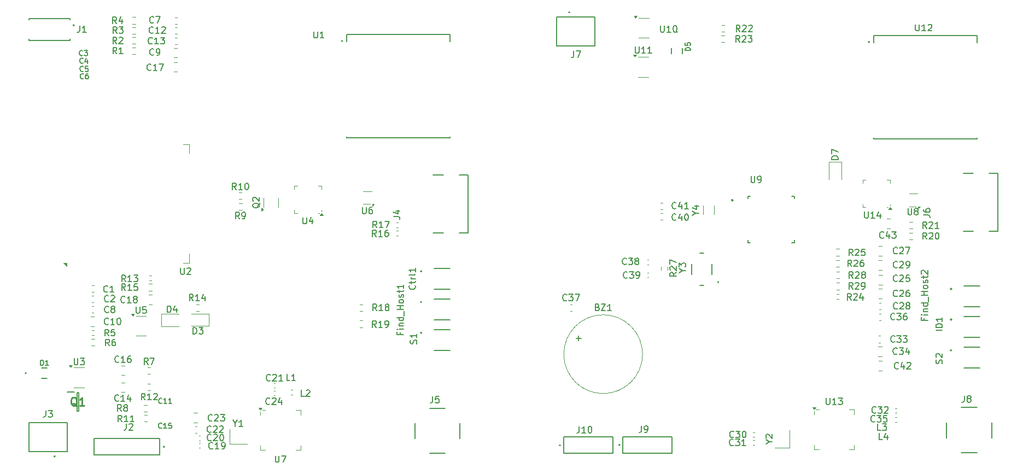
<source format=gbr>
%TF.GenerationSoftware,KiCad,Pcbnew,9.0.0*%
%TF.CreationDate,2025-09-24T11:45:30+09:00*%
%TF.ProjectId,FLP_PCB_set,464c505f-5043-4425-9f73-65742e6b6963,rev?*%
%TF.SameCoordinates,Original*%
%TF.FileFunction,Legend,Top*%
%TF.FilePolarity,Positive*%
%FSLAX46Y46*%
G04 Gerber Fmt 4.6, Leading zero omitted, Abs format (unit mm)*
G04 Created by KiCad (PCBNEW 9.0.0) date 2025-09-24 11:45:30*
%MOMM*%
%LPD*%
G01*
G04 APERTURE LIST*
%ADD10C,0.150000*%
%ADD11C,0.254000*%
%ADD12C,0.120000*%
%ADD13C,0.127000*%
%ADD14C,0.200000*%
G04 APERTURE END LIST*
D10*
X173757142Y-64969580D02*
X173709523Y-65017200D01*
X173709523Y-65017200D02*
X173566666Y-65064819D01*
X173566666Y-65064819D02*
X173471428Y-65064819D01*
X173471428Y-65064819D02*
X173328571Y-65017200D01*
X173328571Y-65017200D02*
X173233333Y-64921961D01*
X173233333Y-64921961D02*
X173185714Y-64826723D01*
X173185714Y-64826723D02*
X173138095Y-64636247D01*
X173138095Y-64636247D02*
X173138095Y-64493390D01*
X173138095Y-64493390D02*
X173185714Y-64302914D01*
X173185714Y-64302914D02*
X173233333Y-64207676D01*
X173233333Y-64207676D02*
X173328571Y-64112438D01*
X173328571Y-64112438D02*
X173471428Y-64064819D01*
X173471428Y-64064819D02*
X173566666Y-64064819D01*
X173566666Y-64064819D02*
X173709523Y-64112438D01*
X173709523Y-64112438D02*
X173757142Y-64160057D01*
X174614285Y-64398152D02*
X174614285Y-65064819D01*
X174376190Y-64017200D02*
X174138095Y-64731485D01*
X174138095Y-64731485D02*
X174757142Y-64731485D01*
X175042857Y-64064819D02*
X175661904Y-64064819D01*
X175661904Y-64064819D02*
X175328571Y-64445771D01*
X175328571Y-64445771D02*
X175471428Y-64445771D01*
X175471428Y-64445771D02*
X175566666Y-64493390D01*
X175566666Y-64493390D02*
X175614285Y-64541009D01*
X175614285Y-64541009D02*
X175661904Y-64636247D01*
X175661904Y-64636247D02*
X175661904Y-64874342D01*
X175661904Y-64874342D02*
X175614285Y-64969580D01*
X175614285Y-64969580D02*
X175566666Y-65017200D01*
X175566666Y-65017200D02*
X175471428Y-65064819D01*
X175471428Y-65064819D02*
X175185714Y-65064819D01*
X175185714Y-65064819D02*
X175090476Y-65017200D01*
X175090476Y-65017200D02*
X175042857Y-64969580D01*
X83828095Y-61842319D02*
X83828095Y-62651842D01*
X83828095Y-62651842D02*
X83875714Y-62747080D01*
X83875714Y-62747080D02*
X83923333Y-62794700D01*
X83923333Y-62794700D02*
X84018571Y-62842319D01*
X84018571Y-62842319D02*
X84209047Y-62842319D01*
X84209047Y-62842319D02*
X84304285Y-62794700D01*
X84304285Y-62794700D02*
X84351904Y-62747080D01*
X84351904Y-62747080D02*
X84399523Y-62651842D01*
X84399523Y-62651842D02*
X84399523Y-61842319D01*
X85304285Y-62175652D02*
X85304285Y-62842319D01*
X85066190Y-61794700D02*
X84828095Y-62508985D01*
X84828095Y-62508985D02*
X85447142Y-62508985D01*
X55023333Y-33329819D02*
X54690000Y-32853628D01*
X54451905Y-33329819D02*
X54451905Y-32329819D01*
X54451905Y-32329819D02*
X54832857Y-32329819D01*
X54832857Y-32329819D02*
X54928095Y-32377438D01*
X54928095Y-32377438D02*
X54975714Y-32425057D01*
X54975714Y-32425057D02*
X55023333Y-32520295D01*
X55023333Y-32520295D02*
X55023333Y-32663152D01*
X55023333Y-32663152D02*
X54975714Y-32758390D01*
X54975714Y-32758390D02*
X54928095Y-32806009D01*
X54928095Y-32806009D02*
X54832857Y-32853628D01*
X54832857Y-32853628D02*
X54451905Y-32853628D01*
X55356667Y-32329819D02*
X55975714Y-32329819D01*
X55975714Y-32329819D02*
X55642381Y-32710771D01*
X55642381Y-32710771D02*
X55785238Y-32710771D01*
X55785238Y-32710771D02*
X55880476Y-32758390D01*
X55880476Y-32758390D02*
X55928095Y-32806009D01*
X55928095Y-32806009D02*
X55975714Y-32901247D01*
X55975714Y-32901247D02*
X55975714Y-33139342D01*
X55975714Y-33139342D02*
X55928095Y-33234580D01*
X55928095Y-33234580D02*
X55880476Y-33282200D01*
X55880476Y-33282200D02*
X55785238Y-33329819D01*
X55785238Y-33329819D02*
X55499524Y-33329819D01*
X55499524Y-33329819D02*
X55404286Y-33282200D01*
X55404286Y-33282200D02*
X55356667Y-33234580D01*
X93048095Y-60257319D02*
X93048095Y-61066842D01*
X93048095Y-61066842D02*
X93095714Y-61162080D01*
X93095714Y-61162080D02*
X93143333Y-61209700D01*
X93143333Y-61209700D02*
X93238571Y-61257319D01*
X93238571Y-61257319D02*
X93429047Y-61257319D01*
X93429047Y-61257319D02*
X93524285Y-61209700D01*
X93524285Y-61209700D02*
X93571904Y-61162080D01*
X93571904Y-61162080D02*
X93619523Y-61066842D01*
X93619523Y-61066842D02*
X93619523Y-60257319D01*
X94524285Y-60257319D02*
X94333809Y-60257319D01*
X94333809Y-60257319D02*
X94238571Y-60304938D01*
X94238571Y-60304938D02*
X94190952Y-60352557D01*
X94190952Y-60352557D02*
X94095714Y-60495414D01*
X94095714Y-60495414D02*
X94048095Y-60685890D01*
X94048095Y-60685890D02*
X94048095Y-61066842D01*
X94048095Y-61066842D02*
X94095714Y-61162080D01*
X94095714Y-61162080D02*
X94143333Y-61209700D01*
X94143333Y-61209700D02*
X94238571Y-61257319D01*
X94238571Y-61257319D02*
X94429047Y-61257319D01*
X94429047Y-61257319D02*
X94524285Y-61209700D01*
X94524285Y-61209700D02*
X94571904Y-61162080D01*
X94571904Y-61162080D02*
X94619523Y-61066842D01*
X94619523Y-61066842D02*
X94619523Y-60828747D01*
X94619523Y-60828747D02*
X94571904Y-60733509D01*
X94571904Y-60733509D02*
X94524285Y-60685890D01*
X94524285Y-60685890D02*
X94429047Y-60638271D01*
X94429047Y-60638271D02*
X94238571Y-60638271D01*
X94238571Y-60638271D02*
X94143333Y-60685890D01*
X94143333Y-60685890D02*
X94095714Y-60733509D01*
X94095714Y-60733509D02*
X94048095Y-60828747D01*
X173583333Y-96274819D02*
X173107143Y-96274819D01*
X173107143Y-96274819D02*
X173107143Y-95274819D01*
X174345238Y-95608152D02*
X174345238Y-96274819D01*
X174107143Y-95227200D02*
X173869048Y-95941485D01*
X173869048Y-95941485D02*
X174488095Y-95941485D01*
X61985714Y-90586104D02*
X61947618Y-90624200D01*
X61947618Y-90624200D02*
X61833333Y-90662295D01*
X61833333Y-90662295D02*
X61757142Y-90662295D01*
X61757142Y-90662295D02*
X61642856Y-90624200D01*
X61642856Y-90624200D02*
X61566666Y-90548009D01*
X61566666Y-90548009D02*
X61528571Y-90471819D01*
X61528571Y-90471819D02*
X61490475Y-90319438D01*
X61490475Y-90319438D02*
X61490475Y-90205152D01*
X61490475Y-90205152D02*
X61528571Y-90052771D01*
X61528571Y-90052771D02*
X61566666Y-89976580D01*
X61566666Y-89976580D02*
X61642856Y-89900390D01*
X61642856Y-89900390D02*
X61757142Y-89862295D01*
X61757142Y-89862295D02*
X61833333Y-89862295D01*
X61833333Y-89862295D02*
X61947618Y-89900390D01*
X61947618Y-89900390D02*
X61985714Y-89938485D01*
X62747618Y-90662295D02*
X62290475Y-90662295D01*
X62519047Y-90662295D02*
X62519047Y-89862295D01*
X62519047Y-89862295D02*
X62442856Y-89976580D01*
X62442856Y-89976580D02*
X62366666Y-90052771D01*
X62366666Y-90052771D02*
X62290475Y-90090866D01*
X63509523Y-90662295D02*
X63052380Y-90662295D01*
X63280952Y-90662295D02*
X63280952Y-89862295D01*
X63280952Y-89862295D02*
X63204761Y-89976580D01*
X63204761Y-89976580D02*
X63128571Y-90052771D01*
X63128571Y-90052771D02*
X63052380Y-90090866D01*
X78697142Y-90719580D02*
X78649523Y-90767200D01*
X78649523Y-90767200D02*
X78506666Y-90814819D01*
X78506666Y-90814819D02*
X78411428Y-90814819D01*
X78411428Y-90814819D02*
X78268571Y-90767200D01*
X78268571Y-90767200D02*
X78173333Y-90671961D01*
X78173333Y-90671961D02*
X78125714Y-90576723D01*
X78125714Y-90576723D02*
X78078095Y-90386247D01*
X78078095Y-90386247D02*
X78078095Y-90243390D01*
X78078095Y-90243390D02*
X78125714Y-90052914D01*
X78125714Y-90052914D02*
X78173333Y-89957676D01*
X78173333Y-89957676D02*
X78268571Y-89862438D01*
X78268571Y-89862438D02*
X78411428Y-89814819D01*
X78411428Y-89814819D02*
X78506666Y-89814819D01*
X78506666Y-89814819D02*
X78649523Y-89862438D01*
X78649523Y-89862438D02*
X78697142Y-89910057D01*
X79078095Y-89910057D02*
X79125714Y-89862438D01*
X79125714Y-89862438D02*
X79220952Y-89814819D01*
X79220952Y-89814819D02*
X79459047Y-89814819D01*
X79459047Y-89814819D02*
X79554285Y-89862438D01*
X79554285Y-89862438D02*
X79601904Y-89910057D01*
X79601904Y-89910057D02*
X79649523Y-90005295D01*
X79649523Y-90005295D02*
X79649523Y-90100533D01*
X79649523Y-90100533D02*
X79601904Y-90243390D01*
X79601904Y-90243390D02*
X79030476Y-90814819D01*
X79030476Y-90814819D02*
X79649523Y-90814819D01*
X80506666Y-90148152D02*
X80506666Y-90814819D01*
X80268571Y-89767200D02*
X80030476Y-90481485D01*
X80030476Y-90481485D02*
X80649523Y-90481485D01*
X62851905Y-76564819D02*
X62851905Y-75564819D01*
X62851905Y-75564819D02*
X63090000Y-75564819D01*
X63090000Y-75564819D02*
X63232857Y-75612438D01*
X63232857Y-75612438D02*
X63328095Y-75707676D01*
X63328095Y-75707676D02*
X63375714Y-75802914D01*
X63375714Y-75802914D02*
X63423333Y-75993390D01*
X63423333Y-75993390D02*
X63423333Y-76136247D01*
X63423333Y-76136247D02*
X63375714Y-76326723D01*
X63375714Y-76326723D02*
X63328095Y-76421961D01*
X63328095Y-76421961D02*
X63232857Y-76517200D01*
X63232857Y-76517200D02*
X63090000Y-76564819D01*
X63090000Y-76564819D02*
X62851905Y-76564819D01*
X64280476Y-75898152D02*
X64280476Y-76564819D01*
X64042381Y-75517200D02*
X63804286Y-76231485D01*
X63804286Y-76231485D02*
X64423333Y-76231485D01*
X180437142Y-65224819D02*
X180103809Y-64748628D01*
X179865714Y-65224819D02*
X179865714Y-64224819D01*
X179865714Y-64224819D02*
X180246666Y-64224819D01*
X180246666Y-64224819D02*
X180341904Y-64272438D01*
X180341904Y-64272438D02*
X180389523Y-64320057D01*
X180389523Y-64320057D02*
X180437142Y-64415295D01*
X180437142Y-64415295D02*
X180437142Y-64558152D01*
X180437142Y-64558152D02*
X180389523Y-64653390D01*
X180389523Y-64653390D02*
X180341904Y-64701009D01*
X180341904Y-64701009D02*
X180246666Y-64748628D01*
X180246666Y-64748628D02*
X179865714Y-64748628D01*
X180818095Y-64320057D02*
X180865714Y-64272438D01*
X180865714Y-64272438D02*
X180960952Y-64224819D01*
X180960952Y-64224819D02*
X181199047Y-64224819D01*
X181199047Y-64224819D02*
X181294285Y-64272438D01*
X181294285Y-64272438D02*
X181341904Y-64320057D01*
X181341904Y-64320057D02*
X181389523Y-64415295D01*
X181389523Y-64415295D02*
X181389523Y-64510533D01*
X181389523Y-64510533D02*
X181341904Y-64653390D01*
X181341904Y-64653390D02*
X180770476Y-65224819D01*
X180770476Y-65224819D02*
X181389523Y-65224819D01*
X182008571Y-64224819D02*
X182103809Y-64224819D01*
X182103809Y-64224819D02*
X182199047Y-64272438D01*
X182199047Y-64272438D02*
X182246666Y-64320057D01*
X182246666Y-64320057D02*
X182294285Y-64415295D01*
X182294285Y-64415295D02*
X182341904Y-64605771D01*
X182341904Y-64605771D02*
X182341904Y-64843866D01*
X182341904Y-64843866D02*
X182294285Y-65034342D01*
X182294285Y-65034342D02*
X182246666Y-65129580D01*
X182246666Y-65129580D02*
X182199047Y-65177200D01*
X182199047Y-65177200D02*
X182103809Y-65224819D01*
X182103809Y-65224819D02*
X182008571Y-65224819D01*
X182008571Y-65224819D02*
X181913333Y-65177200D01*
X181913333Y-65177200D02*
X181865714Y-65129580D01*
X181865714Y-65129580D02*
X181818095Y-65034342D01*
X181818095Y-65034342D02*
X181770476Y-64843866D01*
X181770476Y-64843866D02*
X181770476Y-64605771D01*
X181770476Y-64605771D02*
X181818095Y-64415295D01*
X181818095Y-64415295D02*
X181865714Y-64320057D01*
X181865714Y-64320057D02*
X181913333Y-64272438D01*
X181913333Y-64272438D02*
X182008571Y-64224819D01*
X133927142Y-69049580D02*
X133879523Y-69097200D01*
X133879523Y-69097200D02*
X133736666Y-69144819D01*
X133736666Y-69144819D02*
X133641428Y-69144819D01*
X133641428Y-69144819D02*
X133498571Y-69097200D01*
X133498571Y-69097200D02*
X133403333Y-69001961D01*
X133403333Y-69001961D02*
X133355714Y-68906723D01*
X133355714Y-68906723D02*
X133308095Y-68716247D01*
X133308095Y-68716247D02*
X133308095Y-68573390D01*
X133308095Y-68573390D02*
X133355714Y-68382914D01*
X133355714Y-68382914D02*
X133403333Y-68287676D01*
X133403333Y-68287676D02*
X133498571Y-68192438D01*
X133498571Y-68192438D02*
X133641428Y-68144819D01*
X133641428Y-68144819D02*
X133736666Y-68144819D01*
X133736666Y-68144819D02*
X133879523Y-68192438D01*
X133879523Y-68192438D02*
X133927142Y-68240057D01*
X134260476Y-68144819D02*
X134879523Y-68144819D01*
X134879523Y-68144819D02*
X134546190Y-68525771D01*
X134546190Y-68525771D02*
X134689047Y-68525771D01*
X134689047Y-68525771D02*
X134784285Y-68573390D01*
X134784285Y-68573390D02*
X134831904Y-68621009D01*
X134831904Y-68621009D02*
X134879523Y-68716247D01*
X134879523Y-68716247D02*
X134879523Y-68954342D01*
X134879523Y-68954342D02*
X134831904Y-69049580D01*
X134831904Y-69049580D02*
X134784285Y-69097200D01*
X134784285Y-69097200D02*
X134689047Y-69144819D01*
X134689047Y-69144819D02*
X134403333Y-69144819D01*
X134403333Y-69144819D02*
X134308095Y-69097200D01*
X134308095Y-69097200D02*
X134260476Y-69049580D01*
X135450952Y-68573390D02*
X135355714Y-68525771D01*
X135355714Y-68525771D02*
X135308095Y-68478152D01*
X135308095Y-68478152D02*
X135260476Y-68382914D01*
X135260476Y-68382914D02*
X135260476Y-68335295D01*
X135260476Y-68335295D02*
X135308095Y-68240057D01*
X135308095Y-68240057D02*
X135355714Y-68192438D01*
X135355714Y-68192438D02*
X135450952Y-68144819D01*
X135450952Y-68144819D02*
X135641428Y-68144819D01*
X135641428Y-68144819D02*
X135736666Y-68192438D01*
X135736666Y-68192438D02*
X135784285Y-68240057D01*
X135784285Y-68240057D02*
X135831904Y-68335295D01*
X135831904Y-68335295D02*
X135831904Y-68382914D01*
X135831904Y-68382914D02*
X135784285Y-68478152D01*
X135784285Y-68478152D02*
X135736666Y-68525771D01*
X135736666Y-68525771D02*
X135641428Y-68573390D01*
X135641428Y-68573390D02*
X135450952Y-68573390D01*
X135450952Y-68573390D02*
X135355714Y-68621009D01*
X135355714Y-68621009D02*
X135308095Y-68668628D01*
X135308095Y-68668628D02*
X135260476Y-68763866D01*
X135260476Y-68763866D02*
X135260476Y-68954342D01*
X135260476Y-68954342D02*
X135308095Y-69049580D01*
X135308095Y-69049580D02*
X135355714Y-69097200D01*
X135355714Y-69097200D02*
X135450952Y-69144819D01*
X135450952Y-69144819D02*
X135641428Y-69144819D01*
X135641428Y-69144819D02*
X135736666Y-69097200D01*
X135736666Y-69097200D02*
X135784285Y-69049580D01*
X135784285Y-69049580D02*
X135831904Y-68954342D01*
X135831904Y-68954342D02*
X135831904Y-68763866D01*
X135831904Y-68763866D02*
X135784285Y-68668628D01*
X135784285Y-68668628D02*
X135736666Y-68621009D01*
X135736666Y-68621009D02*
X135641428Y-68573390D01*
X173333333Y-94834819D02*
X172857143Y-94834819D01*
X172857143Y-94834819D02*
X172857143Y-93834819D01*
X173571429Y-93834819D02*
X174190476Y-93834819D01*
X174190476Y-93834819D02*
X173857143Y-94215771D01*
X173857143Y-94215771D02*
X174000000Y-94215771D01*
X174000000Y-94215771D02*
X174095238Y-94263390D01*
X174095238Y-94263390D02*
X174142857Y-94311009D01*
X174142857Y-94311009D02*
X174190476Y-94406247D01*
X174190476Y-94406247D02*
X174190476Y-94644342D01*
X174190476Y-94644342D02*
X174142857Y-94739580D01*
X174142857Y-94739580D02*
X174095238Y-94787200D01*
X174095238Y-94787200D02*
X174000000Y-94834819D01*
X174000000Y-94834819D02*
X173714286Y-94834819D01*
X173714286Y-94834819D02*
X173619048Y-94787200D01*
X173619048Y-94787200D02*
X173571429Y-94739580D01*
X56257142Y-74969580D02*
X56209523Y-75017200D01*
X56209523Y-75017200D02*
X56066666Y-75064819D01*
X56066666Y-75064819D02*
X55971428Y-75064819D01*
X55971428Y-75064819D02*
X55828571Y-75017200D01*
X55828571Y-75017200D02*
X55733333Y-74921961D01*
X55733333Y-74921961D02*
X55685714Y-74826723D01*
X55685714Y-74826723D02*
X55638095Y-74636247D01*
X55638095Y-74636247D02*
X55638095Y-74493390D01*
X55638095Y-74493390D02*
X55685714Y-74302914D01*
X55685714Y-74302914D02*
X55733333Y-74207676D01*
X55733333Y-74207676D02*
X55828571Y-74112438D01*
X55828571Y-74112438D02*
X55971428Y-74064819D01*
X55971428Y-74064819D02*
X56066666Y-74064819D01*
X56066666Y-74064819D02*
X56209523Y-74112438D01*
X56209523Y-74112438D02*
X56257142Y-74160057D01*
X57209523Y-75064819D02*
X56638095Y-75064819D01*
X56923809Y-75064819D02*
X56923809Y-74064819D01*
X56923809Y-74064819D02*
X56828571Y-74207676D01*
X56828571Y-74207676D02*
X56733333Y-74302914D01*
X56733333Y-74302914D02*
X56638095Y-74350533D01*
X57780952Y-74493390D02*
X57685714Y-74445771D01*
X57685714Y-74445771D02*
X57638095Y-74398152D01*
X57638095Y-74398152D02*
X57590476Y-74302914D01*
X57590476Y-74302914D02*
X57590476Y-74255295D01*
X57590476Y-74255295D02*
X57638095Y-74160057D01*
X57638095Y-74160057D02*
X57685714Y-74112438D01*
X57685714Y-74112438D02*
X57780952Y-74064819D01*
X57780952Y-74064819D02*
X57971428Y-74064819D01*
X57971428Y-74064819D02*
X58066666Y-74112438D01*
X58066666Y-74112438D02*
X58114285Y-74160057D01*
X58114285Y-74160057D02*
X58161904Y-74255295D01*
X58161904Y-74255295D02*
X58161904Y-74302914D01*
X58161904Y-74302914D02*
X58114285Y-74398152D01*
X58114285Y-74398152D02*
X58066666Y-74445771D01*
X58066666Y-74445771D02*
X57971428Y-74493390D01*
X57971428Y-74493390D02*
X57780952Y-74493390D01*
X57780952Y-74493390D02*
X57685714Y-74541009D01*
X57685714Y-74541009D02*
X57638095Y-74588628D01*
X57638095Y-74588628D02*
X57590476Y-74683866D01*
X57590476Y-74683866D02*
X57590476Y-74874342D01*
X57590476Y-74874342D02*
X57638095Y-74969580D01*
X57638095Y-74969580D02*
X57685714Y-75017200D01*
X57685714Y-75017200D02*
X57780952Y-75064819D01*
X57780952Y-75064819D02*
X57971428Y-75064819D01*
X57971428Y-75064819D02*
X58066666Y-75017200D01*
X58066666Y-75017200D02*
X58114285Y-74969580D01*
X58114285Y-74969580D02*
X58161904Y-74874342D01*
X58161904Y-74874342D02*
X58161904Y-74683866D01*
X58161904Y-74683866D02*
X58114285Y-74588628D01*
X58114285Y-74588628D02*
X58066666Y-74541009D01*
X58066666Y-74541009D02*
X57971428Y-74493390D01*
X59833333Y-84624819D02*
X59500000Y-84148628D01*
X59261905Y-84624819D02*
X59261905Y-83624819D01*
X59261905Y-83624819D02*
X59642857Y-83624819D01*
X59642857Y-83624819D02*
X59738095Y-83672438D01*
X59738095Y-83672438D02*
X59785714Y-83720057D01*
X59785714Y-83720057D02*
X59833333Y-83815295D01*
X59833333Y-83815295D02*
X59833333Y-83958152D01*
X59833333Y-83958152D02*
X59785714Y-84053390D01*
X59785714Y-84053390D02*
X59738095Y-84101009D01*
X59738095Y-84101009D02*
X59642857Y-84148628D01*
X59642857Y-84148628D02*
X59261905Y-84148628D01*
X60166667Y-83624819D02*
X60833333Y-83624819D01*
X60833333Y-83624819D02*
X60404762Y-84624819D01*
X79558095Y-98764819D02*
X79558095Y-99574342D01*
X79558095Y-99574342D02*
X79605714Y-99669580D01*
X79605714Y-99669580D02*
X79653333Y-99717200D01*
X79653333Y-99717200D02*
X79748571Y-99764819D01*
X79748571Y-99764819D02*
X79939047Y-99764819D01*
X79939047Y-99764819D02*
X80034285Y-99717200D01*
X80034285Y-99717200D02*
X80081904Y-99669580D01*
X80081904Y-99669580D02*
X80129523Y-99574342D01*
X80129523Y-99574342D02*
X80129523Y-98764819D01*
X80510476Y-98764819D02*
X81177142Y-98764819D01*
X81177142Y-98764819D02*
X80748571Y-99764819D01*
X95187142Y-64804819D02*
X94853809Y-64328628D01*
X94615714Y-64804819D02*
X94615714Y-63804819D01*
X94615714Y-63804819D02*
X94996666Y-63804819D01*
X94996666Y-63804819D02*
X95091904Y-63852438D01*
X95091904Y-63852438D02*
X95139523Y-63900057D01*
X95139523Y-63900057D02*
X95187142Y-63995295D01*
X95187142Y-63995295D02*
X95187142Y-64138152D01*
X95187142Y-64138152D02*
X95139523Y-64233390D01*
X95139523Y-64233390D02*
X95091904Y-64281009D01*
X95091904Y-64281009D02*
X94996666Y-64328628D01*
X94996666Y-64328628D02*
X94615714Y-64328628D01*
X96139523Y-64804819D02*
X95568095Y-64804819D01*
X95853809Y-64804819D02*
X95853809Y-63804819D01*
X95853809Y-63804819D02*
X95758571Y-63947676D01*
X95758571Y-63947676D02*
X95663333Y-64042914D01*
X95663333Y-64042914D02*
X95568095Y-64090533D01*
X96996666Y-63804819D02*
X96806190Y-63804819D01*
X96806190Y-63804819D02*
X96710952Y-63852438D01*
X96710952Y-63852438D02*
X96663333Y-63900057D01*
X96663333Y-63900057D02*
X96568095Y-64042914D01*
X96568095Y-64042914D02*
X96520476Y-64233390D01*
X96520476Y-64233390D02*
X96520476Y-64614342D01*
X96520476Y-64614342D02*
X96568095Y-64709580D01*
X96568095Y-64709580D02*
X96615714Y-64757200D01*
X96615714Y-64757200D02*
X96710952Y-64804819D01*
X96710952Y-64804819D02*
X96901428Y-64804819D01*
X96901428Y-64804819D02*
X96996666Y-64757200D01*
X96996666Y-64757200D02*
X97044285Y-64709580D01*
X97044285Y-64709580D02*
X97091904Y-64614342D01*
X97091904Y-64614342D02*
X97091904Y-64376247D01*
X97091904Y-64376247D02*
X97044285Y-64281009D01*
X97044285Y-64281009D02*
X96996666Y-64233390D01*
X96996666Y-64233390D02*
X96901428Y-64185771D01*
X96901428Y-64185771D02*
X96710952Y-64185771D01*
X96710952Y-64185771D02*
X96615714Y-64233390D01*
X96615714Y-64233390D02*
X96568095Y-64281009D01*
X96568095Y-64281009D02*
X96520476Y-64376247D01*
X101407200Y-81401904D02*
X101454819Y-81259047D01*
X101454819Y-81259047D02*
X101454819Y-81020952D01*
X101454819Y-81020952D02*
X101407200Y-80925714D01*
X101407200Y-80925714D02*
X101359580Y-80878095D01*
X101359580Y-80878095D02*
X101264342Y-80830476D01*
X101264342Y-80830476D02*
X101169104Y-80830476D01*
X101169104Y-80830476D02*
X101073866Y-80878095D01*
X101073866Y-80878095D02*
X101026247Y-80925714D01*
X101026247Y-80925714D02*
X100978628Y-81020952D01*
X100978628Y-81020952D02*
X100931009Y-81211428D01*
X100931009Y-81211428D02*
X100883390Y-81306666D01*
X100883390Y-81306666D02*
X100835771Y-81354285D01*
X100835771Y-81354285D02*
X100740533Y-81401904D01*
X100740533Y-81401904D02*
X100645295Y-81401904D01*
X100645295Y-81401904D02*
X100550057Y-81354285D01*
X100550057Y-81354285D02*
X100502438Y-81306666D01*
X100502438Y-81306666D02*
X100454819Y-81211428D01*
X100454819Y-81211428D02*
X100454819Y-80973333D01*
X100454819Y-80973333D02*
X100502438Y-80830476D01*
X101454819Y-79878095D02*
X101454819Y-80449523D01*
X101454819Y-80163809D02*
X100454819Y-80163809D01*
X100454819Y-80163809D02*
X100597676Y-80259047D01*
X100597676Y-80259047D02*
X100692914Y-80354285D01*
X100692914Y-80354285D02*
X100740533Y-80449523D01*
X176044642Y-85214580D02*
X175997023Y-85262200D01*
X175997023Y-85262200D02*
X175854166Y-85309819D01*
X175854166Y-85309819D02*
X175758928Y-85309819D01*
X175758928Y-85309819D02*
X175616071Y-85262200D01*
X175616071Y-85262200D02*
X175520833Y-85166961D01*
X175520833Y-85166961D02*
X175473214Y-85071723D01*
X175473214Y-85071723D02*
X175425595Y-84881247D01*
X175425595Y-84881247D02*
X175425595Y-84738390D01*
X175425595Y-84738390D02*
X175473214Y-84547914D01*
X175473214Y-84547914D02*
X175520833Y-84452676D01*
X175520833Y-84452676D02*
X175616071Y-84357438D01*
X175616071Y-84357438D02*
X175758928Y-84309819D01*
X175758928Y-84309819D02*
X175854166Y-84309819D01*
X175854166Y-84309819D02*
X175997023Y-84357438D01*
X175997023Y-84357438D02*
X176044642Y-84405057D01*
X176901785Y-84643152D02*
X176901785Y-85309819D01*
X176663690Y-84262200D02*
X176425595Y-84976485D01*
X176425595Y-84976485D02*
X177044642Y-84976485D01*
X177377976Y-84405057D02*
X177425595Y-84357438D01*
X177425595Y-84357438D02*
X177520833Y-84309819D01*
X177520833Y-84309819D02*
X177758928Y-84309819D01*
X177758928Y-84309819D02*
X177854166Y-84357438D01*
X177854166Y-84357438D02*
X177901785Y-84405057D01*
X177901785Y-84405057D02*
X177949404Y-84500295D01*
X177949404Y-84500295D02*
X177949404Y-84595533D01*
X177949404Y-84595533D02*
X177901785Y-84738390D01*
X177901785Y-84738390D02*
X177330357Y-85309819D01*
X177330357Y-85309819D02*
X177949404Y-85309819D01*
X125781666Y-36079819D02*
X125781666Y-36794104D01*
X125781666Y-36794104D02*
X125734047Y-36936961D01*
X125734047Y-36936961D02*
X125638809Y-37032200D01*
X125638809Y-37032200D02*
X125495952Y-37079819D01*
X125495952Y-37079819D02*
X125400714Y-37079819D01*
X126162619Y-36079819D02*
X126829285Y-36079819D01*
X126829285Y-36079819D02*
X126400714Y-37079819D01*
X55723333Y-91864819D02*
X55390000Y-91388628D01*
X55151905Y-91864819D02*
X55151905Y-90864819D01*
X55151905Y-90864819D02*
X55532857Y-90864819D01*
X55532857Y-90864819D02*
X55628095Y-90912438D01*
X55628095Y-90912438D02*
X55675714Y-90960057D01*
X55675714Y-90960057D02*
X55723333Y-91055295D01*
X55723333Y-91055295D02*
X55723333Y-91198152D01*
X55723333Y-91198152D02*
X55675714Y-91293390D01*
X55675714Y-91293390D02*
X55628095Y-91341009D01*
X55628095Y-91341009D02*
X55532857Y-91388628D01*
X55532857Y-91388628D02*
X55151905Y-91388628D01*
X56294762Y-91293390D02*
X56199524Y-91245771D01*
X56199524Y-91245771D02*
X56151905Y-91198152D01*
X56151905Y-91198152D02*
X56104286Y-91102914D01*
X56104286Y-91102914D02*
X56104286Y-91055295D01*
X56104286Y-91055295D02*
X56151905Y-90960057D01*
X56151905Y-90960057D02*
X56199524Y-90912438D01*
X56199524Y-90912438D02*
X56294762Y-90864819D01*
X56294762Y-90864819D02*
X56485238Y-90864819D01*
X56485238Y-90864819D02*
X56580476Y-90912438D01*
X56580476Y-90912438D02*
X56628095Y-90960057D01*
X56628095Y-90960057D02*
X56675714Y-91055295D01*
X56675714Y-91055295D02*
X56675714Y-91102914D01*
X56675714Y-91102914D02*
X56628095Y-91198152D01*
X56628095Y-91198152D02*
X56580476Y-91245771D01*
X56580476Y-91245771D02*
X56485238Y-91293390D01*
X56485238Y-91293390D02*
X56294762Y-91293390D01*
X56294762Y-91293390D02*
X56199524Y-91341009D01*
X56199524Y-91341009D02*
X56151905Y-91388628D01*
X56151905Y-91388628D02*
X56104286Y-91483866D01*
X56104286Y-91483866D02*
X56104286Y-91674342D01*
X56104286Y-91674342D02*
X56151905Y-91769580D01*
X56151905Y-91769580D02*
X56199524Y-91817200D01*
X56199524Y-91817200D02*
X56294762Y-91864819D01*
X56294762Y-91864819D02*
X56485238Y-91864819D01*
X56485238Y-91864819D02*
X56580476Y-91817200D01*
X56580476Y-91817200D02*
X56628095Y-91769580D01*
X56628095Y-91769580D02*
X56675714Y-91674342D01*
X56675714Y-91674342D02*
X56675714Y-91483866D01*
X56675714Y-91483866D02*
X56628095Y-91388628D01*
X56628095Y-91388628D02*
X56580476Y-91341009D01*
X56580476Y-91341009D02*
X56485238Y-91293390D01*
X141674819Y-70387857D02*
X141198628Y-70721190D01*
X141674819Y-70959285D02*
X140674819Y-70959285D01*
X140674819Y-70959285D02*
X140674819Y-70578333D01*
X140674819Y-70578333D02*
X140722438Y-70483095D01*
X140722438Y-70483095D02*
X140770057Y-70435476D01*
X140770057Y-70435476D02*
X140865295Y-70387857D01*
X140865295Y-70387857D02*
X141008152Y-70387857D01*
X141008152Y-70387857D02*
X141103390Y-70435476D01*
X141103390Y-70435476D02*
X141151009Y-70483095D01*
X141151009Y-70483095D02*
X141198628Y-70578333D01*
X141198628Y-70578333D02*
X141198628Y-70959285D01*
X140770057Y-70006904D02*
X140722438Y-69959285D01*
X140722438Y-69959285D02*
X140674819Y-69864047D01*
X140674819Y-69864047D02*
X140674819Y-69625952D01*
X140674819Y-69625952D02*
X140722438Y-69530714D01*
X140722438Y-69530714D02*
X140770057Y-69483095D01*
X140770057Y-69483095D02*
X140865295Y-69435476D01*
X140865295Y-69435476D02*
X140960533Y-69435476D01*
X140960533Y-69435476D02*
X141103390Y-69483095D01*
X141103390Y-69483095D02*
X141674819Y-70054523D01*
X141674819Y-70054523D02*
X141674819Y-69435476D01*
X140674819Y-69102142D02*
X140674819Y-68435476D01*
X140674819Y-68435476D02*
X141674819Y-68864047D01*
X85516931Y-33063998D02*
X85516931Y-33874759D01*
X85516931Y-33874759D02*
X85564622Y-33970143D01*
X85564622Y-33970143D02*
X85612314Y-34017835D01*
X85612314Y-34017835D02*
X85707698Y-34065526D01*
X85707698Y-34065526D02*
X85898465Y-34065526D01*
X85898465Y-34065526D02*
X85993849Y-34017835D01*
X85993849Y-34017835D02*
X86041540Y-33970143D01*
X86041540Y-33970143D02*
X86089232Y-33874759D01*
X86089232Y-33874759D02*
X86089232Y-33063998D01*
X87090760Y-34065526D02*
X86518459Y-34065526D01*
X86804610Y-34065526D02*
X86804610Y-33063998D01*
X86804610Y-33063998D02*
X86709226Y-33207074D01*
X86709226Y-33207074D02*
X86613842Y-33302457D01*
X86613842Y-33302457D02*
X86518459Y-33350149D01*
X66842142Y-74759819D02*
X66508809Y-74283628D01*
X66270714Y-74759819D02*
X66270714Y-73759819D01*
X66270714Y-73759819D02*
X66651666Y-73759819D01*
X66651666Y-73759819D02*
X66746904Y-73807438D01*
X66746904Y-73807438D02*
X66794523Y-73855057D01*
X66794523Y-73855057D02*
X66842142Y-73950295D01*
X66842142Y-73950295D02*
X66842142Y-74093152D01*
X66842142Y-74093152D02*
X66794523Y-74188390D01*
X66794523Y-74188390D02*
X66746904Y-74236009D01*
X66746904Y-74236009D02*
X66651666Y-74283628D01*
X66651666Y-74283628D02*
X66270714Y-74283628D01*
X67794523Y-74759819D02*
X67223095Y-74759819D01*
X67508809Y-74759819D02*
X67508809Y-73759819D01*
X67508809Y-73759819D02*
X67413571Y-73902676D01*
X67413571Y-73902676D02*
X67318333Y-73997914D01*
X67318333Y-73997914D02*
X67223095Y-74045533D01*
X68651666Y-74093152D02*
X68651666Y-74759819D01*
X68413571Y-73712200D02*
X68175476Y-74426485D01*
X68175476Y-74426485D02*
X68794523Y-74426485D01*
X182844819Y-79356189D02*
X181844819Y-79356189D01*
X182844819Y-78879999D02*
X181844819Y-78879999D01*
X181844819Y-78879999D02*
X181844819Y-78641904D01*
X181844819Y-78641904D02*
X181892438Y-78499047D01*
X181892438Y-78499047D02*
X181987676Y-78403809D01*
X181987676Y-78403809D02*
X182082914Y-78356190D01*
X182082914Y-78356190D02*
X182273390Y-78308571D01*
X182273390Y-78308571D02*
X182416247Y-78308571D01*
X182416247Y-78308571D02*
X182606723Y-78356190D01*
X182606723Y-78356190D02*
X182701961Y-78403809D01*
X182701961Y-78403809D02*
X182797200Y-78499047D01*
X182797200Y-78499047D02*
X182844819Y-78641904D01*
X182844819Y-78641904D02*
X182844819Y-78879999D01*
X182844819Y-77356190D02*
X182844819Y-77927618D01*
X182844819Y-77641904D02*
X181844819Y-77641904D01*
X181844819Y-77641904D02*
X181987676Y-77737142D01*
X181987676Y-77737142D02*
X182082914Y-77832380D01*
X182082914Y-77832380D02*
X182130533Y-77927618D01*
X95272142Y-63439819D02*
X94938809Y-62963628D01*
X94700714Y-63439819D02*
X94700714Y-62439819D01*
X94700714Y-62439819D02*
X95081666Y-62439819D01*
X95081666Y-62439819D02*
X95176904Y-62487438D01*
X95176904Y-62487438D02*
X95224523Y-62535057D01*
X95224523Y-62535057D02*
X95272142Y-62630295D01*
X95272142Y-62630295D02*
X95272142Y-62773152D01*
X95272142Y-62773152D02*
X95224523Y-62868390D01*
X95224523Y-62868390D02*
X95176904Y-62916009D01*
X95176904Y-62916009D02*
X95081666Y-62963628D01*
X95081666Y-62963628D02*
X94700714Y-62963628D01*
X96224523Y-63439819D02*
X95653095Y-63439819D01*
X95938809Y-63439819D02*
X95938809Y-62439819D01*
X95938809Y-62439819D02*
X95843571Y-62582676D01*
X95843571Y-62582676D02*
X95748333Y-62677914D01*
X95748333Y-62677914D02*
X95653095Y-62725533D01*
X96557857Y-62439819D02*
X97224523Y-62439819D01*
X97224523Y-62439819D02*
X96795952Y-63439819D01*
X151512142Y-33084819D02*
X151178809Y-32608628D01*
X150940714Y-33084819D02*
X150940714Y-32084819D01*
X150940714Y-32084819D02*
X151321666Y-32084819D01*
X151321666Y-32084819D02*
X151416904Y-32132438D01*
X151416904Y-32132438D02*
X151464523Y-32180057D01*
X151464523Y-32180057D02*
X151512142Y-32275295D01*
X151512142Y-32275295D02*
X151512142Y-32418152D01*
X151512142Y-32418152D02*
X151464523Y-32513390D01*
X151464523Y-32513390D02*
X151416904Y-32561009D01*
X151416904Y-32561009D02*
X151321666Y-32608628D01*
X151321666Y-32608628D02*
X150940714Y-32608628D01*
X151893095Y-32180057D02*
X151940714Y-32132438D01*
X151940714Y-32132438D02*
X152035952Y-32084819D01*
X152035952Y-32084819D02*
X152274047Y-32084819D01*
X152274047Y-32084819D02*
X152369285Y-32132438D01*
X152369285Y-32132438D02*
X152416904Y-32180057D01*
X152416904Y-32180057D02*
X152464523Y-32275295D01*
X152464523Y-32275295D02*
X152464523Y-32370533D01*
X152464523Y-32370533D02*
X152416904Y-32513390D01*
X152416904Y-32513390D02*
X151845476Y-33084819D01*
X151845476Y-33084819D02*
X152464523Y-33084819D01*
X152845476Y-32180057D02*
X152893095Y-32132438D01*
X152893095Y-32132438D02*
X152988333Y-32084819D01*
X152988333Y-32084819D02*
X153226428Y-32084819D01*
X153226428Y-32084819D02*
X153321666Y-32132438D01*
X153321666Y-32132438D02*
X153369285Y-32180057D01*
X153369285Y-32180057D02*
X153416904Y-32275295D01*
X153416904Y-32275295D02*
X153416904Y-32370533D01*
X153416904Y-32370533D02*
X153369285Y-32513390D01*
X153369285Y-32513390D02*
X152797857Y-33084819D01*
X152797857Y-33084819D02*
X153416904Y-33084819D01*
X124687142Y-74669580D02*
X124639523Y-74717200D01*
X124639523Y-74717200D02*
X124496666Y-74764819D01*
X124496666Y-74764819D02*
X124401428Y-74764819D01*
X124401428Y-74764819D02*
X124258571Y-74717200D01*
X124258571Y-74717200D02*
X124163333Y-74621961D01*
X124163333Y-74621961D02*
X124115714Y-74526723D01*
X124115714Y-74526723D02*
X124068095Y-74336247D01*
X124068095Y-74336247D02*
X124068095Y-74193390D01*
X124068095Y-74193390D02*
X124115714Y-74002914D01*
X124115714Y-74002914D02*
X124163333Y-73907676D01*
X124163333Y-73907676D02*
X124258571Y-73812438D01*
X124258571Y-73812438D02*
X124401428Y-73764819D01*
X124401428Y-73764819D02*
X124496666Y-73764819D01*
X124496666Y-73764819D02*
X124639523Y-73812438D01*
X124639523Y-73812438D02*
X124687142Y-73860057D01*
X125020476Y-73764819D02*
X125639523Y-73764819D01*
X125639523Y-73764819D02*
X125306190Y-74145771D01*
X125306190Y-74145771D02*
X125449047Y-74145771D01*
X125449047Y-74145771D02*
X125544285Y-74193390D01*
X125544285Y-74193390D02*
X125591904Y-74241009D01*
X125591904Y-74241009D02*
X125639523Y-74336247D01*
X125639523Y-74336247D02*
X125639523Y-74574342D01*
X125639523Y-74574342D02*
X125591904Y-74669580D01*
X125591904Y-74669580D02*
X125544285Y-74717200D01*
X125544285Y-74717200D02*
X125449047Y-74764819D01*
X125449047Y-74764819D02*
X125163333Y-74764819D01*
X125163333Y-74764819D02*
X125068095Y-74717200D01*
X125068095Y-74717200D02*
X125020476Y-74669580D01*
X125972857Y-73764819D02*
X126639523Y-73764819D01*
X126639523Y-73764819D02*
X126210952Y-74764819D01*
D11*
X48859047Y-91095270D02*
X48738095Y-91034794D01*
X48738095Y-91034794D02*
X48617142Y-90913842D01*
X48617142Y-90913842D02*
X48435714Y-90732413D01*
X48435714Y-90732413D02*
X48314761Y-90671937D01*
X48314761Y-90671937D02*
X48193809Y-90671937D01*
X48254285Y-90974318D02*
X48133333Y-90913842D01*
X48133333Y-90913842D02*
X48012380Y-90792889D01*
X48012380Y-90792889D02*
X47951904Y-90550984D01*
X47951904Y-90550984D02*
X47951904Y-90127651D01*
X47951904Y-90127651D02*
X48012380Y-89885746D01*
X48012380Y-89885746D02*
X48133333Y-89764794D01*
X48133333Y-89764794D02*
X48254285Y-89704318D01*
X48254285Y-89704318D02*
X48496190Y-89704318D01*
X48496190Y-89704318D02*
X48617142Y-89764794D01*
X48617142Y-89764794D02*
X48738095Y-89885746D01*
X48738095Y-89885746D02*
X48798571Y-90127651D01*
X48798571Y-90127651D02*
X48798571Y-90550984D01*
X48798571Y-90550984D02*
X48738095Y-90792889D01*
X48738095Y-90792889D02*
X48617142Y-90913842D01*
X48617142Y-90913842D02*
X48496190Y-90974318D01*
X48496190Y-90974318D02*
X48254285Y-90974318D01*
X50008095Y-90974318D02*
X49282380Y-90974318D01*
X49645237Y-90974318D02*
X49645237Y-89704318D01*
X49645237Y-89704318D02*
X49524285Y-89885746D01*
X49524285Y-89885746D02*
X49403333Y-90006699D01*
X49403333Y-90006699D02*
X49282380Y-90067175D01*
D10*
X56364642Y-71809819D02*
X56031309Y-71333628D01*
X55793214Y-71809819D02*
X55793214Y-70809819D01*
X55793214Y-70809819D02*
X56174166Y-70809819D01*
X56174166Y-70809819D02*
X56269404Y-70857438D01*
X56269404Y-70857438D02*
X56317023Y-70905057D01*
X56317023Y-70905057D02*
X56364642Y-71000295D01*
X56364642Y-71000295D02*
X56364642Y-71143152D01*
X56364642Y-71143152D02*
X56317023Y-71238390D01*
X56317023Y-71238390D02*
X56269404Y-71286009D01*
X56269404Y-71286009D02*
X56174166Y-71333628D01*
X56174166Y-71333628D02*
X55793214Y-71333628D01*
X57317023Y-71809819D02*
X56745595Y-71809819D01*
X57031309Y-71809819D02*
X57031309Y-70809819D01*
X57031309Y-70809819D02*
X56936071Y-70952676D01*
X56936071Y-70952676D02*
X56840833Y-71047914D01*
X56840833Y-71047914D02*
X56745595Y-71095533D01*
X57650357Y-70809819D02*
X58269404Y-70809819D01*
X58269404Y-70809819D02*
X57936071Y-71190771D01*
X57936071Y-71190771D02*
X58078928Y-71190771D01*
X58078928Y-71190771D02*
X58174166Y-71238390D01*
X58174166Y-71238390D02*
X58221785Y-71286009D01*
X58221785Y-71286009D02*
X58269404Y-71381247D01*
X58269404Y-71381247D02*
X58269404Y-71619342D01*
X58269404Y-71619342D02*
X58221785Y-71714580D01*
X58221785Y-71714580D02*
X58174166Y-71762200D01*
X58174166Y-71762200D02*
X58078928Y-71809819D01*
X58078928Y-71809819D02*
X57793214Y-71809819D01*
X57793214Y-71809819D02*
X57697976Y-71762200D01*
X57697976Y-71762200D02*
X57650357Y-71714580D01*
X53743333Y-76509580D02*
X53695714Y-76557200D01*
X53695714Y-76557200D02*
X53552857Y-76604819D01*
X53552857Y-76604819D02*
X53457619Y-76604819D01*
X53457619Y-76604819D02*
X53314762Y-76557200D01*
X53314762Y-76557200D02*
X53219524Y-76461961D01*
X53219524Y-76461961D02*
X53171905Y-76366723D01*
X53171905Y-76366723D02*
X53124286Y-76176247D01*
X53124286Y-76176247D02*
X53124286Y-76033390D01*
X53124286Y-76033390D02*
X53171905Y-75842914D01*
X53171905Y-75842914D02*
X53219524Y-75747676D01*
X53219524Y-75747676D02*
X53314762Y-75652438D01*
X53314762Y-75652438D02*
X53457619Y-75604819D01*
X53457619Y-75604819D02*
X53552857Y-75604819D01*
X53552857Y-75604819D02*
X53695714Y-75652438D01*
X53695714Y-75652438D02*
X53743333Y-75700057D01*
X54314762Y-76033390D02*
X54219524Y-75985771D01*
X54219524Y-75985771D02*
X54171905Y-75938152D01*
X54171905Y-75938152D02*
X54124286Y-75842914D01*
X54124286Y-75842914D02*
X54124286Y-75795295D01*
X54124286Y-75795295D02*
X54171905Y-75700057D01*
X54171905Y-75700057D02*
X54219524Y-75652438D01*
X54219524Y-75652438D02*
X54314762Y-75604819D01*
X54314762Y-75604819D02*
X54505238Y-75604819D01*
X54505238Y-75604819D02*
X54600476Y-75652438D01*
X54600476Y-75652438D02*
X54648095Y-75700057D01*
X54648095Y-75700057D02*
X54695714Y-75795295D01*
X54695714Y-75795295D02*
X54695714Y-75842914D01*
X54695714Y-75842914D02*
X54648095Y-75938152D01*
X54648095Y-75938152D02*
X54600476Y-75985771D01*
X54600476Y-75985771D02*
X54505238Y-76033390D01*
X54505238Y-76033390D02*
X54314762Y-76033390D01*
X54314762Y-76033390D02*
X54219524Y-76081009D01*
X54219524Y-76081009D02*
X54171905Y-76128628D01*
X54171905Y-76128628D02*
X54124286Y-76223866D01*
X54124286Y-76223866D02*
X54124286Y-76414342D01*
X54124286Y-76414342D02*
X54171905Y-76509580D01*
X54171905Y-76509580D02*
X54219524Y-76557200D01*
X54219524Y-76557200D02*
X54314762Y-76604819D01*
X54314762Y-76604819D02*
X54505238Y-76604819D01*
X54505238Y-76604819D02*
X54600476Y-76557200D01*
X54600476Y-76557200D02*
X54648095Y-76509580D01*
X54648095Y-76509580D02*
X54695714Y-76414342D01*
X54695714Y-76414342D02*
X54695714Y-76223866D01*
X54695714Y-76223866D02*
X54648095Y-76128628D01*
X54648095Y-76128628D02*
X54600476Y-76081009D01*
X54600476Y-76081009D02*
X54505238Y-76033390D01*
X101159580Y-72373810D02*
X101207200Y-72421429D01*
X101207200Y-72421429D02*
X101254819Y-72564286D01*
X101254819Y-72564286D02*
X101254819Y-72659524D01*
X101254819Y-72659524D02*
X101207200Y-72802381D01*
X101207200Y-72802381D02*
X101111961Y-72897619D01*
X101111961Y-72897619D02*
X101016723Y-72945238D01*
X101016723Y-72945238D02*
X100826247Y-72992857D01*
X100826247Y-72992857D02*
X100683390Y-72992857D01*
X100683390Y-72992857D02*
X100492914Y-72945238D01*
X100492914Y-72945238D02*
X100397676Y-72897619D01*
X100397676Y-72897619D02*
X100302438Y-72802381D01*
X100302438Y-72802381D02*
X100254819Y-72659524D01*
X100254819Y-72659524D02*
X100254819Y-72564286D01*
X100254819Y-72564286D02*
X100302438Y-72421429D01*
X100302438Y-72421429D02*
X100350057Y-72373810D01*
X100588152Y-72088095D02*
X100588152Y-71707143D01*
X100254819Y-71945238D02*
X101111961Y-71945238D01*
X101111961Y-71945238D02*
X101207200Y-71897619D01*
X101207200Y-71897619D02*
X101254819Y-71802381D01*
X101254819Y-71802381D02*
X101254819Y-71707143D01*
X101254819Y-71373809D02*
X100588152Y-71373809D01*
X100778628Y-71373809D02*
X100683390Y-71326190D01*
X100683390Y-71326190D02*
X100635771Y-71278571D01*
X100635771Y-71278571D02*
X100588152Y-71183333D01*
X100588152Y-71183333D02*
X100588152Y-71088095D01*
X101254819Y-70611904D02*
X101207200Y-70707142D01*
X101207200Y-70707142D02*
X101111961Y-70754761D01*
X101111961Y-70754761D02*
X100254819Y-70754761D01*
X101254819Y-69707142D02*
X101254819Y-70278570D01*
X101254819Y-69992856D02*
X100254819Y-69992856D01*
X100254819Y-69992856D02*
X100397676Y-70088094D01*
X100397676Y-70088094D02*
X100492914Y-70183332D01*
X100492914Y-70183332D02*
X100540533Y-70278570D01*
X49786667Y-37906104D02*
X49748571Y-37944200D01*
X49748571Y-37944200D02*
X49634286Y-37982295D01*
X49634286Y-37982295D02*
X49558095Y-37982295D01*
X49558095Y-37982295D02*
X49443809Y-37944200D01*
X49443809Y-37944200D02*
X49367619Y-37868009D01*
X49367619Y-37868009D02*
X49329524Y-37791819D01*
X49329524Y-37791819D02*
X49291428Y-37639438D01*
X49291428Y-37639438D02*
X49291428Y-37525152D01*
X49291428Y-37525152D02*
X49329524Y-37372771D01*
X49329524Y-37372771D02*
X49367619Y-37296580D01*
X49367619Y-37296580D02*
X49443809Y-37220390D01*
X49443809Y-37220390D02*
X49558095Y-37182295D01*
X49558095Y-37182295D02*
X49634286Y-37182295D01*
X49634286Y-37182295D02*
X49748571Y-37220390D01*
X49748571Y-37220390D02*
X49786667Y-37258485D01*
X50472381Y-37448961D02*
X50472381Y-37982295D01*
X50281905Y-37144200D02*
X50091428Y-37715628D01*
X50091428Y-37715628D02*
X50586667Y-37715628D01*
X48405595Y-83674819D02*
X48405595Y-84484342D01*
X48405595Y-84484342D02*
X48453214Y-84579580D01*
X48453214Y-84579580D02*
X48500833Y-84627200D01*
X48500833Y-84627200D02*
X48596071Y-84674819D01*
X48596071Y-84674819D02*
X48786547Y-84674819D01*
X48786547Y-84674819D02*
X48881785Y-84627200D01*
X48881785Y-84627200D02*
X48929404Y-84579580D01*
X48929404Y-84579580D02*
X48977023Y-84484342D01*
X48977023Y-84484342D02*
X48977023Y-83674819D01*
X49357976Y-83674819D02*
X49977023Y-83674819D01*
X49977023Y-83674819D02*
X49643690Y-84055771D01*
X49643690Y-84055771D02*
X49786547Y-84055771D01*
X49786547Y-84055771D02*
X49881785Y-84103390D01*
X49881785Y-84103390D02*
X49929404Y-84151009D01*
X49929404Y-84151009D02*
X49977023Y-84246247D01*
X49977023Y-84246247D02*
X49977023Y-84484342D01*
X49977023Y-84484342D02*
X49929404Y-84579580D01*
X49929404Y-84579580D02*
X49881785Y-84627200D01*
X49881785Y-84627200D02*
X49786547Y-84674819D01*
X49786547Y-84674819D02*
X49500833Y-84674819D01*
X49500833Y-84674819D02*
X49405595Y-84627200D01*
X49405595Y-84627200D02*
X49357976Y-84579580D01*
X77170057Y-59635238D02*
X77122438Y-59730476D01*
X77122438Y-59730476D02*
X77027200Y-59825714D01*
X77027200Y-59825714D02*
X76884342Y-59968571D01*
X76884342Y-59968571D02*
X76836723Y-60063809D01*
X76836723Y-60063809D02*
X76836723Y-60159047D01*
X77074819Y-60111428D02*
X77027200Y-60206666D01*
X77027200Y-60206666D02*
X76931961Y-60301904D01*
X76931961Y-60301904D02*
X76741485Y-60349523D01*
X76741485Y-60349523D02*
X76408152Y-60349523D01*
X76408152Y-60349523D02*
X76217676Y-60301904D01*
X76217676Y-60301904D02*
X76122438Y-60206666D01*
X76122438Y-60206666D02*
X76074819Y-60111428D01*
X76074819Y-60111428D02*
X76074819Y-59920952D01*
X76074819Y-59920952D02*
X76122438Y-59825714D01*
X76122438Y-59825714D02*
X76217676Y-59730476D01*
X76217676Y-59730476D02*
X76408152Y-59682857D01*
X76408152Y-59682857D02*
X76741485Y-59682857D01*
X76741485Y-59682857D02*
X76931961Y-59730476D01*
X76931961Y-59730476D02*
X77027200Y-59825714D01*
X77027200Y-59825714D02*
X77074819Y-59920952D01*
X77074819Y-59920952D02*
X77074819Y-60111428D01*
X76170057Y-59301904D02*
X76122438Y-59254285D01*
X76122438Y-59254285D02*
X76074819Y-59159047D01*
X76074819Y-59159047D02*
X76074819Y-58920952D01*
X76074819Y-58920952D02*
X76122438Y-58825714D01*
X76122438Y-58825714D02*
X76170057Y-58778095D01*
X76170057Y-58778095D02*
X76265295Y-58730476D01*
X76265295Y-58730476D02*
X76360533Y-58730476D01*
X76360533Y-58730476D02*
X76503390Y-58778095D01*
X76503390Y-58778095D02*
X77074819Y-59349523D01*
X77074819Y-59349523D02*
X77074819Y-58730476D01*
X69882142Y-97604580D02*
X69834523Y-97652200D01*
X69834523Y-97652200D02*
X69691666Y-97699819D01*
X69691666Y-97699819D02*
X69596428Y-97699819D01*
X69596428Y-97699819D02*
X69453571Y-97652200D01*
X69453571Y-97652200D02*
X69358333Y-97556961D01*
X69358333Y-97556961D02*
X69310714Y-97461723D01*
X69310714Y-97461723D02*
X69263095Y-97271247D01*
X69263095Y-97271247D02*
X69263095Y-97128390D01*
X69263095Y-97128390D02*
X69310714Y-96937914D01*
X69310714Y-96937914D02*
X69358333Y-96842676D01*
X69358333Y-96842676D02*
X69453571Y-96747438D01*
X69453571Y-96747438D02*
X69596428Y-96699819D01*
X69596428Y-96699819D02*
X69691666Y-96699819D01*
X69691666Y-96699819D02*
X69834523Y-96747438D01*
X69834523Y-96747438D02*
X69882142Y-96795057D01*
X70834523Y-97699819D02*
X70263095Y-97699819D01*
X70548809Y-97699819D02*
X70548809Y-96699819D01*
X70548809Y-96699819D02*
X70453571Y-96842676D01*
X70453571Y-96842676D02*
X70358333Y-96937914D01*
X70358333Y-96937914D02*
X70263095Y-96985533D01*
X71310714Y-97699819D02*
X71501190Y-97699819D01*
X71501190Y-97699819D02*
X71596428Y-97652200D01*
X71596428Y-97652200D02*
X71644047Y-97604580D01*
X71644047Y-97604580D02*
X71739285Y-97461723D01*
X71739285Y-97461723D02*
X71786904Y-97271247D01*
X71786904Y-97271247D02*
X71786904Y-96890295D01*
X71786904Y-96890295D02*
X71739285Y-96795057D01*
X71739285Y-96795057D02*
X71691666Y-96747438D01*
X71691666Y-96747438D02*
X71596428Y-96699819D01*
X71596428Y-96699819D02*
X71405952Y-96699819D01*
X71405952Y-96699819D02*
X71310714Y-96747438D01*
X71310714Y-96747438D02*
X71263095Y-96795057D01*
X71263095Y-96795057D02*
X71215476Y-96890295D01*
X71215476Y-96890295D02*
X71215476Y-97128390D01*
X71215476Y-97128390D02*
X71263095Y-97223628D01*
X71263095Y-97223628D02*
X71310714Y-97271247D01*
X71310714Y-97271247D02*
X71405952Y-97318866D01*
X71405952Y-97318866D02*
X71596428Y-97318866D01*
X71596428Y-97318866D02*
X71691666Y-97271247D01*
X71691666Y-97271247D02*
X71739285Y-97223628D01*
X71739285Y-97223628D02*
X71786904Y-97128390D01*
X175847142Y-82969580D02*
X175799523Y-83017200D01*
X175799523Y-83017200D02*
X175656666Y-83064819D01*
X175656666Y-83064819D02*
X175561428Y-83064819D01*
X175561428Y-83064819D02*
X175418571Y-83017200D01*
X175418571Y-83017200D02*
X175323333Y-82921961D01*
X175323333Y-82921961D02*
X175275714Y-82826723D01*
X175275714Y-82826723D02*
X175228095Y-82636247D01*
X175228095Y-82636247D02*
X175228095Y-82493390D01*
X175228095Y-82493390D02*
X175275714Y-82302914D01*
X175275714Y-82302914D02*
X175323333Y-82207676D01*
X175323333Y-82207676D02*
X175418571Y-82112438D01*
X175418571Y-82112438D02*
X175561428Y-82064819D01*
X175561428Y-82064819D02*
X175656666Y-82064819D01*
X175656666Y-82064819D02*
X175799523Y-82112438D01*
X175799523Y-82112438D02*
X175847142Y-82160057D01*
X176180476Y-82064819D02*
X176799523Y-82064819D01*
X176799523Y-82064819D02*
X176466190Y-82445771D01*
X176466190Y-82445771D02*
X176609047Y-82445771D01*
X176609047Y-82445771D02*
X176704285Y-82493390D01*
X176704285Y-82493390D02*
X176751904Y-82541009D01*
X176751904Y-82541009D02*
X176799523Y-82636247D01*
X176799523Y-82636247D02*
X176799523Y-82874342D01*
X176799523Y-82874342D02*
X176751904Y-82969580D01*
X176751904Y-82969580D02*
X176704285Y-83017200D01*
X176704285Y-83017200D02*
X176609047Y-83064819D01*
X176609047Y-83064819D02*
X176323333Y-83064819D01*
X176323333Y-83064819D02*
X176228095Y-83017200D01*
X176228095Y-83017200D02*
X176180476Y-82969580D01*
X177656666Y-82398152D02*
X177656666Y-83064819D01*
X177418571Y-82017200D02*
X177180476Y-82731485D01*
X177180476Y-82731485D02*
X177799523Y-82731485D01*
X135301905Y-35404819D02*
X135301905Y-36214342D01*
X135301905Y-36214342D02*
X135349524Y-36309580D01*
X135349524Y-36309580D02*
X135397143Y-36357200D01*
X135397143Y-36357200D02*
X135492381Y-36404819D01*
X135492381Y-36404819D02*
X135682857Y-36404819D01*
X135682857Y-36404819D02*
X135778095Y-36357200D01*
X135778095Y-36357200D02*
X135825714Y-36309580D01*
X135825714Y-36309580D02*
X135873333Y-36214342D01*
X135873333Y-36214342D02*
X135873333Y-35404819D01*
X136873333Y-36404819D02*
X136301905Y-36404819D01*
X136587619Y-36404819D02*
X136587619Y-35404819D01*
X136587619Y-35404819D02*
X136492381Y-35547676D01*
X136492381Y-35547676D02*
X136397143Y-35642914D01*
X136397143Y-35642914D02*
X136301905Y-35690533D01*
X137825714Y-36404819D02*
X137254286Y-36404819D01*
X137540000Y-36404819D02*
X137540000Y-35404819D01*
X137540000Y-35404819D02*
X137444762Y-35547676D01*
X137444762Y-35547676D02*
X137349524Y-35642914D01*
X137349524Y-35642914D02*
X137254286Y-35690533D01*
X60723333Y-31664580D02*
X60675714Y-31712200D01*
X60675714Y-31712200D02*
X60532857Y-31759819D01*
X60532857Y-31759819D02*
X60437619Y-31759819D01*
X60437619Y-31759819D02*
X60294762Y-31712200D01*
X60294762Y-31712200D02*
X60199524Y-31616961D01*
X60199524Y-31616961D02*
X60151905Y-31521723D01*
X60151905Y-31521723D02*
X60104286Y-31331247D01*
X60104286Y-31331247D02*
X60104286Y-31188390D01*
X60104286Y-31188390D02*
X60151905Y-30997914D01*
X60151905Y-30997914D02*
X60199524Y-30902676D01*
X60199524Y-30902676D02*
X60294762Y-30807438D01*
X60294762Y-30807438D02*
X60437619Y-30759819D01*
X60437619Y-30759819D02*
X60532857Y-30759819D01*
X60532857Y-30759819D02*
X60675714Y-30807438D01*
X60675714Y-30807438D02*
X60723333Y-30855057D01*
X61056667Y-30759819D02*
X61723333Y-30759819D01*
X61723333Y-30759819D02*
X61294762Y-31759819D01*
X84053333Y-89574819D02*
X83577143Y-89574819D01*
X83577143Y-89574819D02*
X83577143Y-88574819D01*
X84339048Y-88670057D02*
X84386667Y-88622438D01*
X84386667Y-88622438D02*
X84481905Y-88574819D01*
X84481905Y-88574819D02*
X84720000Y-88574819D01*
X84720000Y-88574819D02*
X84815238Y-88622438D01*
X84815238Y-88622438D02*
X84862857Y-88670057D01*
X84862857Y-88670057D02*
X84910476Y-88765295D01*
X84910476Y-88765295D02*
X84910476Y-88860533D01*
X84910476Y-88860533D02*
X84862857Y-89003390D01*
X84862857Y-89003390D02*
X84291429Y-89574819D01*
X84291429Y-89574819D02*
X84910476Y-89574819D01*
X61955714Y-94436104D02*
X61917618Y-94474200D01*
X61917618Y-94474200D02*
X61803333Y-94512295D01*
X61803333Y-94512295D02*
X61727142Y-94512295D01*
X61727142Y-94512295D02*
X61612856Y-94474200D01*
X61612856Y-94474200D02*
X61536666Y-94398009D01*
X61536666Y-94398009D02*
X61498571Y-94321819D01*
X61498571Y-94321819D02*
X61460475Y-94169438D01*
X61460475Y-94169438D02*
X61460475Y-94055152D01*
X61460475Y-94055152D02*
X61498571Y-93902771D01*
X61498571Y-93902771D02*
X61536666Y-93826580D01*
X61536666Y-93826580D02*
X61612856Y-93750390D01*
X61612856Y-93750390D02*
X61727142Y-93712295D01*
X61727142Y-93712295D02*
X61803333Y-93712295D01*
X61803333Y-93712295D02*
X61917618Y-93750390D01*
X61917618Y-93750390D02*
X61955714Y-93788485D01*
X62717618Y-94512295D02*
X62260475Y-94512295D01*
X62489047Y-94512295D02*
X62489047Y-93712295D01*
X62489047Y-93712295D02*
X62412856Y-93826580D01*
X62412856Y-93826580D02*
X62336666Y-93902771D01*
X62336666Y-93902771D02*
X62260475Y-93940866D01*
X63441428Y-93712295D02*
X63060476Y-93712295D01*
X63060476Y-93712295D02*
X63022380Y-94093247D01*
X63022380Y-94093247D02*
X63060476Y-94055152D01*
X63060476Y-94055152D02*
X63136666Y-94017057D01*
X63136666Y-94017057D02*
X63327142Y-94017057D01*
X63327142Y-94017057D02*
X63403333Y-94055152D01*
X63403333Y-94055152D02*
X63441428Y-94093247D01*
X63441428Y-94093247D02*
X63479523Y-94169438D01*
X63479523Y-94169438D02*
X63479523Y-94359914D01*
X63479523Y-94359914D02*
X63441428Y-94436104D01*
X63441428Y-94436104D02*
X63403333Y-94474200D01*
X63403333Y-94474200D02*
X63327142Y-94512295D01*
X63327142Y-94512295D02*
X63136666Y-94512295D01*
X63136666Y-94512295D02*
X63060476Y-94474200D01*
X63060476Y-94474200D02*
X63022380Y-94436104D01*
X54978333Y-31804819D02*
X54645000Y-31328628D01*
X54406905Y-31804819D02*
X54406905Y-30804819D01*
X54406905Y-30804819D02*
X54787857Y-30804819D01*
X54787857Y-30804819D02*
X54883095Y-30852438D01*
X54883095Y-30852438D02*
X54930714Y-30900057D01*
X54930714Y-30900057D02*
X54978333Y-30995295D01*
X54978333Y-30995295D02*
X54978333Y-31138152D01*
X54978333Y-31138152D02*
X54930714Y-31233390D01*
X54930714Y-31233390D02*
X54883095Y-31281009D01*
X54883095Y-31281009D02*
X54787857Y-31328628D01*
X54787857Y-31328628D02*
X54406905Y-31328628D01*
X55835476Y-31138152D02*
X55835476Y-31804819D01*
X55597381Y-30757200D02*
X55359286Y-31471485D01*
X55359286Y-31471485D02*
X55978333Y-31471485D01*
X179929819Y-61483333D02*
X180644104Y-61483333D01*
X180644104Y-61483333D02*
X180786961Y-61530952D01*
X180786961Y-61530952D02*
X180882200Y-61626190D01*
X180882200Y-61626190D02*
X180929819Y-61769047D01*
X180929819Y-61769047D02*
X180929819Y-61864285D01*
X179929819Y-60578571D02*
X179929819Y-60769047D01*
X179929819Y-60769047D02*
X179977438Y-60864285D01*
X179977438Y-60864285D02*
X180025057Y-60911904D01*
X180025057Y-60911904D02*
X180167914Y-61007142D01*
X180167914Y-61007142D02*
X180358390Y-61054761D01*
X180358390Y-61054761D02*
X180739342Y-61054761D01*
X180739342Y-61054761D02*
X180834580Y-61007142D01*
X180834580Y-61007142D02*
X180882200Y-60959523D01*
X180882200Y-60959523D02*
X180929819Y-60864285D01*
X180929819Y-60864285D02*
X180929819Y-60673809D01*
X180929819Y-60673809D02*
X180882200Y-60578571D01*
X180882200Y-60578571D02*
X180834580Y-60530952D01*
X180834580Y-60530952D02*
X180739342Y-60483333D01*
X180739342Y-60483333D02*
X180501247Y-60483333D01*
X180501247Y-60483333D02*
X180406009Y-60530952D01*
X180406009Y-60530952D02*
X180358390Y-60578571D01*
X180358390Y-60578571D02*
X180310771Y-60673809D01*
X180310771Y-60673809D02*
X180310771Y-60864285D01*
X180310771Y-60864285D02*
X180358390Y-60959523D01*
X180358390Y-60959523D02*
X180406009Y-61007142D01*
X180406009Y-61007142D02*
X180501247Y-61054761D01*
X103926876Y-89564559D02*
X103926876Y-90278844D01*
X103926876Y-90278844D02*
X103879257Y-90421701D01*
X103879257Y-90421701D02*
X103784019Y-90516940D01*
X103784019Y-90516940D02*
X103641162Y-90564559D01*
X103641162Y-90564559D02*
X103545924Y-90564559D01*
X104879257Y-89564559D02*
X104403067Y-89564559D01*
X104403067Y-89564559D02*
X104355448Y-90040749D01*
X104355448Y-90040749D02*
X104403067Y-89993130D01*
X104403067Y-89993130D02*
X104498305Y-89945511D01*
X104498305Y-89945511D02*
X104736400Y-89945511D01*
X104736400Y-89945511D02*
X104831638Y-89993130D01*
X104831638Y-89993130D02*
X104879257Y-90040749D01*
X104879257Y-90040749D02*
X104926876Y-90135987D01*
X104926876Y-90135987D02*
X104926876Y-90374082D01*
X104926876Y-90374082D02*
X104879257Y-90469320D01*
X104879257Y-90469320D02*
X104831638Y-90516940D01*
X104831638Y-90516940D02*
X104736400Y-90564559D01*
X104736400Y-90564559D02*
X104498305Y-90564559D01*
X104498305Y-90564559D02*
X104403067Y-90516940D01*
X104403067Y-90516940D02*
X104355448Y-90469320D01*
X58008095Y-75694819D02*
X58008095Y-76504342D01*
X58008095Y-76504342D02*
X58055714Y-76599580D01*
X58055714Y-76599580D02*
X58103333Y-76647200D01*
X58103333Y-76647200D02*
X58198571Y-76694819D01*
X58198571Y-76694819D02*
X58389047Y-76694819D01*
X58389047Y-76694819D02*
X58484285Y-76647200D01*
X58484285Y-76647200D02*
X58531904Y-76599580D01*
X58531904Y-76599580D02*
X58579523Y-76504342D01*
X58579523Y-76504342D02*
X58579523Y-75694819D01*
X59531904Y-75694819D02*
X59055714Y-75694819D01*
X59055714Y-75694819D02*
X59008095Y-76171009D01*
X59008095Y-76171009D02*
X59055714Y-76123390D01*
X59055714Y-76123390D02*
X59150952Y-76075771D01*
X59150952Y-76075771D02*
X59389047Y-76075771D01*
X59389047Y-76075771D02*
X59484285Y-76123390D01*
X59484285Y-76123390D02*
X59531904Y-76171009D01*
X59531904Y-76171009D02*
X59579523Y-76266247D01*
X59579523Y-76266247D02*
X59579523Y-76504342D01*
X59579523Y-76504342D02*
X59531904Y-76599580D01*
X59531904Y-76599580D02*
X59484285Y-76647200D01*
X59484285Y-76647200D02*
X59389047Y-76694819D01*
X59389047Y-76694819D02*
X59150952Y-76694819D01*
X59150952Y-76694819D02*
X59055714Y-76647200D01*
X59055714Y-76647200D02*
X59008095Y-76599580D01*
X73993333Y-62064819D02*
X73660000Y-61588628D01*
X73421905Y-62064819D02*
X73421905Y-61064819D01*
X73421905Y-61064819D02*
X73802857Y-61064819D01*
X73802857Y-61064819D02*
X73898095Y-61112438D01*
X73898095Y-61112438D02*
X73945714Y-61160057D01*
X73945714Y-61160057D02*
X73993333Y-61255295D01*
X73993333Y-61255295D02*
X73993333Y-61398152D01*
X73993333Y-61398152D02*
X73945714Y-61493390D01*
X73945714Y-61493390D02*
X73898095Y-61541009D01*
X73898095Y-61541009D02*
X73802857Y-61588628D01*
X73802857Y-61588628D02*
X73421905Y-61588628D01*
X74469524Y-62064819D02*
X74660000Y-62064819D01*
X74660000Y-62064819D02*
X74755238Y-62017200D01*
X74755238Y-62017200D02*
X74802857Y-61969580D01*
X74802857Y-61969580D02*
X74898095Y-61826723D01*
X74898095Y-61826723D02*
X74945714Y-61636247D01*
X74945714Y-61636247D02*
X74945714Y-61255295D01*
X74945714Y-61255295D02*
X74898095Y-61160057D01*
X74898095Y-61160057D02*
X74850476Y-61112438D01*
X74850476Y-61112438D02*
X74755238Y-61064819D01*
X74755238Y-61064819D02*
X74564762Y-61064819D01*
X74564762Y-61064819D02*
X74469524Y-61112438D01*
X74469524Y-61112438D02*
X74421905Y-61160057D01*
X74421905Y-61160057D02*
X74374286Y-61255295D01*
X74374286Y-61255295D02*
X74374286Y-61493390D01*
X74374286Y-61493390D02*
X74421905Y-61588628D01*
X74421905Y-61588628D02*
X74469524Y-61636247D01*
X74469524Y-61636247D02*
X74564762Y-61683866D01*
X74564762Y-61683866D02*
X74755238Y-61683866D01*
X74755238Y-61683866D02*
X74850476Y-61636247D01*
X74850476Y-61636247D02*
X74898095Y-61588628D01*
X74898095Y-61588628D02*
X74945714Y-61493390D01*
X175897142Y-75949580D02*
X175849523Y-75997200D01*
X175849523Y-75997200D02*
X175706666Y-76044819D01*
X175706666Y-76044819D02*
X175611428Y-76044819D01*
X175611428Y-76044819D02*
X175468571Y-75997200D01*
X175468571Y-75997200D02*
X175373333Y-75901961D01*
X175373333Y-75901961D02*
X175325714Y-75806723D01*
X175325714Y-75806723D02*
X175278095Y-75616247D01*
X175278095Y-75616247D02*
X175278095Y-75473390D01*
X175278095Y-75473390D02*
X175325714Y-75282914D01*
X175325714Y-75282914D02*
X175373333Y-75187676D01*
X175373333Y-75187676D02*
X175468571Y-75092438D01*
X175468571Y-75092438D02*
X175611428Y-75044819D01*
X175611428Y-75044819D02*
X175706666Y-75044819D01*
X175706666Y-75044819D02*
X175849523Y-75092438D01*
X175849523Y-75092438D02*
X175897142Y-75140057D01*
X176278095Y-75140057D02*
X176325714Y-75092438D01*
X176325714Y-75092438D02*
X176420952Y-75044819D01*
X176420952Y-75044819D02*
X176659047Y-75044819D01*
X176659047Y-75044819D02*
X176754285Y-75092438D01*
X176754285Y-75092438D02*
X176801904Y-75140057D01*
X176801904Y-75140057D02*
X176849523Y-75235295D01*
X176849523Y-75235295D02*
X176849523Y-75330533D01*
X176849523Y-75330533D02*
X176801904Y-75473390D01*
X176801904Y-75473390D02*
X176230476Y-76044819D01*
X176230476Y-76044819D02*
X176849523Y-76044819D01*
X177420952Y-75473390D02*
X177325714Y-75425771D01*
X177325714Y-75425771D02*
X177278095Y-75378152D01*
X177278095Y-75378152D02*
X177230476Y-75282914D01*
X177230476Y-75282914D02*
X177230476Y-75235295D01*
X177230476Y-75235295D02*
X177278095Y-75140057D01*
X177278095Y-75140057D02*
X177325714Y-75092438D01*
X177325714Y-75092438D02*
X177420952Y-75044819D01*
X177420952Y-75044819D02*
X177611428Y-75044819D01*
X177611428Y-75044819D02*
X177706666Y-75092438D01*
X177706666Y-75092438D02*
X177754285Y-75140057D01*
X177754285Y-75140057D02*
X177801904Y-75235295D01*
X177801904Y-75235295D02*
X177801904Y-75282914D01*
X177801904Y-75282914D02*
X177754285Y-75378152D01*
X177754285Y-75378152D02*
X177706666Y-75425771D01*
X177706666Y-75425771D02*
X177611428Y-75473390D01*
X177611428Y-75473390D02*
X177420952Y-75473390D01*
X177420952Y-75473390D02*
X177325714Y-75521009D01*
X177325714Y-75521009D02*
X177278095Y-75568628D01*
X177278095Y-75568628D02*
X177230476Y-75663866D01*
X177230476Y-75663866D02*
X177230476Y-75854342D01*
X177230476Y-75854342D02*
X177278095Y-75949580D01*
X177278095Y-75949580D02*
X177325714Y-75997200D01*
X177325714Y-75997200D02*
X177420952Y-76044819D01*
X177420952Y-76044819D02*
X177611428Y-76044819D01*
X177611428Y-76044819D02*
X177706666Y-75997200D01*
X177706666Y-75997200D02*
X177754285Y-75949580D01*
X177754285Y-75949580D02*
X177801904Y-75854342D01*
X177801904Y-75854342D02*
X177801904Y-75663866D01*
X177801904Y-75663866D02*
X177754285Y-75568628D01*
X177754285Y-75568628D02*
X177706666Y-75521009D01*
X177706666Y-75521009D02*
X177611428Y-75473390D01*
X49716667Y-36716104D02*
X49678571Y-36754200D01*
X49678571Y-36754200D02*
X49564286Y-36792295D01*
X49564286Y-36792295D02*
X49488095Y-36792295D01*
X49488095Y-36792295D02*
X49373809Y-36754200D01*
X49373809Y-36754200D02*
X49297619Y-36678009D01*
X49297619Y-36678009D02*
X49259524Y-36601819D01*
X49259524Y-36601819D02*
X49221428Y-36449438D01*
X49221428Y-36449438D02*
X49221428Y-36335152D01*
X49221428Y-36335152D02*
X49259524Y-36182771D01*
X49259524Y-36182771D02*
X49297619Y-36106580D01*
X49297619Y-36106580D02*
X49373809Y-36030390D01*
X49373809Y-36030390D02*
X49488095Y-35992295D01*
X49488095Y-35992295D02*
X49564286Y-35992295D01*
X49564286Y-35992295D02*
X49678571Y-36030390D01*
X49678571Y-36030390D02*
X49716667Y-36068485D01*
X49983333Y-35992295D02*
X50478571Y-35992295D01*
X50478571Y-35992295D02*
X50211905Y-36297057D01*
X50211905Y-36297057D02*
X50326190Y-36297057D01*
X50326190Y-36297057D02*
X50402381Y-36335152D01*
X50402381Y-36335152D02*
X50440476Y-36373247D01*
X50440476Y-36373247D02*
X50478571Y-36449438D01*
X50478571Y-36449438D02*
X50478571Y-36639914D01*
X50478571Y-36639914D02*
X50440476Y-36716104D01*
X50440476Y-36716104D02*
X50402381Y-36754200D01*
X50402381Y-36754200D02*
X50326190Y-36792295D01*
X50326190Y-36792295D02*
X50097619Y-36792295D01*
X50097619Y-36792295D02*
X50021428Y-36754200D01*
X50021428Y-36754200D02*
X49983333Y-36716104D01*
X95192142Y-78864819D02*
X94858809Y-78388628D01*
X94620714Y-78864819D02*
X94620714Y-77864819D01*
X94620714Y-77864819D02*
X95001666Y-77864819D01*
X95001666Y-77864819D02*
X95096904Y-77912438D01*
X95096904Y-77912438D02*
X95144523Y-77960057D01*
X95144523Y-77960057D02*
X95192142Y-78055295D01*
X95192142Y-78055295D02*
X95192142Y-78198152D01*
X95192142Y-78198152D02*
X95144523Y-78293390D01*
X95144523Y-78293390D02*
X95096904Y-78341009D01*
X95096904Y-78341009D02*
X95001666Y-78388628D01*
X95001666Y-78388628D02*
X94620714Y-78388628D01*
X96144523Y-78864819D02*
X95573095Y-78864819D01*
X95858809Y-78864819D02*
X95858809Y-77864819D01*
X95858809Y-77864819D02*
X95763571Y-78007676D01*
X95763571Y-78007676D02*
X95668333Y-78102914D01*
X95668333Y-78102914D02*
X95573095Y-78150533D01*
X96620714Y-78864819D02*
X96811190Y-78864819D01*
X96811190Y-78864819D02*
X96906428Y-78817200D01*
X96906428Y-78817200D02*
X96954047Y-78769580D01*
X96954047Y-78769580D02*
X97049285Y-78626723D01*
X97049285Y-78626723D02*
X97096904Y-78436247D01*
X97096904Y-78436247D02*
X97096904Y-78055295D01*
X97096904Y-78055295D02*
X97049285Y-77960057D01*
X97049285Y-77960057D02*
X97001666Y-77912438D01*
X97001666Y-77912438D02*
X96906428Y-77864819D01*
X96906428Y-77864819D02*
X96715952Y-77864819D01*
X96715952Y-77864819D02*
X96620714Y-77912438D01*
X96620714Y-77912438D02*
X96573095Y-77960057D01*
X96573095Y-77960057D02*
X96525476Y-78055295D01*
X96525476Y-78055295D02*
X96525476Y-78293390D01*
X96525476Y-78293390D02*
X96573095Y-78388628D01*
X96573095Y-78388628D02*
X96620714Y-78436247D01*
X96620714Y-78436247D02*
X96715952Y-78483866D01*
X96715952Y-78483866D02*
X96906428Y-78483866D01*
X96906428Y-78483866D02*
X97001666Y-78436247D01*
X97001666Y-78436247D02*
X97049285Y-78388628D01*
X97049285Y-78388628D02*
X97096904Y-78293390D01*
X186266876Y-89464559D02*
X186266876Y-90178844D01*
X186266876Y-90178844D02*
X186219257Y-90321701D01*
X186219257Y-90321701D02*
X186124019Y-90416940D01*
X186124019Y-90416940D02*
X185981162Y-90464559D01*
X185981162Y-90464559D02*
X185885924Y-90464559D01*
X186885924Y-89893130D02*
X186790686Y-89845511D01*
X186790686Y-89845511D02*
X186743067Y-89797892D01*
X186743067Y-89797892D02*
X186695448Y-89702654D01*
X186695448Y-89702654D02*
X186695448Y-89655035D01*
X186695448Y-89655035D02*
X186743067Y-89559797D01*
X186743067Y-89559797D02*
X186790686Y-89512178D01*
X186790686Y-89512178D02*
X186885924Y-89464559D01*
X186885924Y-89464559D02*
X187076400Y-89464559D01*
X187076400Y-89464559D02*
X187171638Y-89512178D01*
X187171638Y-89512178D02*
X187219257Y-89559797D01*
X187219257Y-89559797D02*
X187266876Y-89655035D01*
X187266876Y-89655035D02*
X187266876Y-89702654D01*
X187266876Y-89702654D02*
X187219257Y-89797892D01*
X187219257Y-89797892D02*
X187171638Y-89845511D01*
X187171638Y-89845511D02*
X187076400Y-89893130D01*
X187076400Y-89893130D02*
X186885924Y-89893130D01*
X186885924Y-89893130D02*
X186790686Y-89940749D01*
X186790686Y-89940749D02*
X186743067Y-89988368D01*
X186743067Y-89988368D02*
X186695448Y-90083606D01*
X186695448Y-90083606D02*
X186695448Y-90274082D01*
X186695448Y-90274082D02*
X186743067Y-90369320D01*
X186743067Y-90369320D02*
X186790686Y-90416940D01*
X186790686Y-90416940D02*
X186885924Y-90464559D01*
X186885924Y-90464559D02*
X187076400Y-90464559D01*
X187076400Y-90464559D02*
X187171638Y-90416940D01*
X187171638Y-90416940D02*
X187219257Y-90369320D01*
X187219257Y-90369320D02*
X187266876Y-90274082D01*
X187266876Y-90274082D02*
X187266876Y-90083606D01*
X187266876Y-90083606D02*
X187219257Y-89988368D01*
X187219257Y-89988368D02*
X187171638Y-89940749D01*
X187171638Y-89940749D02*
X187076400Y-89893130D01*
X55329642Y-84219580D02*
X55282023Y-84267200D01*
X55282023Y-84267200D02*
X55139166Y-84314819D01*
X55139166Y-84314819D02*
X55043928Y-84314819D01*
X55043928Y-84314819D02*
X54901071Y-84267200D01*
X54901071Y-84267200D02*
X54805833Y-84171961D01*
X54805833Y-84171961D02*
X54758214Y-84076723D01*
X54758214Y-84076723D02*
X54710595Y-83886247D01*
X54710595Y-83886247D02*
X54710595Y-83743390D01*
X54710595Y-83743390D02*
X54758214Y-83552914D01*
X54758214Y-83552914D02*
X54805833Y-83457676D01*
X54805833Y-83457676D02*
X54901071Y-83362438D01*
X54901071Y-83362438D02*
X55043928Y-83314819D01*
X55043928Y-83314819D02*
X55139166Y-83314819D01*
X55139166Y-83314819D02*
X55282023Y-83362438D01*
X55282023Y-83362438D02*
X55329642Y-83410057D01*
X56282023Y-84314819D02*
X55710595Y-84314819D01*
X55996309Y-84314819D02*
X55996309Y-83314819D01*
X55996309Y-83314819D02*
X55901071Y-83457676D01*
X55901071Y-83457676D02*
X55805833Y-83552914D01*
X55805833Y-83552914D02*
X55710595Y-83600533D01*
X57139166Y-83314819D02*
X56948690Y-83314819D01*
X56948690Y-83314819D02*
X56853452Y-83362438D01*
X56853452Y-83362438D02*
X56805833Y-83410057D01*
X56805833Y-83410057D02*
X56710595Y-83552914D01*
X56710595Y-83552914D02*
X56662976Y-83743390D01*
X56662976Y-83743390D02*
X56662976Y-84124342D01*
X56662976Y-84124342D02*
X56710595Y-84219580D01*
X56710595Y-84219580D02*
X56758214Y-84267200D01*
X56758214Y-84267200D02*
X56853452Y-84314819D01*
X56853452Y-84314819D02*
X57043928Y-84314819D01*
X57043928Y-84314819D02*
X57139166Y-84267200D01*
X57139166Y-84267200D02*
X57186785Y-84219580D01*
X57186785Y-84219580D02*
X57234404Y-84124342D01*
X57234404Y-84124342D02*
X57234404Y-83886247D01*
X57234404Y-83886247D02*
X57186785Y-83791009D01*
X57186785Y-83791009D02*
X57139166Y-83743390D01*
X57139166Y-83743390D02*
X57043928Y-83695771D01*
X57043928Y-83695771D02*
X56853452Y-83695771D01*
X56853452Y-83695771D02*
X56758214Y-83743390D01*
X56758214Y-83743390D02*
X56710595Y-83791009D01*
X56710595Y-83791009D02*
X56662976Y-83886247D01*
X73333809Y-93748628D02*
X73333809Y-94224819D01*
X73000476Y-93224819D02*
X73333809Y-93748628D01*
X73333809Y-93748628D02*
X73667142Y-93224819D01*
X74524285Y-94224819D02*
X73952857Y-94224819D01*
X74238571Y-94224819D02*
X74238571Y-93224819D01*
X74238571Y-93224819D02*
X74143333Y-93367676D01*
X74143333Y-93367676D02*
X74048095Y-93462914D01*
X74048095Y-93462914D02*
X73952857Y-93510533D01*
X49856667Y-40296104D02*
X49818571Y-40334200D01*
X49818571Y-40334200D02*
X49704286Y-40372295D01*
X49704286Y-40372295D02*
X49628095Y-40372295D01*
X49628095Y-40372295D02*
X49513809Y-40334200D01*
X49513809Y-40334200D02*
X49437619Y-40258009D01*
X49437619Y-40258009D02*
X49399524Y-40181819D01*
X49399524Y-40181819D02*
X49361428Y-40029438D01*
X49361428Y-40029438D02*
X49361428Y-39915152D01*
X49361428Y-39915152D02*
X49399524Y-39762771D01*
X49399524Y-39762771D02*
X49437619Y-39686580D01*
X49437619Y-39686580D02*
X49513809Y-39610390D01*
X49513809Y-39610390D02*
X49628095Y-39572295D01*
X49628095Y-39572295D02*
X49704286Y-39572295D01*
X49704286Y-39572295D02*
X49818571Y-39610390D01*
X49818571Y-39610390D02*
X49856667Y-39648485D01*
X50542381Y-39572295D02*
X50390000Y-39572295D01*
X50390000Y-39572295D02*
X50313809Y-39610390D01*
X50313809Y-39610390D02*
X50275714Y-39648485D01*
X50275714Y-39648485D02*
X50199524Y-39762771D01*
X50199524Y-39762771D02*
X50161428Y-39915152D01*
X50161428Y-39915152D02*
X50161428Y-40219914D01*
X50161428Y-40219914D02*
X50199524Y-40296104D01*
X50199524Y-40296104D02*
X50237619Y-40334200D01*
X50237619Y-40334200D02*
X50313809Y-40372295D01*
X50313809Y-40372295D02*
X50466190Y-40372295D01*
X50466190Y-40372295D02*
X50542381Y-40334200D01*
X50542381Y-40334200D02*
X50580476Y-40296104D01*
X50580476Y-40296104D02*
X50618571Y-40219914D01*
X50618571Y-40219914D02*
X50618571Y-40029438D01*
X50618571Y-40029438D02*
X50580476Y-39953247D01*
X50580476Y-39953247D02*
X50542381Y-39915152D01*
X50542381Y-39915152D02*
X50466190Y-39877057D01*
X50466190Y-39877057D02*
X50313809Y-39877057D01*
X50313809Y-39877057D02*
X50237619Y-39915152D01*
X50237619Y-39915152D02*
X50199524Y-39953247D01*
X50199524Y-39953247D02*
X50161428Y-40029438D01*
X56349642Y-73149819D02*
X56016309Y-72673628D01*
X55778214Y-73149819D02*
X55778214Y-72149819D01*
X55778214Y-72149819D02*
X56159166Y-72149819D01*
X56159166Y-72149819D02*
X56254404Y-72197438D01*
X56254404Y-72197438D02*
X56302023Y-72245057D01*
X56302023Y-72245057D02*
X56349642Y-72340295D01*
X56349642Y-72340295D02*
X56349642Y-72483152D01*
X56349642Y-72483152D02*
X56302023Y-72578390D01*
X56302023Y-72578390D02*
X56254404Y-72626009D01*
X56254404Y-72626009D02*
X56159166Y-72673628D01*
X56159166Y-72673628D02*
X55778214Y-72673628D01*
X57302023Y-73149819D02*
X56730595Y-73149819D01*
X57016309Y-73149819D02*
X57016309Y-72149819D01*
X57016309Y-72149819D02*
X56921071Y-72292676D01*
X56921071Y-72292676D02*
X56825833Y-72387914D01*
X56825833Y-72387914D02*
X56730595Y-72435533D01*
X58206785Y-72149819D02*
X57730595Y-72149819D01*
X57730595Y-72149819D02*
X57682976Y-72626009D01*
X57682976Y-72626009D02*
X57730595Y-72578390D01*
X57730595Y-72578390D02*
X57825833Y-72530771D01*
X57825833Y-72530771D02*
X58063928Y-72530771D01*
X58063928Y-72530771D02*
X58159166Y-72578390D01*
X58159166Y-72578390D02*
X58206785Y-72626009D01*
X58206785Y-72626009D02*
X58254404Y-72721247D01*
X58254404Y-72721247D02*
X58254404Y-72959342D01*
X58254404Y-72959342D02*
X58206785Y-73054580D01*
X58206785Y-73054580D02*
X58159166Y-73102200D01*
X58159166Y-73102200D02*
X58063928Y-73149819D01*
X58063928Y-73149819D02*
X57825833Y-73149819D01*
X57825833Y-73149819D02*
X57730595Y-73102200D01*
X57730595Y-73102200D02*
X57682976Y-73054580D01*
X150492142Y-97099580D02*
X150444523Y-97147200D01*
X150444523Y-97147200D02*
X150301666Y-97194819D01*
X150301666Y-97194819D02*
X150206428Y-97194819D01*
X150206428Y-97194819D02*
X150063571Y-97147200D01*
X150063571Y-97147200D02*
X149968333Y-97051961D01*
X149968333Y-97051961D02*
X149920714Y-96956723D01*
X149920714Y-96956723D02*
X149873095Y-96766247D01*
X149873095Y-96766247D02*
X149873095Y-96623390D01*
X149873095Y-96623390D02*
X149920714Y-96432914D01*
X149920714Y-96432914D02*
X149968333Y-96337676D01*
X149968333Y-96337676D02*
X150063571Y-96242438D01*
X150063571Y-96242438D02*
X150206428Y-96194819D01*
X150206428Y-96194819D02*
X150301666Y-96194819D01*
X150301666Y-96194819D02*
X150444523Y-96242438D01*
X150444523Y-96242438D02*
X150492142Y-96290057D01*
X150825476Y-96194819D02*
X151444523Y-96194819D01*
X151444523Y-96194819D02*
X151111190Y-96575771D01*
X151111190Y-96575771D02*
X151254047Y-96575771D01*
X151254047Y-96575771D02*
X151349285Y-96623390D01*
X151349285Y-96623390D02*
X151396904Y-96671009D01*
X151396904Y-96671009D02*
X151444523Y-96766247D01*
X151444523Y-96766247D02*
X151444523Y-97004342D01*
X151444523Y-97004342D02*
X151396904Y-97099580D01*
X151396904Y-97099580D02*
X151349285Y-97147200D01*
X151349285Y-97147200D02*
X151254047Y-97194819D01*
X151254047Y-97194819D02*
X150968333Y-97194819D01*
X150968333Y-97194819D02*
X150873095Y-97147200D01*
X150873095Y-97147200D02*
X150825476Y-97099580D01*
X152396904Y-97194819D02*
X151825476Y-97194819D01*
X152111190Y-97194819D02*
X152111190Y-96194819D01*
X152111190Y-96194819D02*
X152015952Y-96337676D01*
X152015952Y-96337676D02*
X151920714Y-96432914D01*
X151920714Y-96432914D02*
X151825476Y-96480533D01*
X175472142Y-77619580D02*
X175424523Y-77667200D01*
X175424523Y-77667200D02*
X175281666Y-77714819D01*
X175281666Y-77714819D02*
X175186428Y-77714819D01*
X175186428Y-77714819D02*
X175043571Y-77667200D01*
X175043571Y-77667200D02*
X174948333Y-77571961D01*
X174948333Y-77571961D02*
X174900714Y-77476723D01*
X174900714Y-77476723D02*
X174853095Y-77286247D01*
X174853095Y-77286247D02*
X174853095Y-77143390D01*
X174853095Y-77143390D02*
X174900714Y-76952914D01*
X174900714Y-76952914D02*
X174948333Y-76857676D01*
X174948333Y-76857676D02*
X175043571Y-76762438D01*
X175043571Y-76762438D02*
X175186428Y-76714819D01*
X175186428Y-76714819D02*
X175281666Y-76714819D01*
X175281666Y-76714819D02*
X175424523Y-76762438D01*
X175424523Y-76762438D02*
X175472142Y-76810057D01*
X175805476Y-76714819D02*
X176424523Y-76714819D01*
X176424523Y-76714819D02*
X176091190Y-77095771D01*
X176091190Y-77095771D02*
X176234047Y-77095771D01*
X176234047Y-77095771D02*
X176329285Y-77143390D01*
X176329285Y-77143390D02*
X176376904Y-77191009D01*
X176376904Y-77191009D02*
X176424523Y-77286247D01*
X176424523Y-77286247D02*
X176424523Y-77524342D01*
X176424523Y-77524342D02*
X176376904Y-77619580D01*
X176376904Y-77619580D02*
X176329285Y-77667200D01*
X176329285Y-77667200D02*
X176234047Y-77714819D01*
X176234047Y-77714819D02*
X175948333Y-77714819D01*
X175948333Y-77714819D02*
X175853095Y-77667200D01*
X175853095Y-77667200D02*
X175805476Y-77619580D01*
X177281666Y-76714819D02*
X177091190Y-76714819D01*
X177091190Y-76714819D02*
X176995952Y-76762438D01*
X176995952Y-76762438D02*
X176948333Y-76810057D01*
X176948333Y-76810057D02*
X176853095Y-76952914D01*
X176853095Y-76952914D02*
X176805476Y-77143390D01*
X176805476Y-77143390D02*
X176805476Y-77524342D01*
X176805476Y-77524342D02*
X176853095Y-77619580D01*
X176853095Y-77619580D02*
X176900714Y-77667200D01*
X176900714Y-77667200D02*
X176995952Y-77714819D01*
X176995952Y-77714819D02*
X177186428Y-77714819D01*
X177186428Y-77714819D02*
X177281666Y-77667200D01*
X177281666Y-77667200D02*
X177329285Y-77619580D01*
X177329285Y-77619580D02*
X177376904Y-77524342D01*
X177376904Y-77524342D02*
X177376904Y-77286247D01*
X177376904Y-77286247D02*
X177329285Y-77191009D01*
X177329285Y-77191009D02*
X177281666Y-77143390D01*
X177281666Y-77143390D02*
X177186428Y-77095771D01*
X177186428Y-77095771D02*
X176995952Y-77095771D01*
X176995952Y-77095771D02*
X176900714Y-77143390D01*
X176900714Y-77143390D02*
X176853095Y-77191009D01*
X176853095Y-77191009D02*
X176805476Y-77286247D01*
X97859819Y-61733333D02*
X98574104Y-61733333D01*
X98574104Y-61733333D02*
X98716961Y-61780952D01*
X98716961Y-61780952D02*
X98812200Y-61876190D01*
X98812200Y-61876190D02*
X98859819Y-62019047D01*
X98859819Y-62019047D02*
X98859819Y-62114285D01*
X98193152Y-60828571D02*
X98859819Y-60828571D01*
X97812200Y-61066666D02*
X98526485Y-61304761D01*
X98526485Y-61304761D02*
X98526485Y-60685714D01*
X141617142Y-60419580D02*
X141569523Y-60467200D01*
X141569523Y-60467200D02*
X141426666Y-60514819D01*
X141426666Y-60514819D02*
X141331428Y-60514819D01*
X141331428Y-60514819D02*
X141188571Y-60467200D01*
X141188571Y-60467200D02*
X141093333Y-60371961D01*
X141093333Y-60371961D02*
X141045714Y-60276723D01*
X141045714Y-60276723D02*
X140998095Y-60086247D01*
X140998095Y-60086247D02*
X140998095Y-59943390D01*
X140998095Y-59943390D02*
X141045714Y-59752914D01*
X141045714Y-59752914D02*
X141093333Y-59657676D01*
X141093333Y-59657676D02*
X141188571Y-59562438D01*
X141188571Y-59562438D02*
X141331428Y-59514819D01*
X141331428Y-59514819D02*
X141426666Y-59514819D01*
X141426666Y-59514819D02*
X141569523Y-59562438D01*
X141569523Y-59562438D02*
X141617142Y-59610057D01*
X142474285Y-59848152D02*
X142474285Y-60514819D01*
X142236190Y-59467200D02*
X141998095Y-60181485D01*
X141998095Y-60181485D02*
X142617142Y-60181485D01*
X143521904Y-60514819D02*
X142950476Y-60514819D01*
X143236190Y-60514819D02*
X143236190Y-59514819D01*
X143236190Y-59514819D02*
X143140952Y-59657676D01*
X143140952Y-59657676D02*
X143045714Y-59752914D01*
X143045714Y-59752914D02*
X142950476Y-59800533D01*
X69637142Y-96339580D02*
X69589523Y-96387200D01*
X69589523Y-96387200D02*
X69446666Y-96434819D01*
X69446666Y-96434819D02*
X69351428Y-96434819D01*
X69351428Y-96434819D02*
X69208571Y-96387200D01*
X69208571Y-96387200D02*
X69113333Y-96291961D01*
X69113333Y-96291961D02*
X69065714Y-96196723D01*
X69065714Y-96196723D02*
X69018095Y-96006247D01*
X69018095Y-96006247D02*
X69018095Y-95863390D01*
X69018095Y-95863390D02*
X69065714Y-95672914D01*
X69065714Y-95672914D02*
X69113333Y-95577676D01*
X69113333Y-95577676D02*
X69208571Y-95482438D01*
X69208571Y-95482438D02*
X69351428Y-95434819D01*
X69351428Y-95434819D02*
X69446666Y-95434819D01*
X69446666Y-95434819D02*
X69589523Y-95482438D01*
X69589523Y-95482438D02*
X69637142Y-95530057D01*
X70018095Y-95530057D02*
X70065714Y-95482438D01*
X70065714Y-95482438D02*
X70160952Y-95434819D01*
X70160952Y-95434819D02*
X70399047Y-95434819D01*
X70399047Y-95434819D02*
X70494285Y-95482438D01*
X70494285Y-95482438D02*
X70541904Y-95530057D01*
X70541904Y-95530057D02*
X70589523Y-95625295D01*
X70589523Y-95625295D02*
X70589523Y-95720533D01*
X70589523Y-95720533D02*
X70541904Y-95863390D01*
X70541904Y-95863390D02*
X69970476Y-96434819D01*
X69970476Y-96434819D02*
X70589523Y-96434819D01*
X71208571Y-95434819D02*
X71303809Y-95434819D01*
X71303809Y-95434819D02*
X71399047Y-95482438D01*
X71399047Y-95482438D02*
X71446666Y-95530057D01*
X71446666Y-95530057D02*
X71494285Y-95625295D01*
X71494285Y-95625295D02*
X71541904Y-95815771D01*
X71541904Y-95815771D02*
X71541904Y-96053866D01*
X71541904Y-96053866D02*
X71494285Y-96244342D01*
X71494285Y-96244342D02*
X71446666Y-96339580D01*
X71446666Y-96339580D02*
X71399047Y-96387200D01*
X71399047Y-96387200D02*
X71303809Y-96434819D01*
X71303809Y-96434819D02*
X71208571Y-96434819D01*
X71208571Y-96434819D02*
X71113333Y-96387200D01*
X71113333Y-96387200D02*
X71065714Y-96339580D01*
X71065714Y-96339580D02*
X71018095Y-96244342D01*
X71018095Y-96244342D02*
X70970476Y-96053866D01*
X70970476Y-96053866D02*
X70970476Y-95815771D01*
X70970476Y-95815771D02*
X71018095Y-95625295D01*
X71018095Y-95625295D02*
X71065714Y-95530057D01*
X71065714Y-95530057D02*
X71113333Y-95482438D01*
X71113333Y-95482438D02*
X71208571Y-95434819D01*
X166714819Y-52878094D02*
X165714819Y-52878094D01*
X165714819Y-52878094D02*
X165714819Y-52639999D01*
X165714819Y-52639999D02*
X165762438Y-52497142D01*
X165762438Y-52497142D02*
X165857676Y-52401904D01*
X165857676Y-52401904D02*
X165952914Y-52354285D01*
X165952914Y-52354285D02*
X166143390Y-52306666D01*
X166143390Y-52306666D02*
X166286247Y-52306666D01*
X166286247Y-52306666D02*
X166476723Y-52354285D01*
X166476723Y-52354285D02*
X166571961Y-52401904D01*
X166571961Y-52401904D02*
X166667200Y-52497142D01*
X166667200Y-52497142D02*
X166714819Y-52639999D01*
X166714819Y-52639999D02*
X166714819Y-52878094D01*
X165714819Y-51973332D02*
X165714819Y-51306666D01*
X165714819Y-51306666D02*
X166714819Y-51735237D01*
X60297142Y-38999580D02*
X60249523Y-39047200D01*
X60249523Y-39047200D02*
X60106666Y-39094819D01*
X60106666Y-39094819D02*
X60011428Y-39094819D01*
X60011428Y-39094819D02*
X59868571Y-39047200D01*
X59868571Y-39047200D02*
X59773333Y-38951961D01*
X59773333Y-38951961D02*
X59725714Y-38856723D01*
X59725714Y-38856723D02*
X59678095Y-38666247D01*
X59678095Y-38666247D02*
X59678095Y-38523390D01*
X59678095Y-38523390D02*
X59725714Y-38332914D01*
X59725714Y-38332914D02*
X59773333Y-38237676D01*
X59773333Y-38237676D02*
X59868571Y-38142438D01*
X59868571Y-38142438D02*
X60011428Y-38094819D01*
X60011428Y-38094819D02*
X60106666Y-38094819D01*
X60106666Y-38094819D02*
X60249523Y-38142438D01*
X60249523Y-38142438D02*
X60297142Y-38190057D01*
X61249523Y-39094819D02*
X60678095Y-39094819D01*
X60963809Y-39094819D02*
X60963809Y-38094819D01*
X60963809Y-38094819D02*
X60868571Y-38237676D01*
X60868571Y-38237676D02*
X60773333Y-38332914D01*
X60773333Y-38332914D02*
X60678095Y-38380533D01*
X61582857Y-38094819D02*
X62249523Y-38094819D01*
X62249523Y-38094819D02*
X61820952Y-39094819D01*
X55289642Y-90229580D02*
X55242023Y-90277200D01*
X55242023Y-90277200D02*
X55099166Y-90324819D01*
X55099166Y-90324819D02*
X55003928Y-90324819D01*
X55003928Y-90324819D02*
X54861071Y-90277200D01*
X54861071Y-90277200D02*
X54765833Y-90181961D01*
X54765833Y-90181961D02*
X54718214Y-90086723D01*
X54718214Y-90086723D02*
X54670595Y-89896247D01*
X54670595Y-89896247D02*
X54670595Y-89753390D01*
X54670595Y-89753390D02*
X54718214Y-89562914D01*
X54718214Y-89562914D02*
X54765833Y-89467676D01*
X54765833Y-89467676D02*
X54861071Y-89372438D01*
X54861071Y-89372438D02*
X55003928Y-89324819D01*
X55003928Y-89324819D02*
X55099166Y-89324819D01*
X55099166Y-89324819D02*
X55242023Y-89372438D01*
X55242023Y-89372438D02*
X55289642Y-89420057D01*
X56242023Y-90324819D02*
X55670595Y-90324819D01*
X55956309Y-90324819D02*
X55956309Y-89324819D01*
X55956309Y-89324819D02*
X55861071Y-89467676D01*
X55861071Y-89467676D02*
X55765833Y-89562914D01*
X55765833Y-89562914D02*
X55670595Y-89610533D01*
X57099166Y-89658152D02*
X57099166Y-90324819D01*
X56861071Y-89277200D02*
X56622976Y-89991485D01*
X56622976Y-89991485D02*
X57242023Y-89991485D01*
X151482142Y-34694819D02*
X151148809Y-34218628D01*
X150910714Y-34694819D02*
X150910714Y-33694819D01*
X150910714Y-33694819D02*
X151291666Y-33694819D01*
X151291666Y-33694819D02*
X151386904Y-33742438D01*
X151386904Y-33742438D02*
X151434523Y-33790057D01*
X151434523Y-33790057D02*
X151482142Y-33885295D01*
X151482142Y-33885295D02*
X151482142Y-34028152D01*
X151482142Y-34028152D02*
X151434523Y-34123390D01*
X151434523Y-34123390D02*
X151386904Y-34171009D01*
X151386904Y-34171009D02*
X151291666Y-34218628D01*
X151291666Y-34218628D02*
X150910714Y-34218628D01*
X151863095Y-33790057D02*
X151910714Y-33742438D01*
X151910714Y-33742438D02*
X152005952Y-33694819D01*
X152005952Y-33694819D02*
X152244047Y-33694819D01*
X152244047Y-33694819D02*
X152339285Y-33742438D01*
X152339285Y-33742438D02*
X152386904Y-33790057D01*
X152386904Y-33790057D02*
X152434523Y-33885295D01*
X152434523Y-33885295D02*
X152434523Y-33980533D01*
X152434523Y-33980533D02*
X152386904Y-34123390D01*
X152386904Y-34123390D02*
X151815476Y-34694819D01*
X151815476Y-34694819D02*
X152434523Y-34694819D01*
X152767857Y-33694819D02*
X153386904Y-33694819D01*
X153386904Y-33694819D02*
X153053571Y-34075771D01*
X153053571Y-34075771D02*
X153196428Y-34075771D01*
X153196428Y-34075771D02*
X153291666Y-34123390D01*
X153291666Y-34123390D02*
X153339285Y-34171009D01*
X153339285Y-34171009D02*
X153386904Y-34266247D01*
X153386904Y-34266247D02*
X153386904Y-34504342D01*
X153386904Y-34504342D02*
X153339285Y-34599580D01*
X153339285Y-34599580D02*
X153291666Y-34647200D01*
X153291666Y-34647200D02*
X153196428Y-34694819D01*
X153196428Y-34694819D02*
X152910714Y-34694819D01*
X152910714Y-34694819D02*
X152815476Y-34647200D01*
X152815476Y-34647200D02*
X152767857Y-34599580D01*
X142598628Y-70106190D02*
X143074819Y-70106190D01*
X142074819Y-70439523D02*
X142598628Y-70106190D01*
X142598628Y-70106190D02*
X142074819Y-69772857D01*
X142074819Y-69534761D02*
X142074819Y-68915714D01*
X142074819Y-68915714D02*
X142455771Y-69249047D01*
X142455771Y-69249047D02*
X142455771Y-69106190D01*
X142455771Y-69106190D02*
X142503390Y-69010952D01*
X142503390Y-69010952D02*
X142551009Y-68963333D01*
X142551009Y-68963333D02*
X142646247Y-68915714D01*
X142646247Y-68915714D02*
X142884342Y-68915714D01*
X142884342Y-68915714D02*
X142979580Y-68963333D01*
X142979580Y-68963333D02*
X143027200Y-69010952D01*
X143027200Y-69010952D02*
X143074819Y-69106190D01*
X143074819Y-69106190D02*
X143074819Y-69391904D01*
X143074819Y-69391904D02*
X143027200Y-69487142D01*
X143027200Y-69487142D02*
X142979580Y-69534761D01*
X175887142Y-71689580D02*
X175839523Y-71737200D01*
X175839523Y-71737200D02*
X175696666Y-71784819D01*
X175696666Y-71784819D02*
X175601428Y-71784819D01*
X175601428Y-71784819D02*
X175458571Y-71737200D01*
X175458571Y-71737200D02*
X175363333Y-71641961D01*
X175363333Y-71641961D02*
X175315714Y-71546723D01*
X175315714Y-71546723D02*
X175268095Y-71356247D01*
X175268095Y-71356247D02*
X175268095Y-71213390D01*
X175268095Y-71213390D02*
X175315714Y-71022914D01*
X175315714Y-71022914D02*
X175363333Y-70927676D01*
X175363333Y-70927676D02*
X175458571Y-70832438D01*
X175458571Y-70832438D02*
X175601428Y-70784819D01*
X175601428Y-70784819D02*
X175696666Y-70784819D01*
X175696666Y-70784819D02*
X175839523Y-70832438D01*
X175839523Y-70832438D02*
X175887142Y-70880057D01*
X176268095Y-70880057D02*
X176315714Y-70832438D01*
X176315714Y-70832438D02*
X176410952Y-70784819D01*
X176410952Y-70784819D02*
X176649047Y-70784819D01*
X176649047Y-70784819D02*
X176744285Y-70832438D01*
X176744285Y-70832438D02*
X176791904Y-70880057D01*
X176791904Y-70880057D02*
X176839523Y-70975295D01*
X176839523Y-70975295D02*
X176839523Y-71070533D01*
X176839523Y-71070533D02*
X176791904Y-71213390D01*
X176791904Y-71213390D02*
X176220476Y-71784819D01*
X176220476Y-71784819D02*
X176839523Y-71784819D01*
X177744285Y-70784819D02*
X177268095Y-70784819D01*
X177268095Y-70784819D02*
X177220476Y-71261009D01*
X177220476Y-71261009D02*
X177268095Y-71213390D01*
X177268095Y-71213390D02*
X177363333Y-71165771D01*
X177363333Y-71165771D02*
X177601428Y-71165771D01*
X177601428Y-71165771D02*
X177696666Y-71213390D01*
X177696666Y-71213390D02*
X177744285Y-71261009D01*
X177744285Y-71261009D02*
X177791904Y-71356247D01*
X177791904Y-71356247D02*
X177791904Y-71594342D01*
X177791904Y-71594342D02*
X177744285Y-71689580D01*
X177744285Y-71689580D02*
X177696666Y-71737200D01*
X177696666Y-71737200D02*
X177601428Y-71784819D01*
X177601428Y-71784819D02*
X177363333Y-71784819D01*
X177363333Y-71784819D02*
X177268095Y-71737200D01*
X177268095Y-71737200D02*
X177220476Y-71689580D01*
X180051009Y-77463809D02*
X180051009Y-77797142D01*
X180574819Y-77797142D02*
X179574819Y-77797142D01*
X179574819Y-77797142D02*
X179574819Y-77320952D01*
X180574819Y-76939999D02*
X179908152Y-76939999D01*
X179574819Y-76939999D02*
X179622438Y-76987618D01*
X179622438Y-76987618D02*
X179670057Y-76939999D01*
X179670057Y-76939999D02*
X179622438Y-76892380D01*
X179622438Y-76892380D02*
X179574819Y-76939999D01*
X179574819Y-76939999D02*
X179670057Y-76939999D01*
X179908152Y-76463809D02*
X180574819Y-76463809D01*
X180003390Y-76463809D02*
X179955771Y-76416190D01*
X179955771Y-76416190D02*
X179908152Y-76320952D01*
X179908152Y-76320952D02*
X179908152Y-76178095D01*
X179908152Y-76178095D02*
X179955771Y-76082857D01*
X179955771Y-76082857D02*
X180051009Y-76035238D01*
X180051009Y-76035238D02*
X180574819Y-76035238D01*
X180574819Y-75130476D02*
X179574819Y-75130476D01*
X180527200Y-75130476D02*
X180574819Y-75225714D01*
X180574819Y-75225714D02*
X180574819Y-75416190D01*
X180574819Y-75416190D02*
X180527200Y-75511428D01*
X180527200Y-75511428D02*
X180479580Y-75559047D01*
X180479580Y-75559047D02*
X180384342Y-75606666D01*
X180384342Y-75606666D02*
X180098628Y-75606666D01*
X180098628Y-75606666D02*
X180003390Y-75559047D01*
X180003390Y-75559047D02*
X179955771Y-75511428D01*
X179955771Y-75511428D02*
X179908152Y-75416190D01*
X179908152Y-75416190D02*
X179908152Y-75225714D01*
X179908152Y-75225714D02*
X179955771Y-75130476D01*
X180670057Y-74892381D02*
X180670057Y-74130476D01*
X180574819Y-73892380D02*
X179574819Y-73892380D01*
X180051009Y-73892380D02*
X180051009Y-73320952D01*
X180574819Y-73320952D02*
X179574819Y-73320952D01*
X180574819Y-72701904D02*
X180527200Y-72797142D01*
X180527200Y-72797142D02*
X180479580Y-72844761D01*
X180479580Y-72844761D02*
X180384342Y-72892380D01*
X180384342Y-72892380D02*
X180098628Y-72892380D01*
X180098628Y-72892380D02*
X180003390Y-72844761D01*
X180003390Y-72844761D02*
X179955771Y-72797142D01*
X179955771Y-72797142D02*
X179908152Y-72701904D01*
X179908152Y-72701904D02*
X179908152Y-72559047D01*
X179908152Y-72559047D02*
X179955771Y-72463809D01*
X179955771Y-72463809D02*
X180003390Y-72416190D01*
X180003390Y-72416190D02*
X180098628Y-72368571D01*
X180098628Y-72368571D02*
X180384342Y-72368571D01*
X180384342Y-72368571D02*
X180479580Y-72416190D01*
X180479580Y-72416190D02*
X180527200Y-72463809D01*
X180527200Y-72463809D02*
X180574819Y-72559047D01*
X180574819Y-72559047D02*
X180574819Y-72701904D01*
X180527200Y-71987618D02*
X180574819Y-71892380D01*
X180574819Y-71892380D02*
X180574819Y-71701904D01*
X180574819Y-71701904D02*
X180527200Y-71606666D01*
X180527200Y-71606666D02*
X180431961Y-71559047D01*
X180431961Y-71559047D02*
X180384342Y-71559047D01*
X180384342Y-71559047D02*
X180289104Y-71606666D01*
X180289104Y-71606666D02*
X180241485Y-71701904D01*
X180241485Y-71701904D02*
X180241485Y-71844761D01*
X180241485Y-71844761D02*
X180193866Y-71939999D01*
X180193866Y-71939999D02*
X180098628Y-71987618D01*
X180098628Y-71987618D02*
X180051009Y-71987618D01*
X180051009Y-71987618D02*
X179955771Y-71939999D01*
X179955771Y-71939999D02*
X179908152Y-71844761D01*
X179908152Y-71844761D02*
X179908152Y-71701904D01*
X179908152Y-71701904D02*
X179955771Y-71606666D01*
X179908152Y-71273332D02*
X179908152Y-70892380D01*
X179574819Y-71130475D02*
X180431961Y-71130475D01*
X180431961Y-71130475D02*
X180527200Y-71082856D01*
X180527200Y-71082856D02*
X180574819Y-70987618D01*
X180574819Y-70987618D02*
X180574819Y-70892380D01*
X179670057Y-70606665D02*
X179622438Y-70559046D01*
X179622438Y-70559046D02*
X179574819Y-70463808D01*
X179574819Y-70463808D02*
X179574819Y-70225713D01*
X179574819Y-70225713D02*
X179622438Y-70130475D01*
X179622438Y-70130475D02*
X179670057Y-70082856D01*
X179670057Y-70082856D02*
X179765295Y-70035237D01*
X179765295Y-70035237D02*
X179860533Y-70035237D01*
X179860533Y-70035237D02*
X180003390Y-70082856D01*
X180003390Y-70082856D02*
X180574819Y-70654284D01*
X180574819Y-70654284D02*
X180574819Y-70035237D01*
X182797200Y-84461904D02*
X182844819Y-84319047D01*
X182844819Y-84319047D02*
X182844819Y-84080952D01*
X182844819Y-84080952D02*
X182797200Y-83985714D01*
X182797200Y-83985714D02*
X182749580Y-83938095D01*
X182749580Y-83938095D02*
X182654342Y-83890476D01*
X182654342Y-83890476D02*
X182559104Y-83890476D01*
X182559104Y-83890476D02*
X182463866Y-83938095D01*
X182463866Y-83938095D02*
X182416247Y-83985714D01*
X182416247Y-83985714D02*
X182368628Y-84080952D01*
X182368628Y-84080952D02*
X182321009Y-84271428D01*
X182321009Y-84271428D02*
X182273390Y-84366666D01*
X182273390Y-84366666D02*
X182225771Y-84414285D01*
X182225771Y-84414285D02*
X182130533Y-84461904D01*
X182130533Y-84461904D02*
X182035295Y-84461904D01*
X182035295Y-84461904D02*
X181940057Y-84414285D01*
X181940057Y-84414285D02*
X181892438Y-84366666D01*
X181892438Y-84366666D02*
X181844819Y-84271428D01*
X181844819Y-84271428D02*
X181844819Y-84033333D01*
X181844819Y-84033333D02*
X181892438Y-83890476D01*
X181940057Y-83509523D02*
X181892438Y-83461904D01*
X181892438Y-83461904D02*
X181844819Y-83366666D01*
X181844819Y-83366666D02*
X181844819Y-83128571D01*
X181844819Y-83128571D02*
X181892438Y-83033333D01*
X181892438Y-83033333D02*
X181940057Y-82985714D01*
X181940057Y-82985714D02*
X182035295Y-82938095D01*
X182035295Y-82938095D02*
X182130533Y-82938095D01*
X182130533Y-82938095D02*
X182273390Y-82985714D01*
X182273390Y-82985714D02*
X182844819Y-83557142D01*
X182844819Y-83557142D02*
X182844819Y-82938095D01*
X141617142Y-62199580D02*
X141569523Y-62247200D01*
X141569523Y-62247200D02*
X141426666Y-62294819D01*
X141426666Y-62294819D02*
X141331428Y-62294819D01*
X141331428Y-62294819D02*
X141188571Y-62247200D01*
X141188571Y-62247200D02*
X141093333Y-62151961D01*
X141093333Y-62151961D02*
X141045714Y-62056723D01*
X141045714Y-62056723D02*
X140998095Y-61866247D01*
X140998095Y-61866247D02*
X140998095Y-61723390D01*
X140998095Y-61723390D02*
X141045714Y-61532914D01*
X141045714Y-61532914D02*
X141093333Y-61437676D01*
X141093333Y-61437676D02*
X141188571Y-61342438D01*
X141188571Y-61342438D02*
X141331428Y-61294819D01*
X141331428Y-61294819D02*
X141426666Y-61294819D01*
X141426666Y-61294819D02*
X141569523Y-61342438D01*
X141569523Y-61342438D02*
X141617142Y-61390057D01*
X142474285Y-61628152D02*
X142474285Y-62294819D01*
X142236190Y-61247200D02*
X141998095Y-61961485D01*
X141998095Y-61961485D02*
X142617142Y-61961485D01*
X143188571Y-61294819D02*
X143283809Y-61294819D01*
X143283809Y-61294819D02*
X143379047Y-61342438D01*
X143379047Y-61342438D02*
X143426666Y-61390057D01*
X143426666Y-61390057D02*
X143474285Y-61485295D01*
X143474285Y-61485295D02*
X143521904Y-61675771D01*
X143521904Y-61675771D02*
X143521904Y-61913866D01*
X143521904Y-61913866D02*
X143474285Y-62104342D01*
X143474285Y-62104342D02*
X143426666Y-62199580D01*
X143426666Y-62199580D02*
X143379047Y-62247200D01*
X143379047Y-62247200D02*
X143283809Y-62294819D01*
X143283809Y-62294819D02*
X143188571Y-62294819D01*
X143188571Y-62294819D02*
X143093333Y-62247200D01*
X143093333Y-62247200D02*
X143045714Y-62199580D01*
X143045714Y-62199580D02*
X142998095Y-62104342D01*
X142998095Y-62104342D02*
X142950476Y-61913866D01*
X142950476Y-61913866D02*
X142950476Y-61675771D01*
X142950476Y-61675771D02*
X142998095Y-61485295D01*
X142998095Y-61485295D02*
X143045714Y-61390057D01*
X143045714Y-61390057D02*
X143093333Y-61342438D01*
X143093333Y-61342438D02*
X143188571Y-61294819D01*
X53723333Y-74839580D02*
X53675714Y-74887200D01*
X53675714Y-74887200D02*
X53532857Y-74934819D01*
X53532857Y-74934819D02*
X53437619Y-74934819D01*
X53437619Y-74934819D02*
X53294762Y-74887200D01*
X53294762Y-74887200D02*
X53199524Y-74791961D01*
X53199524Y-74791961D02*
X53151905Y-74696723D01*
X53151905Y-74696723D02*
X53104286Y-74506247D01*
X53104286Y-74506247D02*
X53104286Y-74363390D01*
X53104286Y-74363390D02*
X53151905Y-74172914D01*
X53151905Y-74172914D02*
X53199524Y-74077676D01*
X53199524Y-74077676D02*
X53294762Y-73982438D01*
X53294762Y-73982438D02*
X53437619Y-73934819D01*
X53437619Y-73934819D02*
X53532857Y-73934819D01*
X53532857Y-73934819D02*
X53675714Y-73982438D01*
X53675714Y-73982438D02*
X53723333Y-74030057D01*
X54104286Y-74030057D02*
X54151905Y-73982438D01*
X54151905Y-73982438D02*
X54247143Y-73934819D01*
X54247143Y-73934819D02*
X54485238Y-73934819D01*
X54485238Y-73934819D02*
X54580476Y-73982438D01*
X54580476Y-73982438D02*
X54628095Y-74030057D01*
X54628095Y-74030057D02*
X54675714Y-74125295D01*
X54675714Y-74125295D02*
X54675714Y-74220533D01*
X54675714Y-74220533D02*
X54628095Y-74363390D01*
X54628095Y-74363390D02*
X54056667Y-74934819D01*
X54056667Y-74934819D02*
X54675714Y-74934819D01*
X164854405Y-89824819D02*
X164854405Y-90634342D01*
X164854405Y-90634342D02*
X164902024Y-90729580D01*
X164902024Y-90729580D02*
X164949643Y-90777200D01*
X164949643Y-90777200D02*
X165044881Y-90824819D01*
X165044881Y-90824819D02*
X165235357Y-90824819D01*
X165235357Y-90824819D02*
X165330595Y-90777200D01*
X165330595Y-90777200D02*
X165378214Y-90729580D01*
X165378214Y-90729580D02*
X165425833Y-90634342D01*
X165425833Y-90634342D02*
X165425833Y-89824819D01*
X166425833Y-90824819D02*
X165854405Y-90824819D01*
X166140119Y-90824819D02*
X166140119Y-89824819D01*
X166140119Y-89824819D02*
X166044881Y-89967676D01*
X166044881Y-89967676D02*
X165949643Y-90062914D01*
X165949643Y-90062914D02*
X165854405Y-90110533D01*
X166759167Y-89824819D02*
X167378214Y-89824819D01*
X167378214Y-89824819D02*
X167044881Y-90205771D01*
X167044881Y-90205771D02*
X167187738Y-90205771D01*
X167187738Y-90205771D02*
X167282976Y-90253390D01*
X167282976Y-90253390D02*
X167330595Y-90301009D01*
X167330595Y-90301009D02*
X167378214Y-90396247D01*
X167378214Y-90396247D02*
X167378214Y-90634342D01*
X167378214Y-90634342D02*
X167330595Y-90729580D01*
X167330595Y-90729580D02*
X167282976Y-90777200D01*
X167282976Y-90777200D02*
X167187738Y-90824819D01*
X167187738Y-90824819D02*
X166902024Y-90824819D01*
X166902024Y-90824819D02*
X166806786Y-90777200D01*
X166806786Y-90777200D02*
X166759167Y-90729580D01*
X139211905Y-32154819D02*
X139211905Y-32964342D01*
X139211905Y-32964342D02*
X139259524Y-33059580D01*
X139259524Y-33059580D02*
X139307143Y-33107200D01*
X139307143Y-33107200D02*
X139402381Y-33154819D01*
X139402381Y-33154819D02*
X139592857Y-33154819D01*
X139592857Y-33154819D02*
X139688095Y-33107200D01*
X139688095Y-33107200D02*
X139735714Y-33059580D01*
X139735714Y-33059580D02*
X139783333Y-32964342D01*
X139783333Y-32964342D02*
X139783333Y-32154819D01*
X140783333Y-33154819D02*
X140211905Y-33154819D01*
X140497619Y-33154819D02*
X140497619Y-32154819D01*
X140497619Y-32154819D02*
X140402381Y-32297676D01*
X140402381Y-32297676D02*
X140307143Y-32392914D01*
X140307143Y-32392914D02*
X140211905Y-32440533D01*
X141402381Y-32154819D02*
X141497619Y-32154819D01*
X141497619Y-32154819D02*
X141592857Y-32202438D01*
X141592857Y-32202438D02*
X141640476Y-32250057D01*
X141640476Y-32250057D02*
X141688095Y-32345295D01*
X141688095Y-32345295D02*
X141735714Y-32535771D01*
X141735714Y-32535771D02*
X141735714Y-32773866D01*
X141735714Y-32773866D02*
X141688095Y-32964342D01*
X141688095Y-32964342D02*
X141640476Y-33059580D01*
X141640476Y-33059580D02*
X141592857Y-33107200D01*
X141592857Y-33107200D02*
X141497619Y-33154819D01*
X141497619Y-33154819D02*
X141402381Y-33154819D01*
X141402381Y-33154819D02*
X141307143Y-33107200D01*
X141307143Y-33107200D02*
X141259524Y-33059580D01*
X141259524Y-33059580D02*
X141211905Y-32964342D01*
X141211905Y-32964342D02*
X141164286Y-32773866D01*
X141164286Y-32773866D02*
X141164286Y-32535771D01*
X141164286Y-32535771D02*
X141211905Y-32345295D01*
X141211905Y-32345295D02*
X141259524Y-32250057D01*
X141259524Y-32250057D02*
X141307143Y-32202438D01*
X141307143Y-32202438D02*
X141402381Y-32154819D01*
X64909411Y-69654819D02*
X64909411Y-70464342D01*
X64909411Y-70464342D02*
X64957030Y-70559580D01*
X64957030Y-70559580D02*
X65004649Y-70607200D01*
X65004649Y-70607200D02*
X65099887Y-70654819D01*
X65099887Y-70654819D02*
X65290363Y-70654819D01*
X65290363Y-70654819D02*
X65385601Y-70607200D01*
X65385601Y-70607200D02*
X65433220Y-70559580D01*
X65433220Y-70559580D02*
X65480839Y-70464342D01*
X65480839Y-70464342D02*
X65480839Y-69654819D01*
X65909411Y-69750057D02*
X65957030Y-69702438D01*
X65957030Y-69702438D02*
X66052268Y-69654819D01*
X66052268Y-69654819D02*
X66290363Y-69654819D01*
X66290363Y-69654819D02*
X66385601Y-69702438D01*
X66385601Y-69702438D02*
X66433220Y-69750057D01*
X66433220Y-69750057D02*
X66480839Y-69845295D01*
X66480839Y-69845295D02*
X66480839Y-69940533D01*
X66480839Y-69940533D02*
X66433220Y-70083390D01*
X66433220Y-70083390D02*
X65861792Y-70654819D01*
X65861792Y-70654819D02*
X66480839Y-70654819D01*
X49826667Y-39156104D02*
X49788571Y-39194200D01*
X49788571Y-39194200D02*
X49674286Y-39232295D01*
X49674286Y-39232295D02*
X49598095Y-39232295D01*
X49598095Y-39232295D02*
X49483809Y-39194200D01*
X49483809Y-39194200D02*
X49407619Y-39118009D01*
X49407619Y-39118009D02*
X49369524Y-39041819D01*
X49369524Y-39041819D02*
X49331428Y-38889438D01*
X49331428Y-38889438D02*
X49331428Y-38775152D01*
X49331428Y-38775152D02*
X49369524Y-38622771D01*
X49369524Y-38622771D02*
X49407619Y-38546580D01*
X49407619Y-38546580D02*
X49483809Y-38470390D01*
X49483809Y-38470390D02*
X49598095Y-38432295D01*
X49598095Y-38432295D02*
X49674286Y-38432295D01*
X49674286Y-38432295D02*
X49788571Y-38470390D01*
X49788571Y-38470390D02*
X49826667Y-38508485D01*
X50550476Y-38432295D02*
X50169524Y-38432295D01*
X50169524Y-38432295D02*
X50131428Y-38813247D01*
X50131428Y-38813247D02*
X50169524Y-38775152D01*
X50169524Y-38775152D02*
X50245714Y-38737057D01*
X50245714Y-38737057D02*
X50436190Y-38737057D01*
X50436190Y-38737057D02*
X50512381Y-38775152D01*
X50512381Y-38775152D02*
X50550476Y-38813247D01*
X50550476Y-38813247D02*
X50588571Y-38889438D01*
X50588571Y-38889438D02*
X50588571Y-39079914D01*
X50588571Y-39079914D02*
X50550476Y-39156104D01*
X50550476Y-39156104D02*
X50512381Y-39194200D01*
X50512381Y-39194200D02*
X50436190Y-39232295D01*
X50436190Y-39232295D02*
X50245714Y-39232295D01*
X50245714Y-39232295D02*
X50169524Y-39194200D01*
X50169524Y-39194200D02*
X50131428Y-39156104D01*
X81833333Y-87114819D02*
X81357143Y-87114819D01*
X81357143Y-87114819D02*
X81357143Y-86114819D01*
X82690476Y-87114819D02*
X82119048Y-87114819D01*
X82404762Y-87114819D02*
X82404762Y-86114819D01*
X82404762Y-86114819D02*
X82309524Y-86257676D01*
X82309524Y-86257676D02*
X82214286Y-86352914D01*
X82214286Y-86352914D02*
X82119048Y-86400533D01*
X66841905Y-79894819D02*
X66841905Y-78894819D01*
X66841905Y-78894819D02*
X67080000Y-78894819D01*
X67080000Y-78894819D02*
X67222857Y-78942438D01*
X67222857Y-78942438D02*
X67318095Y-79037676D01*
X67318095Y-79037676D02*
X67365714Y-79132914D01*
X67365714Y-79132914D02*
X67413333Y-79323390D01*
X67413333Y-79323390D02*
X67413333Y-79466247D01*
X67413333Y-79466247D02*
X67365714Y-79656723D01*
X67365714Y-79656723D02*
X67318095Y-79751961D01*
X67318095Y-79751961D02*
X67222857Y-79847200D01*
X67222857Y-79847200D02*
X67080000Y-79894819D01*
X67080000Y-79894819D02*
X66841905Y-79894819D01*
X67746667Y-78894819D02*
X68365714Y-78894819D01*
X68365714Y-78894819D02*
X68032381Y-79275771D01*
X68032381Y-79275771D02*
X68175238Y-79275771D01*
X68175238Y-79275771D02*
X68270476Y-79323390D01*
X68270476Y-79323390D02*
X68318095Y-79371009D01*
X68318095Y-79371009D02*
X68365714Y-79466247D01*
X68365714Y-79466247D02*
X68365714Y-79704342D01*
X68365714Y-79704342D02*
X68318095Y-79799580D01*
X68318095Y-79799580D02*
X68270476Y-79847200D01*
X68270476Y-79847200D02*
X68175238Y-79894819D01*
X68175238Y-79894819D02*
X67889524Y-79894819D01*
X67889524Y-79894819D02*
X67794286Y-79847200D01*
X67794286Y-79847200D02*
X67746667Y-79799580D01*
X53753333Y-80204819D02*
X53420000Y-79728628D01*
X53181905Y-80204819D02*
X53181905Y-79204819D01*
X53181905Y-79204819D02*
X53562857Y-79204819D01*
X53562857Y-79204819D02*
X53658095Y-79252438D01*
X53658095Y-79252438D02*
X53705714Y-79300057D01*
X53705714Y-79300057D02*
X53753333Y-79395295D01*
X53753333Y-79395295D02*
X53753333Y-79538152D01*
X53753333Y-79538152D02*
X53705714Y-79633390D01*
X53705714Y-79633390D02*
X53658095Y-79681009D01*
X53658095Y-79681009D02*
X53562857Y-79728628D01*
X53562857Y-79728628D02*
X53181905Y-79728628D01*
X54658095Y-79204819D02*
X54181905Y-79204819D01*
X54181905Y-79204819D02*
X54134286Y-79681009D01*
X54134286Y-79681009D02*
X54181905Y-79633390D01*
X54181905Y-79633390D02*
X54277143Y-79585771D01*
X54277143Y-79585771D02*
X54515238Y-79585771D01*
X54515238Y-79585771D02*
X54610476Y-79633390D01*
X54610476Y-79633390D02*
X54658095Y-79681009D01*
X54658095Y-79681009D02*
X54705714Y-79776247D01*
X54705714Y-79776247D02*
X54705714Y-80014342D01*
X54705714Y-80014342D02*
X54658095Y-80109580D01*
X54658095Y-80109580D02*
X54610476Y-80157200D01*
X54610476Y-80157200D02*
X54515238Y-80204819D01*
X54515238Y-80204819D02*
X54277143Y-80204819D01*
X54277143Y-80204819D02*
X54181905Y-80157200D01*
X54181905Y-80157200D02*
X54134286Y-80109580D01*
X60637142Y-33234580D02*
X60589523Y-33282200D01*
X60589523Y-33282200D02*
X60446666Y-33329819D01*
X60446666Y-33329819D02*
X60351428Y-33329819D01*
X60351428Y-33329819D02*
X60208571Y-33282200D01*
X60208571Y-33282200D02*
X60113333Y-33186961D01*
X60113333Y-33186961D02*
X60065714Y-33091723D01*
X60065714Y-33091723D02*
X60018095Y-32901247D01*
X60018095Y-32901247D02*
X60018095Y-32758390D01*
X60018095Y-32758390D02*
X60065714Y-32567914D01*
X60065714Y-32567914D02*
X60113333Y-32472676D01*
X60113333Y-32472676D02*
X60208571Y-32377438D01*
X60208571Y-32377438D02*
X60351428Y-32329819D01*
X60351428Y-32329819D02*
X60446666Y-32329819D01*
X60446666Y-32329819D02*
X60589523Y-32377438D01*
X60589523Y-32377438D02*
X60637142Y-32425057D01*
X61589523Y-33329819D02*
X61018095Y-33329819D01*
X61303809Y-33329819D02*
X61303809Y-32329819D01*
X61303809Y-32329819D02*
X61208571Y-32472676D01*
X61208571Y-32472676D02*
X61113333Y-32567914D01*
X61113333Y-32567914D02*
X61018095Y-32615533D01*
X61970476Y-32425057D02*
X62018095Y-32377438D01*
X62018095Y-32377438D02*
X62113333Y-32329819D01*
X62113333Y-32329819D02*
X62351428Y-32329819D01*
X62351428Y-32329819D02*
X62446666Y-32377438D01*
X62446666Y-32377438D02*
X62494285Y-32425057D01*
X62494285Y-32425057D02*
X62541904Y-32520295D01*
X62541904Y-32520295D02*
X62541904Y-32615533D01*
X62541904Y-32615533D02*
X62494285Y-32758390D01*
X62494285Y-32758390D02*
X61922857Y-33329819D01*
X61922857Y-33329819D02*
X62541904Y-33329819D01*
X53707142Y-78349580D02*
X53659523Y-78397200D01*
X53659523Y-78397200D02*
X53516666Y-78444819D01*
X53516666Y-78444819D02*
X53421428Y-78444819D01*
X53421428Y-78444819D02*
X53278571Y-78397200D01*
X53278571Y-78397200D02*
X53183333Y-78301961D01*
X53183333Y-78301961D02*
X53135714Y-78206723D01*
X53135714Y-78206723D02*
X53088095Y-78016247D01*
X53088095Y-78016247D02*
X53088095Y-77873390D01*
X53088095Y-77873390D02*
X53135714Y-77682914D01*
X53135714Y-77682914D02*
X53183333Y-77587676D01*
X53183333Y-77587676D02*
X53278571Y-77492438D01*
X53278571Y-77492438D02*
X53421428Y-77444819D01*
X53421428Y-77444819D02*
X53516666Y-77444819D01*
X53516666Y-77444819D02*
X53659523Y-77492438D01*
X53659523Y-77492438D02*
X53707142Y-77540057D01*
X54659523Y-78444819D02*
X54088095Y-78444819D01*
X54373809Y-78444819D02*
X54373809Y-77444819D01*
X54373809Y-77444819D02*
X54278571Y-77587676D01*
X54278571Y-77587676D02*
X54183333Y-77682914D01*
X54183333Y-77682914D02*
X54088095Y-77730533D01*
X55278571Y-77444819D02*
X55373809Y-77444819D01*
X55373809Y-77444819D02*
X55469047Y-77492438D01*
X55469047Y-77492438D02*
X55516666Y-77540057D01*
X55516666Y-77540057D02*
X55564285Y-77635295D01*
X55564285Y-77635295D02*
X55611904Y-77825771D01*
X55611904Y-77825771D02*
X55611904Y-78063866D01*
X55611904Y-78063866D02*
X55564285Y-78254342D01*
X55564285Y-78254342D02*
X55516666Y-78349580D01*
X55516666Y-78349580D02*
X55469047Y-78397200D01*
X55469047Y-78397200D02*
X55373809Y-78444819D01*
X55373809Y-78444819D02*
X55278571Y-78444819D01*
X55278571Y-78444819D02*
X55183333Y-78397200D01*
X55183333Y-78397200D02*
X55135714Y-78349580D01*
X55135714Y-78349580D02*
X55088095Y-78254342D01*
X55088095Y-78254342D02*
X55040476Y-78063866D01*
X55040476Y-78063866D02*
X55040476Y-77825771D01*
X55040476Y-77825771D02*
X55088095Y-77635295D01*
X55088095Y-77635295D02*
X55135714Y-77540057D01*
X55135714Y-77540057D02*
X55183333Y-77492438D01*
X55183333Y-77492438D02*
X55278571Y-77444819D01*
X136260916Y-94140569D02*
X136260916Y-94854854D01*
X136260916Y-94854854D02*
X136213297Y-94997711D01*
X136213297Y-94997711D02*
X136118059Y-95092950D01*
X136118059Y-95092950D02*
X135975202Y-95140569D01*
X135975202Y-95140569D02*
X135879964Y-95140569D01*
X136784726Y-95140569D02*
X136975202Y-95140569D01*
X136975202Y-95140569D02*
X137070440Y-95092950D01*
X137070440Y-95092950D02*
X137118059Y-95045330D01*
X137118059Y-95045330D02*
X137213297Y-94902473D01*
X137213297Y-94902473D02*
X137260916Y-94711997D01*
X137260916Y-94711997D02*
X137260916Y-94331045D01*
X137260916Y-94331045D02*
X137213297Y-94235807D01*
X137213297Y-94235807D02*
X137165678Y-94188188D01*
X137165678Y-94188188D02*
X137070440Y-94140569D01*
X137070440Y-94140569D02*
X136879964Y-94140569D01*
X136879964Y-94140569D02*
X136784726Y-94188188D01*
X136784726Y-94188188D02*
X136737107Y-94235807D01*
X136737107Y-94235807D02*
X136689488Y-94331045D01*
X136689488Y-94331045D02*
X136689488Y-94569140D01*
X136689488Y-94569140D02*
X136737107Y-94664378D01*
X136737107Y-94664378D02*
X136784726Y-94711997D01*
X136784726Y-94711997D02*
X136879964Y-94759616D01*
X136879964Y-94759616D02*
X137070440Y-94759616D01*
X137070440Y-94759616D02*
X137165678Y-94711997D01*
X137165678Y-94711997D02*
X137213297Y-94664378D01*
X137213297Y-94664378D02*
X137260916Y-94569140D01*
X177518095Y-60454819D02*
X177518095Y-61264342D01*
X177518095Y-61264342D02*
X177565714Y-61359580D01*
X177565714Y-61359580D02*
X177613333Y-61407200D01*
X177613333Y-61407200D02*
X177708571Y-61454819D01*
X177708571Y-61454819D02*
X177899047Y-61454819D01*
X177899047Y-61454819D02*
X177994285Y-61407200D01*
X177994285Y-61407200D02*
X178041904Y-61359580D01*
X178041904Y-61359580D02*
X178089523Y-61264342D01*
X178089523Y-61264342D02*
X178089523Y-60454819D01*
X178708571Y-60883390D02*
X178613333Y-60835771D01*
X178613333Y-60835771D02*
X178565714Y-60788152D01*
X178565714Y-60788152D02*
X178518095Y-60692914D01*
X178518095Y-60692914D02*
X178518095Y-60645295D01*
X178518095Y-60645295D02*
X178565714Y-60550057D01*
X178565714Y-60550057D02*
X178613333Y-60502438D01*
X178613333Y-60502438D02*
X178708571Y-60454819D01*
X178708571Y-60454819D02*
X178899047Y-60454819D01*
X178899047Y-60454819D02*
X178994285Y-60502438D01*
X178994285Y-60502438D02*
X179041904Y-60550057D01*
X179041904Y-60550057D02*
X179089523Y-60645295D01*
X179089523Y-60645295D02*
X179089523Y-60692914D01*
X179089523Y-60692914D02*
X179041904Y-60788152D01*
X179041904Y-60788152D02*
X178994285Y-60835771D01*
X178994285Y-60835771D02*
X178899047Y-60883390D01*
X178899047Y-60883390D02*
X178708571Y-60883390D01*
X178708571Y-60883390D02*
X178613333Y-60931009D01*
X178613333Y-60931009D02*
X178565714Y-60978628D01*
X178565714Y-60978628D02*
X178518095Y-61073866D01*
X178518095Y-61073866D02*
X178518095Y-61264342D01*
X178518095Y-61264342D02*
X178565714Y-61359580D01*
X178565714Y-61359580D02*
X178613333Y-61407200D01*
X178613333Y-61407200D02*
X178708571Y-61454819D01*
X178708571Y-61454819D02*
X178899047Y-61454819D01*
X178899047Y-61454819D02*
X178994285Y-61407200D01*
X178994285Y-61407200D02*
X179041904Y-61359580D01*
X179041904Y-61359580D02*
X179089523Y-61264342D01*
X179089523Y-61264342D02*
X179089523Y-61073866D01*
X179089523Y-61073866D02*
X179041904Y-60978628D01*
X179041904Y-60978628D02*
X178994285Y-60931009D01*
X178994285Y-60931009D02*
X178899047Y-60883390D01*
X55782142Y-93489819D02*
X55448809Y-93013628D01*
X55210714Y-93489819D02*
X55210714Y-92489819D01*
X55210714Y-92489819D02*
X55591666Y-92489819D01*
X55591666Y-92489819D02*
X55686904Y-92537438D01*
X55686904Y-92537438D02*
X55734523Y-92585057D01*
X55734523Y-92585057D02*
X55782142Y-92680295D01*
X55782142Y-92680295D02*
X55782142Y-92823152D01*
X55782142Y-92823152D02*
X55734523Y-92918390D01*
X55734523Y-92918390D02*
X55686904Y-92966009D01*
X55686904Y-92966009D02*
X55591666Y-93013628D01*
X55591666Y-93013628D02*
X55210714Y-93013628D01*
X56734523Y-93489819D02*
X56163095Y-93489819D01*
X56448809Y-93489819D02*
X56448809Y-92489819D01*
X56448809Y-92489819D02*
X56353571Y-92632676D01*
X56353571Y-92632676D02*
X56258333Y-92727914D01*
X56258333Y-92727914D02*
X56163095Y-92775533D01*
X57686904Y-93489819D02*
X57115476Y-93489819D01*
X57401190Y-93489819D02*
X57401190Y-92489819D01*
X57401190Y-92489819D02*
X57305952Y-92632676D01*
X57305952Y-92632676D02*
X57210714Y-92727914D01*
X57210714Y-92727914D02*
X57115476Y-92775533D01*
X175884642Y-67394580D02*
X175837023Y-67442200D01*
X175837023Y-67442200D02*
X175694166Y-67489819D01*
X175694166Y-67489819D02*
X175598928Y-67489819D01*
X175598928Y-67489819D02*
X175456071Y-67442200D01*
X175456071Y-67442200D02*
X175360833Y-67346961D01*
X175360833Y-67346961D02*
X175313214Y-67251723D01*
X175313214Y-67251723D02*
X175265595Y-67061247D01*
X175265595Y-67061247D02*
X175265595Y-66918390D01*
X175265595Y-66918390D02*
X175313214Y-66727914D01*
X175313214Y-66727914D02*
X175360833Y-66632676D01*
X175360833Y-66632676D02*
X175456071Y-66537438D01*
X175456071Y-66537438D02*
X175598928Y-66489819D01*
X175598928Y-66489819D02*
X175694166Y-66489819D01*
X175694166Y-66489819D02*
X175837023Y-66537438D01*
X175837023Y-66537438D02*
X175884642Y-66585057D01*
X176265595Y-66585057D02*
X176313214Y-66537438D01*
X176313214Y-66537438D02*
X176408452Y-66489819D01*
X176408452Y-66489819D02*
X176646547Y-66489819D01*
X176646547Y-66489819D02*
X176741785Y-66537438D01*
X176741785Y-66537438D02*
X176789404Y-66585057D01*
X176789404Y-66585057D02*
X176837023Y-66680295D01*
X176837023Y-66680295D02*
X176837023Y-66775533D01*
X176837023Y-66775533D02*
X176789404Y-66918390D01*
X176789404Y-66918390D02*
X176217976Y-67489819D01*
X176217976Y-67489819D02*
X176837023Y-67489819D01*
X177170357Y-66489819D02*
X177837023Y-66489819D01*
X177837023Y-66489819D02*
X177408452Y-67489819D01*
X180402142Y-63544819D02*
X180068809Y-63068628D01*
X179830714Y-63544819D02*
X179830714Y-62544819D01*
X179830714Y-62544819D02*
X180211666Y-62544819D01*
X180211666Y-62544819D02*
X180306904Y-62592438D01*
X180306904Y-62592438D02*
X180354523Y-62640057D01*
X180354523Y-62640057D02*
X180402142Y-62735295D01*
X180402142Y-62735295D02*
X180402142Y-62878152D01*
X180402142Y-62878152D02*
X180354523Y-62973390D01*
X180354523Y-62973390D02*
X180306904Y-63021009D01*
X180306904Y-63021009D02*
X180211666Y-63068628D01*
X180211666Y-63068628D02*
X179830714Y-63068628D01*
X180783095Y-62640057D02*
X180830714Y-62592438D01*
X180830714Y-62592438D02*
X180925952Y-62544819D01*
X180925952Y-62544819D02*
X181164047Y-62544819D01*
X181164047Y-62544819D02*
X181259285Y-62592438D01*
X181259285Y-62592438D02*
X181306904Y-62640057D01*
X181306904Y-62640057D02*
X181354523Y-62735295D01*
X181354523Y-62735295D02*
X181354523Y-62830533D01*
X181354523Y-62830533D02*
X181306904Y-62973390D01*
X181306904Y-62973390D02*
X180735476Y-63544819D01*
X180735476Y-63544819D02*
X181354523Y-63544819D01*
X182306904Y-63544819D02*
X181735476Y-63544819D01*
X182021190Y-63544819D02*
X182021190Y-62544819D01*
X182021190Y-62544819D02*
X181925952Y-62687676D01*
X181925952Y-62687676D02*
X181830714Y-62782914D01*
X181830714Y-62782914D02*
X181735476Y-62830533D01*
X168727142Y-74644819D02*
X168393809Y-74168628D01*
X168155714Y-74644819D02*
X168155714Y-73644819D01*
X168155714Y-73644819D02*
X168536666Y-73644819D01*
X168536666Y-73644819D02*
X168631904Y-73692438D01*
X168631904Y-73692438D02*
X168679523Y-73740057D01*
X168679523Y-73740057D02*
X168727142Y-73835295D01*
X168727142Y-73835295D02*
X168727142Y-73978152D01*
X168727142Y-73978152D02*
X168679523Y-74073390D01*
X168679523Y-74073390D02*
X168631904Y-74121009D01*
X168631904Y-74121009D02*
X168536666Y-74168628D01*
X168536666Y-74168628D02*
X168155714Y-74168628D01*
X169108095Y-73740057D02*
X169155714Y-73692438D01*
X169155714Y-73692438D02*
X169250952Y-73644819D01*
X169250952Y-73644819D02*
X169489047Y-73644819D01*
X169489047Y-73644819D02*
X169584285Y-73692438D01*
X169584285Y-73692438D02*
X169631904Y-73740057D01*
X169631904Y-73740057D02*
X169679523Y-73835295D01*
X169679523Y-73835295D02*
X169679523Y-73930533D01*
X169679523Y-73930533D02*
X169631904Y-74073390D01*
X169631904Y-74073390D02*
X169060476Y-74644819D01*
X169060476Y-74644819D02*
X169679523Y-74644819D01*
X170536666Y-73978152D02*
X170536666Y-74644819D01*
X170298571Y-73597200D02*
X170060476Y-74311485D01*
X170060476Y-74311485D02*
X170679523Y-74311485D01*
X95262142Y-76284819D02*
X94928809Y-75808628D01*
X94690714Y-76284819D02*
X94690714Y-75284819D01*
X94690714Y-75284819D02*
X95071666Y-75284819D01*
X95071666Y-75284819D02*
X95166904Y-75332438D01*
X95166904Y-75332438D02*
X95214523Y-75380057D01*
X95214523Y-75380057D02*
X95262142Y-75475295D01*
X95262142Y-75475295D02*
X95262142Y-75618152D01*
X95262142Y-75618152D02*
X95214523Y-75713390D01*
X95214523Y-75713390D02*
X95166904Y-75761009D01*
X95166904Y-75761009D02*
X95071666Y-75808628D01*
X95071666Y-75808628D02*
X94690714Y-75808628D01*
X96214523Y-76284819D02*
X95643095Y-76284819D01*
X95928809Y-76284819D02*
X95928809Y-75284819D01*
X95928809Y-75284819D02*
X95833571Y-75427676D01*
X95833571Y-75427676D02*
X95738333Y-75522914D01*
X95738333Y-75522914D02*
X95643095Y-75570533D01*
X96785952Y-75713390D02*
X96690714Y-75665771D01*
X96690714Y-75665771D02*
X96643095Y-75618152D01*
X96643095Y-75618152D02*
X96595476Y-75522914D01*
X96595476Y-75522914D02*
X96595476Y-75475295D01*
X96595476Y-75475295D02*
X96643095Y-75380057D01*
X96643095Y-75380057D02*
X96690714Y-75332438D01*
X96690714Y-75332438D02*
X96785952Y-75284819D01*
X96785952Y-75284819D02*
X96976428Y-75284819D01*
X96976428Y-75284819D02*
X97071666Y-75332438D01*
X97071666Y-75332438D02*
X97119285Y-75380057D01*
X97119285Y-75380057D02*
X97166904Y-75475295D01*
X97166904Y-75475295D02*
X97166904Y-75522914D01*
X97166904Y-75522914D02*
X97119285Y-75618152D01*
X97119285Y-75618152D02*
X97071666Y-75665771D01*
X97071666Y-75665771D02*
X96976428Y-75713390D01*
X96976428Y-75713390D02*
X96785952Y-75713390D01*
X96785952Y-75713390D02*
X96690714Y-75761009D01*
X96690714Y-75761009D02*
X96643095Y-75808628D01*
X96643095Y-75808628D02*
X96595476Y-75903866D01*
X96595476Y-75903866D02*
X96595476Y-76094342D01*
X96595476Y-76094342D02*
X96643095Y-76189580D01*
X96643095Y-76189580D02*
X96690714Y-76237200D01*
X96690714Y-76237200D02*
X96785952Y-76284819D01*
X96785952Y-76284819D02*
X96976428Y-76284819D01*
X96976428Y-76284819D02*
X97071666Y-76237200D01*
X97071666Y-76237200D02*
X97119285Y-76189580D01*
X97119285Y-76189580D02*
X97166904Y-76094342D01*
X97166904Y-76094342D02*
X97166904Y-75903866D01*
X97166904Y-75903866D02*
X97119285Y-75808628D01*
X97119285Y-75808628D02*
X97071666Y-75761009D01*
X97071666Y-75761009D02*
X96976428Y-75713390D01*
X134077142Y-71179580D02*
X134029523Y-71227200D01*
X134029523Y-71227200D02*
X133886666Y-71274819D01*
X133886666Y-71274819D02*
X133791428Y-71274819D01*
X133791428Y-71274819D02*
X133648571Y-71227200D01*
X133648571Y-71227200D02*
X133553333Y-71131961D01*
X133553333Y-71131961D02*
X133505714Y-71036723D01*
X133505714Y-71036723D02*
X133458095Y-70846247D01*
X133458095Y-70846247D02*
X133458095Y-70703390D01*
X133458095Y-70703390D02*
X133505714Y-70512914D01*
X133505714Y-70512914D02*
X133553333Y-70417676D01*
X133553333Y-70417676D02*
X133648571Y-70322438D01*
X133648571Y-70322438D02*
X133791428Y-70274819D01*
X133791428Y-70274819D02*
X133886666Y-70274819D01*
X133886666Y-70274819D02*
X134029523Y-70322438D01*
X134029523Y-70322438D02*
X134077142Y-70370057D01*
X134410476Y-70274819D02*
X135029523Y-70274819D01*
X135029523Y-70274819D02*
X134696190Y-70655771D01*
X134696190Y-70655771D02*
X134839047Y-70655771D01*
X134839047Y-70655771D02*
X134934285Y-70703390D01*
X134934285Y-70703390D02*
X134981904Y-70751009D01*
X134981904Y-70751009D02*
X135029523Y-70846247D01*
X135029523Y-70846247D02*
X135029523Y-71084342D01*
X135029523Y-71084342D02*
X134981904Y-71179580D01*
X134981904Y-71179580D02*
X134934285Y-71227200D01*
X134934285Y-71227200D02*
X134839047Y-71274819D01*
X134839047Y-71274819D02*
X134553333Y-71274819D01*
X134553333Y-71274819D02*
X134458095Y-71227200D01*
X134458095Y-71227200D02*
X134410476Y-71179580D01*
X135505714Y-71274819D02*
X135696190Y-71274819D01*
X135696190Y-71274819D02*
X135791428Y-71227200D01*
X135791428Y-71227200D02*
X135839047Y-71179580D01*
X135839047Y-71179580D02*
X135934285Y-71036723D01*
X135934285Y-71036723D02*
X135981904Y-70846247D01*
X135981904Y-70846247D02*
X135981904Y-70465295D01*
X135981904Y-70465295D02*
X135934285Y-70370057D01*
X135934285Y-70370057D02*
X135886666Y-70322438D01*
X135886666Y-70322438D02*
X135791428Y-70274819D01*
X135791428Y-70274819D02*
X135600952Y-70274819D01*
X135600952Y-70274819D02*
X135505714Y-70322438D01*
X135505714Y-70322438D02*
X135458095Y-70370057D01*
X135458095Y-70370057D02*
X135410476Y-70465295D01*
X135410476Y-70465295D02*
X135410476Y-70703390D01*
X135410476Y-70703390D02*
X135458095Y-70798628D01*
X135458095Y-70798628D02*
X135505714Y-70846247D01*
X135505714Y-70846247D02*
X135600952Y-70893866D01*
X135600952Y-70893866D02*
X135791428Y-70893866D01*
X135791428Y-70893866D02*
X135886666Y-70846247D01*
X135886666Y-70846247D02*
X135934285Y-70798628D01*
X135934285Y-70798628D02*
X135981904Y-70703390D01*
X175487142Y-81079580D02*
X175439523Y-81127200D01*
X175439523Y-81127200D02*
X175296666Y-81174819D01*
X175296666Y-81174819D02*
X175201428Y-81174819D01*
X175201428Y-81174819D02*
X175058571Y-81127200D01*
X175058571Y-81127200D02*
X174963333Y-81031961D01*
X174963333Y-81031961D02*
X174915714Y-80936723D01*
X174915714Y-80936723D02*
X174868095Y-80746247D01*
X174868095Y-80746247D02*
X174868095Y-80603390D01*
X174868095Y-80603390D02*
X174915714Y-80412914D01*
X174915714Y-80412914D02*
X174963333Y-80317676D01*
X174963333Y-80317676D02*
X175058571Y-80222438D01*
X175058571Y-80222438D02*
X175201428Y-80174819D01*
X175201428Y-80174819D02*
X175296666Y-80174819D01*
X175296666Y-80174819D02*
X175439523Y-80222438D01*
X175439523Y-80222438D02*
X175487142Y-80270057D01*
X175820476Y-80174819D02*
X176439523Y-80174819D01*
X176439523Y-80174819D02*
X176106190Y-80555771D01*
X176106190Y-80555771D02*
X176249047Y-80555771D01*
X176249047Y-80555771D02*
X176344285Y-80603390D01*
X176344285Y-80603390D02*
X176391904Y-80651009D01*
X176391904Y-80651009D02*
X176439523Y-80746247D01*
X176439523Y-80746247D02*
X176439523Y-80984342D01*
X176439523Y-80984342D02*
X176391904Y-81079580D01*
X176391904Y-81079580D02*
X176344285Y-81127200D01*
X176344285Y-81127200D02*
X176249047Y-81174819D01*
X176249047Y-81174819D02*
X175963333Y-81174819D01*
X175963333Y-81174819D02*
X175868095Y-81127200D01*
X175868095Y-81127200D02*
X175820476Y-81079580D01*
X176772857Y-80174819D02*
X177391904Y-80174819D01*
X177391904Y-80174819D02*
X177058571Y-80555771D01*
X177058571Y-80555771D02*
X177201428Y-80555771D01*
X177201428Y-80555771D02*
X177296666Y-80603390D01*
X177296666Y-80603390D02*
X177344285Y-80651009D01*
X177344285Y-80651009D02*
X177391904Y-80746247D01*
X177391904Y-80746247D02*
X177391904Y-80984342D01*
X177391904Y-80984342D02*
X177344285Y-81079580D01*
X177344285Y-81079580D02*
X177296666Y-81127200D01*
X177296666Y-81127200D02*
X177201428Y-81174819D01*
X177201428Y-81174819D02*
X176915714Y-81174819D01*
X176915714Y-81174819D02*
X176820476Y-81127200D01*
X176820476Y-81127200D02*
X176772857Y-81079580D01*
X54993333Y-36519819D02*
X54660000Y-36043628D01*
X54421905Y-36519819D02*
X54421905Y-35519819D01*
X54421905Y-35519819D02*
X54802857Y-35519819D01*
X54802857Y-35519819D02*
X54898095Y-35567438D01*
X54898095Y-35567438D02*
X54945714Y-35615057D01*
X54945714Y-35615057D02*
X54993333Y-35710295D01*
X54993333Y-35710295D02*
X54993333Y-35853152D01*
X54993333Y-35853152D02*
X54945714Y-35948390D01*
X54945714Y-35948390D02*
X54898095Y-35996009D01*
X54898095Y-35996009D02*
X54802857Y-36043628D01*
X54802857Y-36043628D02*
X54421905Y-36043628D01*
X55945714Y-36519819D02*
X55374286Y-36519819D01*
X55660000Y-36519819D02*
X55660000Y-35519819D01*
X55660000Y-35519819D02*
X55564762Y-35662676D01*
X55564762Y-35662676D02*
X55469524Y-35757914D01*
X55469524Y-35757914D02*
X55374286Y-35805533D01*
X172387142Y-93419580D02*
X172339523Y-93467200D01*
X172339523Y-93467200D02*
X172196666Y-93514819D01*
X172196666Y-93514819D02*
X172101428Y-93514819D01*
X172101428Y-93514819D02*
X171958571Y-93467200D01*
X171958571Y-93467200D02*
X171863333Y-93371961D01*
X171863333Y-93371961D02*
X171815714Y-93276723D01*
X171815714Y-93276723D02*
X171768095Y-93086247D01*
X171768095Y-93086247D02*
X171768095Y-92943390D01*
X171768095Y-92943390D02*
X171815714Y-92752914D01*
X171815714Y-92752914D02*
X171863333Y-92657676D01*
X171863333Y-92657676D02*
X171958571Y-92562438D01*
X171958571Y-92562438D02*
X172101428Y-92514819D01*
X172101428Y-92514819D02*
X172196666Y-92514819D01*
X172196666Y-92514819D02*
X172339523Y-92562438D01*
X172339523Y-92562438D02*
X172387142Y-92610057D01*
X172720476Y-92514819D02*
X173339523Y-92514819D01*
X173339523Y-92514819D02*
X173006190Y-92895771D01*
X173006190Y-92895771D02*
X173149047Y-92895771D01*
X173149047Y-92895771D02*
X173244285Y-92943390D01*
X173244285Y-92943390D02*
X173291904Y-92991009D01*
X173291904Y-92991009D02*
X173339523Y-93086247D01*
X173339523Y-93086247D02*
X173339523Y-93324342D01*
X173339523Y-93324342D02*
X173291904Y-93419580D01*
X173291904Y-93419580D02*
X173244285Y-93467200D01*
X173244285Y-93467200D02*
X173149047Y-93514819D01*
X173149047Y-93514819D02*
X172863333Y-93514819D01*
X172863333Y-93514819D02*
X172768095Y-93467200D01*
X172768095Y-93467200D02*
X172720476Y-93419580D01*
X174244285Y-92514819D02*
X173768095Y-92514819D01*
X173768095Y-92514819D02*
X173720476Y-92991009D01*
X173720476Y-92991009D02*
X173768095Y-92943390D01*
X173768095Y-92943390D02*
X173863333Y-92895771D01*
X173863333Y-92895771D02*
X174101428Y-92895771D01*
X174101428Y-92895771D02*
X174196666Y-92943390D01*
X174196666Y-92943390D02*
X174244285Y-92991009D01*
X174244285Y-92991009D02*
X174291904Y-93086247D01*
X174291904Y-93086247D02*
X174291904Y-93324342D01*
X174291904Y-93324342D02*
X174244285Y-93419580D01*
X174244285Y-93419580D02*
X174196666Y-93467200D01*
X174196666Y-93467200D02*
X174101428Y-93514819D01*
X174101428Y-93514819D02*
X173863333Y-93514819D01*
X173863333Y-93514819D02*
X173768095Y-93467200D01*
X173768095Y-93467200D02*
X173720476Y-93419580D01*
X73507142Y-57544819D02*
X73173809Y-57068628D01*
X72935714Y-57544819D02*
X72935714Y-56544819D01*
X72935714Y-56544819D02*
X73316666Y-56544819D01*
X73316666Y-56544819D02*
X73411904Y-56592438D01*
X73411904Y-56592438D02*
X73459523Y-56640057D01*
X73459523Y-56640057D02*
X73507142Y-56735295D01*
X73507142Y-56735295D02*
X73507142Y-56878152D01*
X73507142Y-56878152D02*
X73459523Y-56973390D01*
X73459523Y-56973390D02*
X73411904Y-57021009D01*
X73411904Y-57021009D02*
X73316666Y-57068628D01*
X73316666Y-57068628D02*
X72935714Y-57068628D01*
X74459523Y-57544819D02*
X73888095Y-57544819D01*
X74173809Y-57544819D02*
X74173809Y-56544819D01*
X74173809Y-56544819D02*
X74078571Y-56687676D01*
X74078571Y-56687676D02*
X73983333Y-56782914D01*
X73983333Y-56782914D02*
X73888095Y-56830533D01*
X75078571Y-56544819D02*
X75173809Y-56544819D01*
X75173809Y-56544819D02*
X75269047Y-56592438D01*
X75269047Y-56592438D02*
X75316666Y-56640057D01*
X75316666Y-56640057D02*
X75364285Y-56735295D01*
X75364285Y-56735295D02*
X75411904Y-56925771D01*
X75411904Y-56925771D02*
X75411904Y-57163866D01*
X75411904Y-57163866D02*
X75364285Y-57354342D01*
X75364285Y-57354342D02*
X75316666Y-57449580D01*
X75316666Y-57449580D02*
X75269047Y-57497200D01*
X75269047Y-57497200D02*
X75173809Y-57544819D01*
X75173809Y-57544819D02*
X75078571Y-57544819D01*
X75078571Y-57544819D02*
X74983333Y-57497200D01*
X74983333Y-57497200D02*
X74935714Y-57449580D01*
X74935714Y-57449580D02*
X74888095Y-57354342D01*
X74888095Y-57354342D02*
X74840476Y-57163866D01*
X74840476Y-57163866D02*
X74840476Y-56925771D01*
X74840476Y-56925771D02*
X74888095Y-56735295D01*
X74888095Y-56735295D02*
X74935714Y-56640057D01*
X74935714Y-56640057D02*
X74983333Y-56592438D01*
X74983333Y-56592438D02*
X75078571Y-56544819D01*
X69607142Y-95059580D02*
X69559523Y-95107200D01*
X69559523Y-95107200D02*
X69416666Y-95154819D01*
X69416666Y-95154819D02*
X69321428Y-95154819D01*
X69321428Y-95154819D02*
X69178571Y-95107200D01*
X69178571Y-95107200D02*
X69083333Y-95011961D01*
X69083333Y-95011961D02*
X69035714Y-94916723D01*
X69035714Y-94916723D02*
X68988095Y-94726247D01*
X68988095Y-94726247D02*
X68988095Y-94583390D01*
X68988095Y-94583390D02*
X69035714Y-94392914D01*
X69035714Y-94392914D02*
X69083333Y-94297676D01*
X69083333Y-94297676D02*
X69178571Y-94202438D01*
X69178571Y-94202438D02*
X69321428Y-94154819D01*
X69321428Y-94154819D02*
X69416666Y-94154819D01*
X69416666Y-94154819D02*
X69559523Y-94202438D01*
X69559523Y-94202438D02*
X69607142Y-94250057D01*
X69988095Y-94250057D02*
X70035714Y-94202438D01*
X70035714Y-94202438D02*
X70130952Y-94154819D01*
X70130952Y-94154819D02*
X70369047Y-94154819D01*
X70369047Y-94154819D02*
X70464285Y-94202438D01*
X70464285Y-94202438D02*
X70511904Y-94250057D01*
X70511904Y-94250057D02*
X70559523Y-94345295D01*
X70559523Y-94345295D02*
X70559523Y-94440533D01*
X70559523Y-94440533D02*
X70511904Y-94583390D01*
X70511904Y-94583390D02*
X69940476Y-95154819D01*
X69940476Y-95154819D02*
X70559523Y-95154819D01*
X70940476Y-94250057D02*
X70988095Y-94202438D01*
X70988095Y-94202438D02*
X71083333Y-94154819D01*
X71083333Y-94154819D02*
X71321428Y-94154819D01*
X71321428Y-94154819D02*
X71416666Y-94202438D01*
X71416666Y-94202438D02*
X71464285Y-94250057D01*
X71464285Y-94250057D02*
X71511904Y-94345295D01*
X71511904Y-94345295D02*
X71511904Y-94440533D01*
X71511904Y-94440533D02*
X71464285Y-94583390D01*
X71464285Y-94583390D02*
X70892857Y-95154819D01*
X70892857Y-95154819D02*
X71511904Y-95154819D01*
X143843695Y-36004975D02*
X143043695Y-36004975D01*
X143043695Y-36004975D02*
X143043695Y-35814499D01*
X143043695Y-35814499D02*
X143081790Y-35700213D01*
X143081790Y-35700213D02*
X143157980Y-35624023D01*
X143157980Y-35624023D02*
X143234171Y-35585928D01*
X143234171Y-35585928D02*
X143386552Y-35547832D01*
X143386552Y-35547832D02*
X143500838Y-35547832D01*
X143500838Y-35547832D02*
X143653219Y-35585928D01*
X143653219Y-35585928D02*
X143729409Y-35624023D01*
X143729409Y-35624023D02*
X143805600Y-35700213D01*
X143805600Y-35700213D02*
X143843695Y-35814499D01*
X143843695Y-35814499D02*
X143843695Y-36004975D01*
X143043695Y-34824023D02*
X143043695Y-35204975D01*
X143043695Y-35204975D02*
X143424647Y-35243071D01*
X143424647Y-35243071D02*
X143386552Y-35204975D01*
X143386552Y-35204975D02*
X143348457Y-35128785D01*
X143348457Y-35128785D02*
X143348457Y-34938309D01*
X143348457Y-34938309D02*
X143386552Y-34862118D01*
X143386552Y-34862118D02*
X143424647Y-34824023D01*
X143424647Y-34824023D02*
X143500838Y-34785928D01*
X143500838Y-34785928D02*
X143691314Y-34785928D01*
X143691314Y-34785928D02*
X143767504Y-34824023D01*
X143767504Y-34824023D02*
X143805600Y-34862118D01*
X143805600Y-34862118D02*
X143843695Y-34938309D01*
X143843695Y-34938309D02*
X143843695Y-35128785D01*
X143843695Y-35128785D02*
X143805600Y-35204975D01*
X143805600Y-35204975D02*
X143767504Y-35243071D01*
X53603333Y-73339580D02*
X53555714Y-73387200D01*
X53555714Y-73387200D02*
X53412857Y-73434819D01*
X53412857Y-73434819D02*
X53317619Y-73434819D01*
X53317619Y-73434819D02*
X53174762Y-73387200D01*
X53174762Y-73387200D02*
X53079524Y-73291961D01*
X53079524Y-73291961D02*
X53031905Y-73196723D01*
X53031905Y-73196723D02*
X52984286Y-73006247D01*
X52984286Y-73006247D02*
X52984286Y-72863390D01*
X52984286Y-72863390D02*
X53031905Y-72672914D01*
X53031905Y-72672914D02*
X53079524Y-72577676D01*
X53079524Y-72577676D02*
X53174762Y-72482438D01*
X53174762Y-72482438D02*
X53317619Y-72434819D01*
X53317619Y-72434819D02*
X53412857Y-72434819D01*
X53412857Y-72434819D02*
X53555714Y-72482438D01*
X53555714Y-72482438D02*
X53603333Y-72530057D01*
X54555714Y-73434819D02*
X53984286Y-73434819D01*
X54270000Y-73434819D02*
X54270000Y-72434819D01*
X54270000Y-72434819D02*
X54174762Y-72577676D01*
X54174762Y-72577676D02*
X54079524Y-72672914D01*
X54079524Y-72672914D02*
X53984286Y-72720533D01*
X168792142Y-69454819D02*
X168458809Y-68978628D01*
X168220714Y-69454819D02*
X168220714Y-68454819D01*
X168220714Y-68454819D02*
X168601666Y-68454819D01*
X168601666Y-68454819D02*
X168696904Y-68502438D01*
X168696904Y-68502438D02*
X168744523Y-68550057D01*
X168744523Y-68550057D02*
X168792142Y-68645295D01*
X168792142Y-68645295D02*
X168792142Y-68788152D01*
X168792142Y-68788152D02*
X168744523Y-68883390D01*
X168744523Y-68883390D02*
X168696904Y-68931009D01*
X168696904Y-68931009D02*
X168601666Y-68978628D01*
X168601666Y-68978628D02*
X168220714Y-68978628D01*
X169173095Y-68550057D02*
X169220714Y-68502438D01*
X169220714Y-68502438D02*
X169315952Y-68454819D01*
X169315952Y-68454819D02*
X169554047Y-68454819D01*
X169554047Y-68454819D02*
X169649285Y-68502438D01*
X169649285Y-68502438D02*
X169696904Y-68550057D01*
X169696904Y-68550057D02*
X169744523Y-68645295D01*
X169744523Y-68645295D02*
X169744523Y-68740533D01*
X169744523Y-68740533D02*
X169696904Y-68883390D01*
X169696904Y-68883390D02*
X169125476Y-69454819D01*
X169125476Y-69454819D02*
X169744523Y-69454819D01*
X170601666Y-68454819D02*
X170411190Y-68454819D01*
X170411190Y-68454819D02*
X170315952Y-68502438D01*
X170315952Y-68502438D02*
X170268333Y-68550057D01*
X170268333Y-68550057D02*
X170173095Y-68692914D01*
X170173095Y-68692914D02*
X170125476Y-68883390D01*
X170125476Y-68883390D02*
X170125476Y-69264342D01*
X170125476Y-69264342D02*
X170173095Y-69359580D01*
X170173095Y-69359580D02*
X170220714Y-69407200D01*
X170220714Y-69407200D02*
X170315952Y-69454819D01*
X170315952Y-69454819D02*
X170506428Y-69454819D01*
X170506428Y-69454819D02*
X170601666Y-69407200D01*
X170601666Y-69407200D02*
X170649285Y-69359580D01*
X170649285Y-69359580D02*
X170696904Y-69264342D01*
X170696904Y-69264342D02*
X170696904Y-69026247D01*
X170696904Y-69026247D02*
X170649285Y-68931009D01*
X170649285Y-68931009D02*
X170601666Y-68883390D01*
X170601666Y-68883390D02*
X170506428Y-68835771D01*
X170506428Y-68835771D02*
X170315952Y-68835771D01*
X170315952Y-68835771D02*
X170220714Y-68883390D01*
X170220714Y-68883390D02*
X170173095Y-68931009D01*
X170173095Y-68931009D02*
X170125476Y-69026247D01*
X168972142Y-72934819D02*
X168638809Y-72458628D01*
X168400714Y-72934819D02*
X168400714Y-71934819D01*
X168400714Y-71934819D02*
X168781666Y-71934819D01*
X168781666Y-71934819D02*
X168876904Y-71982438D01*
X168876904Y-71982438D02*
X168924523Y-72030057D01*
X168924523Y-72030057D02*
X168972142Y-72125295D01*
X168972142Y-72125295D02*
X168972142Y-72268152D01*
X168972142Y-72268152D02*
X168924523Y-72363390D01*
X168924523Y-72363390D02*
X168876904Y-72411009D01*
X168876904Y-72411009D02*
X168781666Y-72458628D01*
X168781666Y-72458628D02*
X168400714Y-72458628D01*
X169353095Y-72030057D02*
X169400714Y-71982438D01*
X169400714Y-71982438D02*
X169495952Y-71934819D01*
X169495952Y-71934819D02*
X169734047Y-71934819D01*
X169734047Y-71934819D02*
X169829285Y-71982438D01*
X169829285Y-71982438D02*
X169876904Y-72030057D01*
X169876904Y-72030057D02*
X169924523Y-72125295D01*
X169924523Y-72125295D02*
X169924523Y-72220533D01*
X169924523Y-72220533D02*
X169876904Y-72363390D01*
X169876904Y-72363390D02*
X169305476Y-72934819D01*
X169305476Y-72934819D02*
X169924523Y-72934819D01*
X170400714Y-72934819D02*
X170591190Y-72934819D01*
X170591190Y-72934819D02*
X170686428Y-72887200D01*
X170686428Y-72887200D02*
X170734047Y-72839580D01*
X170734047Y-72839580D02*
X170829285Y-72696723D01*
X170829285Y-72696723D02*
X170876904Y-72506247D01*
X170876904Y-72506247D02*
X170876904Y-72125295D01*
X170876904Y-72125295D02*
X170829285Y-72030057D01*
X170829285Y-72030057D02*
X170781666Y-71982438D01*
X170781666Y-71982438D02*
X170686428Y-71934819D01*
X170686428Y-71934819D02*
X170495952Y-71934819D01*
X170495952Y-71934819D02*
X170400714Y-71982438D01*
X170400714Y-71982438D02*
X170353095Y-72030057D01*
X170353095Y-72030057D02*
X170305476Y-72125295D01*
X170305476Y-72125295D02*
X170305476Y-72363390D01*
X170305476Y-72363390D02*
X170353095Y-72458628D01*
X170353095Y-72458628D02*
X170400714Y-72506247D01*
X170400714Y-72506247D02*
X170495952Y-72553866D01*
X170495952Y-72553866D02*
X170686428Y-72553866D01*
X170686428Y-72553866D02*
X170781666Y-72506247D01*
X170781666Y-72506247D02*
X170829285Y-72458628D01*
X170829285Y-72458628D02*
X170876904Y-72363390D01*
X156038628Y-96626190D02*
X156514819Y-96626190D01*
X155514819Y-96959523D02*
X156038628Y-96626190D01*
X156038628Y-96626190D02*
X155514819Y-96292857D01*
X155610057Y-96007142D02*
X155562438Y-95959523D01*
X155562438Y-95959523D02*
X155514819Y-95864285D01*
X155514819Y-95864285D02*
X155514819Y-95626190D01*
X155514819Y-95626190D02*
X155562438Y-95530952D01*
X155562438Y-95530952D02*
X155610057Y-95483333D01*
X155610057Y-95483333D02*
X155705295Y-95435714D01*
X155705295Y-95435714D02*
X155800533Y-95435714D01*
X155800533Y-95435714D02*
X155943390Y-95483333D01*
X155943390Y-95483333D02*
X156514819Y-96054761D01*
X156514819Y-96054761D02*
X156514819Y-95435714D01*
X56486666Y-93774819D02*
X56486666Y-94489104D01*
X56486666Y-94489104D02*
X56439047Y-94631961D01*
X56439047Y-94631961D02*
X56343809Y-94727200D01*
X56343809Y-94727200D02*
X56200952Y-94774819D01*
X56200952Y-94774819D02*
X56105714Y-94774819D01*
X56915238Y-93870057D02*
X56962857Y-93822438D01*
X56962857Y-93822438D02*
X57058095Y-93774819D01*
X57058095Y-93774819D02*
X57296190Y-93774819D01*
X57296190Y-93774819D02*
X57391428Y-93822438D01*
X57391428Y-93822438D02*
X57439047Y-93870057D01*
X57439047Y-93870057D02*
X57486666Y-93965295D01*
X57486666Y-93965295D02*
X57486666Y-94060533D01*
X57486666Y-94060533D02*
X57439047Y-94203390D01*
X57439047Y-94203390D02*
X56867619Y-94774819D01*
X56867619Y-94774819D02*
X57486666Y-94774819D01*
X153233095Y-55459819D02*
X153233095Y-56269342D01*
X153233095Y-56269342D02*
X153280714Y-56364580D01*
X153280714Y-56364580D02*
X153328333Y-56412200D01*
X153328333Y-56412200D02*
X153423571Y-56459819D01*
X153423571Y-56459819D02*
X153614047Y-56459819D01*
X153614047Y-56459819D02*
X153709285Y-56412200D01*
X153709285Y-56412200D02*
X153756904Y-56364580D01*
X153756904Y-56364580D02*
X153804523Y-56269342D01*
X153804523Y-56269342D02*
X153804523Y-55459819D01*
X154328333Y-56459819D02*
X154518809Y-56459819D01*
X154518809Y-56459819D02*
X154614047Y-56412200D01*
X154614047Y-56412200D02*
X154661666Y-56364580D01*
X154661666Y-56364580D02*
X154756904Y-56221723D01*
X154756904Y-56221723D02*
X154804523Y-56031247D01*
X154804523Y-56031247D02*
X154804523Y-55650295D01*
X154804523Y-55650295D02*
X154756904Y-55555057D01*
X154756904Y-55555057D02*
X154709285Y-55507438D01*
X154709285Y-55507438D02*
X154614047Y-55459819D01*
X154614047Y-55459819D02*
X154423571Y-55459819D01*
X154423571Y-55459819D02*
X154328333Y-55507438D01*
X154328333Y-55507438D02*
X154280714Y-55555057D01*
X154280714Y-55555057D02*
X154233095Y-55650295D01*
X154233095Y-55650295D02*
X154233095Y-55888390D01*
X154233095Y-55888390D02*
X154280714Y-55983628D01*
X154280714Y-55983628D02*
X154328333Y-56031247D01*
X154328333Y-56031247D02*
X154423571Y-56078866D01*
X154423571Y-56078866D02*
X154614047Y-56078866D01*
X154614047Y-56078866D02*
X154709285Y-56031247D01*
X154709285Y-56031247D02*
X154756904Y-55983628D01*
X154756904Y-55983628D02*
X154804523Y-55888390D01*
X168977142Y-67754819D02*
X168643809Y-67278628D01*
X168405714Y-67754819D02*
X168405714Y-66754819D01*
X168405714Y-66754819D02*
X168786666Y-66754819D01*
X168786666Y-66754819D02*
X168881904Y-66802438D01*
X168881904Y-66802438D02*
X168929523Y-66850057D01*
X168929523Y-66850057D02*
X168977142Y-66945295D01*
X168977142Y-66945295D02*
X168977142Y-67088152D01*
X168977142Y-67088152D02*
X168929523Y-67183390D01*
X168929523Y-67183390D02*
X168881904Y-67231009D01*
X168881904Y-67231009D02*
X168786666Y-67278628D01*
X168786666Y-67278628D02*
X168405714Y-67278628D01*
X169358095Y-66850057D02*
X169405714Y-66802438D01*
X169405714Y-66802438D02*
X169500952Y-66754819D01*
X169500952Y-66754819D02*
X169739047Y-66754819D01*
X169739047Y-66754819D02*
X169834285Y-66802438D01*
X169834285Y-66802438D02*
X169881904Y-66850057D01*
X169881904Y-66850057D02*
X169929523Y-66945295D01*
X169929523Y-66945295D02*
X169929523Y-67040533D01*
X169929523Y-67040533D02*
X169881904Y-67183390D01*
X169881904Y-67183390D02*
X169310476Y-67754819D01*
X169310476Y-67754819D02*
X169929523Y-67754819D01*
X170834285Y-66754819D02*
X170358095Y-66754819D01*
X170358095Y-66754819D02*
X170310476Y-67231009D01*
X170310476Y-67231009D02*
X170358095Y-67183390D01*
X170358095Y-67183390D02*
X170453333Y-67135771D01*
X170453333Y-67135771D02*
X170691428Y-67135771D01*
X170691428Y-67135771D02*
X170786666Y-67183390D01*
X170786666Y-67183390D02*
X170834285Y-67231009D01*
X170834285Y-67231009D02*
X170881904Y-67326247D01*
X170881904Y-67326247D02*
X170881904Y-67564342D01*
X170881904Y-67564342D02*
X170834285Y-67659580D01*
X170834285Y-67659580D02*
X170786666Y-67707200D01*
X170786666Y-67707200D02*
X170691428Y-67754819D01*
X170691428Y-67754819D02*
X170453333Y-67754819D01*
X170453333Y-67754819D02*
X170358095Y-67707200D01*
X170358095Y-67707200D02*
X170310476Y-67659580D01*
X175887142Y-69579580D02*
X175839523Y-69627200D01*
X175839523Y-69627200D02*
X175696666Y-69674819D01*
X175696666Y-69674819D02*
X175601428Y-69674819D01*
X175601428Y-69674819D02*
X175458571Y-69627200D01*
X175458571Y-69627200D02*
X175363333Y-69531961D01*
X175363333Y-69531961D02*
X175315714Y-69436723D01*
X175315714Y-69436723D02*
X175268095Y-69246247D01*
X175268095Y-69246247D02*
X175268095Y-69103390D01*
X175268095Y-69103390D02*
X175315714Y-68912914D01*
X175315714Y-68912914D02*
X175363333Y-68817676D01*
X175363333Y-68817676D02*
X175458571Y-68722438D01*
X175458571Y-68722438D02*
X175601428Y-68674819D01*
X175601428Y-68674819D02*
X175696666Y-68674819D01*
X175696666Y-68674819D02*
X175839523Y-68722438D01*
X175839523Y-68722438D02*
X175887142Y-68770057D01*
X176268095Y-68770057D02*
X176315714Y-68722438D01*
X176315714Y-68722438D02*
X176410952Y-68674819D01*
X176410952Y-68674819D02*
X176649047Y-68674819D01*
X176649047Y-68674819D02*
X176744285Y-68722438D01*
X176744285Y-68722438D02*
X176791904Y-68770057D01*
X176791904Y-68770057D02*
X176839523Y-68865295D01*
X176839523Y-68865295D02*
X176839523Y-68960533D01*
X176839523Y-68960533D02*
X176791904Y-69103390D01*
X176791904Y-69103390D02*
X176220476Y-69674819D01*
X176220476Y-69674819D02*
X176839523Y-69674819D01*
X177315714Y-69674819D02*
X177506190Y-69674819D01*
X177506190Y-69674819D02*
X177601428Y-69627200D01*
X177601428Y-69627200D02*
X177649047Y-69579580D01*
X177649047Y-69579580D02*
X177744285Y-69436723D01*
X177744285Y-69436723D02*
X177791904Y-69246247D01*
X177791904Y-69246247D02*
X177791904Y-68865295D01*
X177791904Y-68865295D02*
X177744285Y-68770057D01*
X177744285Y-68770057D02*
X177696666Y-68722438D01*
X177696666Y-68722438D02*
X177601428Y-68674819D01*
X177601428Y-68674819D02*
X177410952Y-68674819D01*
X177410952Y-68674819D02*
X177315714Y-68722438D01*
X177315714Y-68722438D02*
X177268095Y-68770057D01*
X177268095Y-68770057D02*
X177220476Y-68865295D01*
X177220476Y-68865295D02*
X177220476Y-69103390D01*
X177220476Y-69103390D02*
X177268095Y-69198628D01*
X177268095Y-69198628D02*
X177315714Y-69246247D01*
X177315714Y-69246247D02*
X177410952Y-69293866D01*
X177410952Y-69293866D02*
X177601428Y-69293866D01*
X177601428Y-69293866D02*
X177696666Y-69246247D01*
X177696666Y-69246247D02*
X177744285Y-69198628D01*
X177744285Y-69198628D02*
X177791904Y-69103390D01*
X59399642Y-90104819D02*
X59066309Y-89628628D01*
X58828214Y-90104819D02*
X58828214Y-89104819D01*
X58828214Y-89104819D02*
X59209166Y-89104819D01*
X59209166Y-89104819D02*
X59304404Y-89152438D01*
X59304404Y-89152438D02*
X59352023Y-89200057D01*
X59352023Y-89200057D02*
X59399642Y-89295295D01*
X59399642Y-89295295D02*
X59399642Y-89438152D01*
X59399642Y-89438152D02*
X59352023Y-89533390D01*
X59352023Y-89533390D02*
X59304404Y-89581009D01*
X59304404Y-89581009D02*
X59209166Y-89628628D01*
X59209166Y-89628628D02*
X58828214Y-89628628D01*
X60352023Y-90104819D02*
X59780595Y-90104819D01*
X60066309Y-90104819D02*
X60066309Y-89104819D01*
X60066309Y-89104819D02*
X59971071Y-89247676D01*
X59971071Y-89247676D02*
X59875833Y-89342914D01*
X59875833Y-89342914D02*
X59780595Y-89390533D01*
X60732976Y-89200057D02*
X60780595Y-89152438D01*
X60780595Y-89152438D02*
X60875833Y-89104819D01*
X60875833Y-89104819D02*
X61113928Y-89104819D01*
X61113928Y-89104819D02*
X61209166Y-89152438D01*
X61209166Y-89152438D02*
X61256785Y-89200057D01*
X61256785Y-89200057D02*
X61304404Y-89295295D01*
X61304404Y-89295295D02*
X61304404Y-89390533D01*
X61304404Y-89390533D02*
X61256785Y-89533390D01*
X61256785Y-89533390D02*
X60685357Y-90104819D01*
X60685357Y-90104819D02*
X61304404Y-90104819D01*
X44021666Y-91769819D02*
X44021666Y-92484104D01*
X44021666Y-92484104D02*
X43974047Y-92626961D01*
X43974047Y-92626961D02*
X43878809Y-92722200D01*
X43878809Y-92722200D02*
X43735952Y-92769819D01*
X43735952Y-92769819D02*
X43640714Y-92769819D01*
X44402619Y-91769819D02*
X45021666Y-91769819D01*
X45021666Y-91769819D02*
X44688333Y-92150771D01*
X44688333Y-92150771D02*
X44831190Y-92150771D01*
X44831190Y-92150771D02*
X44926428Y-92198390D01*
X44926428Y-92198390D02*
X44974047Y-92246009D01*
X44974047Y-92246009D02*
X45021666Y-92341247D01*
X45021666Y-92341247D02*
X45021666Y-92579342D01*
X45021666Y-92579342D02*
X44974047Y-92674580D01*
X44974047Y-92674580D02*
X44926428Y-92722200D01*
X44926428Y-92722200D02*
X44831190Y-92769819D01*
X44831190Y-92769819D02*
X44545476Y-92769819D01*
X44545476Y-92769819D02*
X44450238Y-92722200D01*
X44450238Y-92722200D02*
X44402619Y-92674580D01*
X129449047Y-75761009D02*
X129591904Y-75808628D01*
X129591904Y-75808628D02*
X129639523Y-75856247D01*
X129639523Y-75856247D02*
X129687142Y-75951485D01*
X129687142Y-75951485D02*
X129687142Y-76094342D01*
X129687142Y-76094342D02*
X129639523Y-76189580D01*
X129639523Y-76189580D02*
X129591904Y-76237200D01*
X129591904Y-76237200D02*
X129496666Y-76284819D01*
X129496666Y-76284819D02*
X129115714Y-76284819D01*
X129115714Y-76284819D02*
X129115714Y-75284819D01*
X129115714Y-75284819D02*
X129449047Y-75284819D01*
X129449047Y-75284819D02*
X129544285Y-75332438D01*
X129544285Y-75332438D02*
X129591904Y-75380057D01*
X129591904Y-75380057D02*
X129639523Y-75475295D01*
X129639523Y-75475295D02*
X129639523Y-75570533D01*
X129639523Y-75570533D02*
X129591904Y-75665771D01*
X129591904Y-75665771D02*
X129544285Y-75713390D01*
X129544285Y-75713390D02*
X129449047Y-75761009D01*
X129449047Y-75761009D02*
X129115714Y-75761009D01*
X130020476Y-75284819D02*
X130687142Y-75284819D01*
X130687142Y-75284819D02*
X130020476Y-76284819D01*
X130020476Y-76284819D02*
X130687142Y-76284819D01*
X131591904Y-76284819D02*
X131020476Y-76284819D01*
X131306190Y-76284819D02*
X131306190Y-75284819D01*
X131306190Y-75284819D02*
X131210952Y-75427676D01*
X131210952Y-75427676D02*
X131115714Y-75522914D01*
X131115714Y-75522914D02*
X131020476Y-75570533D01*
X126139048Y-80563866D02*
X126900953Y-80563866D01*
X126520000Y-80944819D02*
X126520000Y-80182914D01*
X126612226Y-94210569D02*
X126612226Y-94924854D01*
X126612226Y-94924854D02*
X126564607Y-95067711D01*
X126564607Y-95067711D02*
X126469369Y-95162950D01*
X126469369Y-95162950D02*
X126326512Y-95210569D01*
X126326512Y-95210569D02*
X126231274Y-95210569D01*
X127612226Y-95210569D02*
X127040798Y-95210569D01*
X127326512Y-95210569D02*
X127326512Y-94210569D01*
X127326512Y-94210569D02*
X127231274Y-94353426D01*
X127231274Y-94353426D02*
X127136036Y-94448664D01*
X127136036Y-94448664D02*
X127040798Y-94496283D01*
X128231274Y-94210569D02*
X128326512Y-94210569D01*
X128326512Y-94210569D02*
X128421750Y-94258188D01*
X128421750Y-94258188D02*
X128469369Y-94305807D01*
X128469369Y-94305807D02*
X128516988Y-94401045D01*
X128516988Y-94401045D02*
X128564607Y-94591521D01*
X128564607Y-94591521D02*
X128564607Y-94829616D01*
X128564607Y-94829616D02*
X128516988Y-95020092D01*
X128516988Y-95020092D02*
X128469369Y-95115330D01*
X128469369Y-95115330D02*
X128421750Y-95162950D01*
X128421750Y-95162950D02*
X128326512Y-95210569D01*
X128326512Y-95210569D02*
X128231274Y-95210569D01*
X128231274Y-95210569D02*
X128136036Y-95162950D01*
X128136036Y-95162950D02*
X128088417Y-95115330D01*
X128088417Y-95115330D02*
X128040798Y-95020092D01*
X128040798Y-95020092D02*
X127993179Y-94829616D01*
X127993179Y-94829616D02*
X127993179Y-94591521D01*
X127993179Y-94591521D02*
X128040798Y-94401045D01*
X128040798Y-94401045D02*
X128088417Y-94305807D01*
X128088417Y-94305807D02*
X128136036Y-94258188D01*
X128136036Y-94258188D02*
X128231274Y-94210569D01*
X53873333Y-81724819D02*
X53540000Y-81248628D01*
X53301905Y-81724819D02*
X53301905Y-80724819D01*
X53301905Y-80724819D02*
X53682857Y-80724819D01*
X53682857Y-80724819D02*
X53778095Y-80772438D01*
X53778095Y-80772438D02*
X53825714Y-80820057D01*
X53825714Y-80820057D02*
X53873333Y-80915295D01*
X53873333Y-80915295D02*
X53873333Y-81058152D01*
X53873333Y-81058152D02*
X53825714Y-81153390D01*
X53825714Y-81153390D02*
X53778095Y-81201009D01*
X53778095Y-81201009D02*
X53682857Y-81248628D01*
X53682857Y-81248628D02*
X53301905Y-81248628D01*
X54730476Y-80724819D02*
X54540000Y-80724819D01*
X54540000Y-80724819D02*
X54444762Y-80772438D01*
X54444762Y-80772438D02*
X54397143Y-80820057D01*
X54397143Y-80820057D02*
X54301905Y-80962914D01*
X54301905Y-80962914D02*
X54254286Y-81153390D01*
X54254286Y-81153390D02*
X54254286Y-81534342D01*
X54254286Y-81534342D02*
X54301905Y-81629580D01*
X54301905Y-81629580D02*
X54349524Y-81677200D01*
X54349524Y-81677200D02*
X54444762Y-81724819D01*
X54444762Y-81724819D02*
X54635238Y-81724819D01*
X54635238Y-81724819D02*
X54730476Y-81677200D01*
X54730476Y-81677200D02*
X54778095Y-81629580D01*
X54778095Y-81629580D02*
X54825714Y-81534342D01*
X54825714Y-81534342D02*
X54825714Y-81296247D01*
X54825714Y-81296247D02*
X54778095Y-81201009D01*
X54778095Y-81201009D02*
X54730476Y-81153390D01*
X54730476Y-81153390D02*
X54635238Y-81105771D01*
X54635238Y-81105771D02*
X54444762Y-81105771D01*
X54444762Y-81105771D02*
X54349524Y-81153390D01*
X54349524Y-81153390D02*
X54301905Y-81201009D01*
X54301905Y-81201009D02*
X54254286Y-81296247D01*
X69782142Y-93294580D02*
X69734523Y-93342200D01*
X69734523Y-93342200D02*
X69591666Y-93389819D01*
X69591666Y-93389819D02*
X69496428Y-93389819D01*
X69496428Y-93389819D02*
X69353571Y-93342200D01*
X69353571Y-93342200D02*
X69258333Y-93246961D01*
X69258333Y-93246961D02*
X69210714Y-93151723D01*
X69210714Y-93151723D02*
X69163095Y-92961247D01*
X69163095Y-92961247D02*
X69163095Y-92818390D01*
X69163095Y-92818390D02*
X69210714Y-92627914D01*
X69210714Y-92627914D02*
X69258333Y-92532676D01*
X69258333Y-92532676D02*
X69353571Y-92437438D01*
X69353571Y-92437438D02*
X69496428Y-92389819D01*
X69496428Y-92389819D02*
X69591666Y-92389819D01*
X69591666Y-92389819D02*
X69734523Y-92437438D01*
X69734523Y-92437438D02*
X69782142Y-92485057D01*
X70163095Y-92485057D02*
X70210714Y-92437438D01*
X70210714Y-92437438D02*
X70305952Y-92389819D01*
X70305952Y-92389819D02*
X70544047Y-92389819D01*
X70544047Y-92389819D02*
X70639285Y-92437438D01*
X70639285Y-92437438D02*
X70686904Y-92485057D01*
X70686904Y-92485057D02*
X70734523Y-92580295D01*
X70734523Y-92580295D02*
X70734523Y-92675533D01*
X70734523Y-92675533D02*
X70686904Y-92818390D01*
X70686904Y-92818390D02*
X70115476Y-93389819D01*
X70115476Y-93389819D02*
X70734523Y-93389819D01*
X71067857Y-92389819D02*
X71686904Y-92389819D01*
X71686904Y-92389819D02*
X71353571Y-92770771D01*
X71353571Y-92770771D02*
X71496428Y-92770771D01*
X71496428Y-92770771D02*
X71591666Y-92818390D01*
X71591666Y-92818390D02*
X71639285Y-92866009D01*
X71639285Y-92866009D02*
X71686904Y-92961247D01*
X71686904Y-92961247D02*
X71686904Y-93199342D01*
X71686904Y-93199342D02*
X71639285Y-93294580D01*
X71639285Y-93294580D02*
X71591666Y-93342200D01*
X71591666Y-93342200D02*
X71496428Y-93389819D01*
X71496428Y-93389819D02*
X71210714Y-93389819D01*
X71210714Y-93389819D02*
X71115476Y-93342200D01*
X71115476Y-93342200D02*
X71067857Y-93294580D01*
X49266666Y-32184819D02*
X49266666Y-32899104D01*
X49266666Y-32899104D02*
X49219047Y-33041961D01*
X49219047Y-33041961D02*
X49123809Y-33137200D01*
X49123809Y-33137200D02*
X48980952Y-33184819D01*
X48980952Y-33184819D02*
X48885714Y-33184819D01*
X50266666Y-33184819D02*
X49695238Y-33184819D01*
X49980952Y-33184819D02*
X49980952Y-32184819D01*
X49980952Y-32184819D02*
X49885714Y-32327676D01*
X49885714Y-32327676D02*
X49790476Y-32422914D01*
X49790476Y-32422914D02*
X49695238Y-32470533D01*
X60728333Y-36639580D02*
X60680714Y-36687200D01*
X60680714Y-36687200D02*
X60537857Y-36734819D01*
X60537857Y-36734819D02*
X60442619Y-36734819D01*
X60442619Y-36734819D02*
X60299762Y-36687200D01*
X60299762Y-36687200D02*
X60204524Y-36591961D01*
X60204524Y-36591961D02*
X60156905Y-36496723D01*
X60156905Y-36496723D02*
X60109286Y-36306247D01*
X60109286Y-36306247D02*
X60109286Y-36163390D01*
X60109286Y-36163390D02*
X60156905Y-35972914D01*
X60156905Y-35972914D02*
X60204524Y-35877676D01*
X60204524Y-35877676D02*
X60299762Y-35782438D01*
X60299762Y-35782438D02*
X60442619Y-35734819D01*
X60442619Y-35734819D02*
X60537857Y-35734819D01*
X60537857Y-35734819D02*
X60680714Y-35782438D01*
X60680714Y-35782438D02*
X60728333Y-35830057D01*
X61204524Y-36734819D02*
X61395000Y-36734819D01*
X61395000Y-36734819D02*
X61490238Y-36687200D01*
X61490238Y-36687200D02*
X61537857Y-36639580D01*
X61537857Y-36639580D02*
X61633095Y-36496723D01*
X61633095Y-36496723D02*
X61680714Y-36306247D01*
X61680714Y-36306247D02*
X61680714Y-35925295D01*
X61680714Y-35925295D02*
X61633095Y-35830057D01*
X61633095Y-35830057D02*
X61585476Y-35782438D01*
X61585476Y-35782438D02*
X61490238Y-35734819D01*
X61490238Y-35734819D02*
X61299762Y-35734819D01*
X61299762Y-35734819D02*
X61204524Y-35782438D01*
X61204524Y-35782438D02*
X61156905Y-35830057D01*
X61156905Y-35830057D02*
X61109286Y-35925295D01*
X61109286Y-35925295D02*
X61109286Y-36163390D01*
X61109286Y-36163390D02*
X61156905Y-36258628D01*
X61156905Y-36258628D02*
X61204524Y-36306247D01*
X61204524Y-36306247D02*
X61299762Y-36353866D01*
X61299762Y-36353866D02*
X61490238Y-36353866D01*
X61490238Y-36353866D02*
X61585476Y-36306247D01*
X61585476Y-36306247D02*
X61633095Y-36258628D01*
X61633095Y-36258628D02*
X61680714Y-36163390D01*
X54993333Y-34949819D02*
X54660000Y-34473628D01*
X54421905Y-34949819D02*
X54421905Y-33949819D01*
X54421905Y-33949819D02*
X54802857Y-33949819D01*
X54802857Y-33949819D02*
X54898095Y-33997438D01*
X54898095Y-33997438D02*
X54945714Y-34045057D01*
X54945714Y-34045057D02*
X54993333Y-34140295D01*
X54993333Y-34140295D02*
X54993333Y-34283152D01*
X54993333Y-34283152D02*
X54945714Y-34378390D01*
X54945714Y-34378390D02*
X54898095Y-34426009D01*
X54898095Y-34426009D02*
X54802857Y-34473628D01*
X54802857Y-34473628D02*
X54421905Y-34473628D01*
X55374286Y-34045057D02*
X55421905Y-33997438D01*
X55421905Y-33997438D02*
X55517143Y-33949819D01*
X55517143Y-33949819D02*
X55755238Y-33949819D01*
X55755238Y-33949819D02*
X55850476Y-33997438D01*
X55850476Y-33997438D02*
X55898095Y-34045057D01*
X55898095Y-34045057D02*
X55945714Y-34140295D01*
X55945714Y-34140295D02*
X55945714Y-34235533D01*
X55945714Y-34235533D02*
X55898095Y-34378390D01*
X55898095Y-34378390D02*
X55326667Y-34949819D01*
X55326667Y-34949819D02*
X55945714Y-34949819D01*
X144648628Y-61196190D02*
X145124819Y-61196190D01*
X144124819Y-61529523D02*
X144648628Y-61196190D01*
X144648628Y-61196190D02*
X144124819Y-60862857D01*
X144458152Y-60100952D02*
X145124819Y-60100952D01*
X144077200Y-60339047D02*
X144791485Y-60577142D01*
X144791485Y-60577142D02*
X144791485Y-59958095D01*
X175877142Y-74019580D02*
X175829523Y-74067200D01*
X175829523Y-74067200D02*
X175686666Y-74114819D01*
X175686666Y-74114819D02*
X175591428Y-74114819D01*
X175591428Y-74114819D02*
X175448571Y-74067200D01*
X175448571Y-74067200D02*
X175353333Y-73971961D01*
X175353333Y-73971961D02*
X175305714Y-73876723D01*
X175305714Y-73876723D02*
X175258095Y-73686247D01*
X175258095Y-73686247D02*
X175258095Y-73543390D01*
X175258095Y-73543390D02*
X175305714Y-73352914D01*
X175305714Y-73352914D02*
X175353333Y-73257676D01*
X175353333Y-73257676D02*
X175448571Y-73162438D01*
X175448571Y-73162438D02*
X175591428Y-73114819D01*
X175591428Y-73114819D02*
X175686666Y-73114819D01*
X175686666Y-73114819D02*
X175829523Y-73162438D01*
X175829523Y-73162438D02*
X175877142Y-73210057D01*
X176258095Y-73210057D02*
X176305714Y-73162438D01*
X176305714Y-73162438D02*
X176400952Y-73114819D01*
X176400952Y-73114819D02*
X176639047Y-73114819D01*
X176639047Y-73114819D02*
X176734285Y-73162438D01*
X176734285Y-73162438D02*
X176781904Y-73210057D01*
X176781904Y-73210057D02*
X176829523Y-73305295D01*
X176829523Y-73305295D02*
X176829523Y-73400533D01*
X176829523Y-73400533D02*
X176781904Y-73543390D01*
X176781904Y-73543390D02*
X176210476Y-74114819D01*
X176210476Y-74114819D02*
X176829523Y-74114819D01*
X177686666Y-73114819D02*
X177496190Y-73114819D01*
X177496190Y-73114819D02*
X177400952Y-73162438D01*
X177400952Y-73162438D02*
X177353333Y-73210057D01*
X177353333Y-73210057D02*
X177258095Y-73352914D01*
X177258095Y-73352914D02*
X177210476Y-73543390D01*
X177210476Y-73543390D02*
X177210476Y-73924342D01*
X177210476Y-73924342D02*
X177258095Y-74019580D01*
X177258095Y-74019580D02*
X177305714Y-74067200D01*
X177305714Y-74067200D02*
X177400952Y-74114819D01*
X177400952Y-74114819D02*
X177591428Y-74114819D01*
X177591428Y-74114819D02*
X177686666Y-74067200D01*
X177686666Y-74067200D02*
X177734285Y-74019580D01*
X177734285Y-74019580D02*
X177781904Y-73924342D01*
X177781904Y-73924342D02*
X177781904Y-73686247D01*
X177781904Y-73686247D02*
X177734285Y-73591009D01*
X177734285Y-73591009D02*
X177686666Y-73543390D01*
X177686666Y-73543390D02*
X177591428Y-73495771D01*
X177591428Y-73495771D02*
X177400952Y-73495771D01*
X177400952Y-73495771D02*
X177305714Y-73543390D01*
X177305714Y-73543390D02*
X177258095Y-73591009D01*
X177258095Y-73591009D02*
X177210476Y-73686247D01*
X78787142Y-87069580D02*
X78739523Y-87117200D01*
X78739523Y-87117200D02*
X78596666Y-87164819D01*
X78596666Y-87164819D02*
X78501428Y-87164819D01*
X78501428Y-87164819D02*
X78358571Y-87117200D01*
X78358571Y-87117200D02*
X78263333Y-87021961D01*
X78263333Y-87021961D02*
X78215714Y-86926723D01*
X78215714Y-86926723D02*
X78168095Y-86736247D01*
X78168095Y-86736247D02*
X78168095Y-86593390D01*
X78168095Y-86593390D02*
X78215714Y-86402914D01*
X78215714Y-86402914D02*
X78263333Y-86307676D01*
X78263333Y-86307676D02*
X78358571Y-86212438D01*
X78358571Y-86212438D02*
X78501428Y-86164819D01*
X78501428Y-86164819D02*
X78596666Y-86164819D01*
X78596666Y-86164819D02*
X78739523Y-86212438D01*
X78739523Y-86212438D02*
X78787142Y-86260057D01*
X79168095Y-86260057D02*
X79215714Y-86212438D01*
X79215714Y-86212438D02*
X79310952Y-86164819D01*
X79310952Y-86164819D02*
X79549047Y-86164819D01*
X79549047Y-86164819D02*
X79644285Y-86212438D01*
X79644285Y-86212438D02*
X79691904Y-86260057D01*
X79691904Y-86260057D02*
X79739523Y-86355295D01*
X79739523Y-86355295D02*
X79739523Y-86450533D01*
X79739523Y-86450533D02*
X79691904Y-86593390D01*
X79691904Y-86593390D02*
X79120476Y-87164819D01*
X79120476Y-87164819D02*
X79739523Y-87164819D01*
X80691904Y-87164819D02*
X80120476Y-87164819D01*
X80406190Y-87164819D02*
X80406190Y-86164819D01*
X80406190Y-86164819D02*
X80310952Y-86307676D01*
X80310952Y-86307676D02*
X80215714Y-86402914D01*
X80215714Y-86402914D02*
X80120476Y-86450533D01*
X60512142Y-34899580D02*
X60464523Y-34947200D01*
X60464523Y-34947200D02*
X60321666Y-34994819D01*
X60321666Y-34994819D02*
X60226428Y-34994819D01*
X60226428Y-34994819D02*
X60083571Y-34947200D01*
X60083571Y-34947200D02*
X59988333Y-34851961D01*
X59988333Y-34851961D02*
X59940714Y-34756723D01*
X59940714Y-34756723D02*
X59893095Y-34566247D01*
X59893095Y-34566247D02*
X59893095Y-34423390D01*
X59893095Y-34423390D02*
X59940714Y-34232914D01*
X59940714Y-34232914D02*
X59988333Y-34137676D01*
X59988333Y-34137676D02*
X60083571Y-34042438D01*
X60083571Y-34042438D02*
X60226428Y-33994819D01*
X60226428Y-33994819D02*
X60321666Y-33994819D01*
X60321666Y-33994819D02*
X60464523Y-34042438D01*
X60464523Y-34042438D02*
X60512142Y-34090057D01*
X61464523Y-34994819D02*
X60893095Y-34994819D01*
X61178809Y-34994819D02*
X61178809Y-33994819D01*
X61178809Y-33994819D02*
X61083571Y-34137676D01*
X61083571Y-34137676D02*
X60988333Y-34232914D01*
X60988333Y-34232914D02*
X60893095Y-34280533D01*
X61797857Y-33994819D02*
X62416904Y-33994819D01*
X62416904Y-33994819D02*
X62083571Y-34375771D01*
X62083571Y-34375771D02*
X62226428Y-34375771D01*
X62226428Y-34375771D02*
X62321666Y-34423390D01*
X62321666Y-34423390D02*
X62369285Y-34471009D01*
X62369285Y-34471009D02*
X62416904Y-34566247D01*
X62416904Y-34566247D02*
X62416904Y-34804342D01*
X62416904Y-34804342D02*
X62369285Y-34899580D01*
X62369285Y-34899580D02*
X62321666Y-34947200D01*
X62321666Y-34947200D02*
X62226428Y-34994819D01*
X62226428Y-34994819D02*
X61940714Y-34994819D01*
X61940714Y-34994819D02*
X61845476Y-34947200D01*
X61845476Y-34947200D02*
X61797857Y-34899580D01*
X172557142Y-92059580D02*
X172509523Y-92107200D01*
X172509523Y-92107200D02*
X172366666Y-92154819D01*
X172366666Y-92154819D02*
X172271428Y-92154819D01*
X172271428Y-92154819D02*
X172128571Y-92107200D01*
X172128571Y-92107200D02*
X172033333Y-92011961D01*
X172033333Y-92011961D02*
X171985714Y-91916723D01*
X171985714Y-91916723D02*
X171938095Y-91726247D01*
X171938095Y-91726247D02*
X171938095Y-91583390D01*
X171938095Y-91583390D02*
X171985714Y-91392914D01*
X171985714Y-91392914D02*
X172033333Y-91297676D01*
X172033333Y-91297676D02*
X172128571Y-91202438D01*
X172128571Y-91202438D02*
X172271428Y-91154819D01*
X172271428Y-91154819D02*
X172366666Y-91154819D01*
X172366666Y-91154819D02*
X172509523Y-91202438D01*
X172509523Y-91202438D02*
X172557142Y-91250057D01*
X172890476Y-91154819D02*
X173509523Y-91154819D01*
X173509523Y-91154819D02*
X173176190Y-91535771D01*
X173176190Y-91535771D02*
X173319047Y-91535771D01*
X173319047Y-91535771D02*
X173414285Y-91583390D01*
X173414285Y-91583390D02*
X173461904Y-91631009D01*
X173461904Y-91631009D02*
X173509523Y-91726247D01*
X173509523Y-91726247D02*
X173509523Y-91964342D01*
X173509523Y-91964342D02*
X173461904Y-92059580D01*
X173461904Y-92059580D02*
X173414285Y-92107200D01*
X173414285Y-92107200D02*
X173319047Y-92154819D01*
X173319047Y-92154819D02*
X173033333Y-92154819D01*
X173033333Y-92154819D02*
X172938095Y-92107200D01*
X172938095Y-92107200D02*
X172890476Y-92059580D01*
X173890476Y-91250057D02*
X173938095Y-91202438D01*
X173938095Y-91202438D02*
X174033333Y-91154819D01*
X174033333Y-91154819D02*
X174271428Y-91154819D01*
X174271428Y-91154819D02*
X174366666Y-91202438D01*
X174366666Y-91202438D02*
X174414285Y-91250057D01*
X174414285Y-91250057D02*
X174461904Y-91345295D01*
X174461904Y-91345295D02*
X174461904Y-91440533D01*
X174461904Y-91440533D02*
X174414285Y-91583390D01*
X174414285Y-91583390D02*
X173842857Y-92154819D01*
X173842857Y-92154819D02*
X174461904Y-92154819D01*
X150544642Y-95859580D02*
X150497023Y-95907200D01*
X150497023Y-95907200D02*
X150354166Y-95954819D01*
X150354166Y-95954819D02*
X150258928Y-95954819D01*
X150258928Y-95954819D02*
X150116071Y-95907200D01*
X150116071Y-95907200D02*
X150020833Y-95811961D01*
X150020833Y-95811961D02*
X149973214Y-95716723D01*
X149973214Y-95716723D02*
X149925595Y-95526247D01*
X149925595Y-95526247D02*
X149925595Y-95383390D01*
X149925595Y-95383390D02*
X149973214Y-95192914D01*
X149973214Y-95192914D02*
X150020833Y-95097676D01*
X150020833Y-95097676D02*
X150116071Y-95002438D01*
X150116071Y-95002438D02*
X150258928Y-94954819D01*
X150258928Y-94954819D02*
X150354166Y-94954819D01*
X150354166Y-94954819D02*
X150497023Y-95002438D01*
X150497023Y-95002438D02*
X150544642Y-95050057D01*
X150877976Y-94954819D02*
X151497023Y-94954819D01*
X151497023Y-94954819D02*
X151163690Y-95335771D01*
X151163690Y-95335771D02*
X151306547Y-95335771D01*
X151306547Y-95335771D02*
X151401785Y-95383390D01*
X151401785Y-95383390D02*
X151449404Y-95431009D01*
X151449404Y-95431009D02*
X151497023Y-95526247D01*
X151497023Y-95526247D02*
X151497023Y-95764342D01*
X151497023Y-95764342D02*
X151449404Y-95859580D01*
X151449404Y-95859580D02*
X151401785Y-95907200D01*
X151401785Y-95907200D02*
X151306547Y-95954819D01*
X151306547Y-95954819D02*
X151020833Y-95954819D01*
X151020833Y-95954819D02*
X150925595Y-95907200D01*
X150925595Y-95907200D02*
X150877976Y-95859580D01*
X152116071Y-94954819D02*
X152211309Y-94954819D01*
X152211309Y-94954819D02*
X152306547Y-95002438D01*
X152306547Y-95002438D02*
X152354166Y-95050057D01*
X152354166Y-95050057D02*
X152401785Y-95145295D01*
X152401785Y-95145295D02*
X152449404Y-95335771D01*
X152449404Y-95335771D02*
X152449404Y-95573866D01*
X152449404Y-95573866D02*
X152401785Y-95764342D01*
X152401785Y-95764342D02*
X152354166Y-95859580D01*
X152354166Y-95859580D02*
X152306547Y-95907200D01*
X152306547Y-95907200D02*
X152211309Y-95954819D01*
X152211309Y-95954819D02*
X152116071Y-95954819D01*
X152116071Y-95954819D02*
X152020833Y-95907200D01*
X152020833Y-95907200D02*
X151973214Y-95859580D01*
X151973214Y-95859580D02*
X151925595Y-95764342D01*
X151925595Y-95764342D02*
X151877976Y-95573866D01*
X151877976Y-95573866D02*
X151877976Y-95335771D01*
X151877976Y-95335771D02*
X151925595Y-95145295D01*
X151925595Y-95145295D02*
X151973214Y-95050057D01*
X151973214Y-95050057D02*
X152020833Y-95002438D01*
X152020833Y-95002438D02*
X152116071Y-94954819D01*
X178700013Y-31963998D02*
X178700013Y-32774759D01*
X178700013Y-32774759D02*
X178747704Y-32870143D01*
X178747704Y-32870143D02*
X178795396Y-32917835D01*
X178795396Y-32917835D02*
X178890780Y-32965526D01*
X178890780Y-32965526D02*
X179081547Y-32965526D01*
X179081547Y-32965526D02*
X179176931Y-32917835D01*
X179176931Y-32917835D02*
X179224622Y-32870143D01*
X179224622Y-32870143D02*
X179272314Y-32774759D01*
X179272314Y-32774759D02*
X179272314Y-31963998D01*
X180273842Y-32965526D02*
X179701541Y-32965526D01*
X179987692Y-32965526D02*
X179987692Y-31963998D01*
X179987692Y-31963998D02*
X179892308Y-32107074D01*
X179892308Y-32107074D02*
X179796924Y-32202457D01*
X179796924Y-32202457D02*
X179701541Y-32250149D01*
X180655377Y-32059382D02*
X180703069Y-32011690D01*
X180703069Y-32011690D02*
X180798452Y-31963998D01*
X180798452Y-31963998D02*
X181036911Y-31963998D01*
X181036911Y-31963998D02*
X181132295Y-32011690D01*
X181132295Y-32011690D02*
X181179987Y-32059382D01*
X181179987Y-32059382D02*
X181227678Y-32154766D01*
X181227678Y-32154766D02*
X181227678Y-32250149D01*
X181227678Y-32250149D02*
X181179987Y-32393225D01*
X181179987Y-32393225D02*
X180607685Y-32965526D01*
X180607685Y-32965526D02*
X181227678Y-32965526D01*
X43229524Y-84752295D02*
X43229524Y-83952295D01*
X43229524Y-83952295D02*
X43420000Y-83952295D01*
X43420000Y-83952295D02*
X43534286Y-83990390D01*
X43534286Y-83990390D02*
X43610476Y-84066580D01*
X43610476Y-84066580D02*
X43648571Y-84142771D01*
X43648571Y-84142771D02*
X43686667Y-84295152D01*
X43686667Y-84295152D02*
X43686667Y-84409438D01*
X43686667Y-84409438D02*
X43648571Y-84561819D01*
X43648571Y-84561819D02*
X43610476Y-84638009D01*
X43610476Y-84638009D02*
X43534286Y-84714200D01*
X43534286Y-84714200D02*
X43420000Y-84752295D01*
X43420000Y-84752295D02*
X43229524Y-84752295D01*
X44448571Y-84752295D02*
X43991428Y-84752295D01*
X44220000Y-84752295D02*
X44220000Y-83952295D01*
X44220000Y-83952295D02*
X44143809Y-84066580D01*
X44143809Y-84066580D02*
X44067619Y-84142771D01*
X44067619Y-84142771D02*
X43991428Y-84180866D01*
X98871009Y-79683809D02*
X98871009Y-80017142D01*
X99394819Y-80017142D02*
X98394819Y-80017142D01*
X98394819Y-80017142D02*
X98394819Y-79540952D01*
X99394819Y-79159999D02*
X98728152Y-79159999D01*
X98394819Y-79159999D02*
X98442438Y-79207618D01*
X98442438Y-79207618D02*
X98490057Y-79159999D01*
X98490057Y-79159999D02*
X98442438Y-79112380D01*
X98442438Y-79112380D02*
X98394819Y-79159999D01*
X98394819Y-79159999D02*
X98490057Y-79159999D01*
X98728152Y-78683809D02*
X99394819Y-78683809D01*
X98823390Y-78683809D02*
X98775771Y-78636190D01*
X98775771Y-78636190D02*
X98728152Y-78540952D01*
X98728152Y-78540952D02*
X98728152Y-78398095D01*
X98728152Y-78398095D02*
X98775771Y-78302857D01*
X98775771Y-78302857D02*
X98871009Y-78255238D01*
X98871009Y-78255238D02*
X99394819Y-78255238D01*
X99394819Y-77350476D02*
X98394819Y-77350476D01*
X99347200Y-77350476D02*
X99394819Y-77445714D01*
X99394819Y-77445714D02*
X99394819Y-77636190D01*
X99394819Y-77636190D02*
X99347200Y-77731428D01*
X99347200Y-77731428D02*
X99299580Y-77779047D01*
X99299580Y-77779047D02*
X99204342Y-77826666D01*
X99204342Y-77826666D02*
X98918628Y-77826666D01*
X98918628Y-77826666D02*
X98823390Y-77779047D01*
X98823390Y-77779047D02*
X98775771Y-77731428D01*
X98775771Y-77731428D02*
X98728152Y-77636190D01*
X98728152Y-77636190D02*
X98728152Y-77445714D01*
X98728152Y-77445714D02*
X98775771Y-77350476D01*
X99490057Y-77112381D02*
X99490057Y-76350476D01*
X99394819Y-76112380D02*
X98394819Y-76112380D01*
X98871009Y-76112380D02*
X98871009Y-75540952D01*
X99394819Y-75540952D02*
X98394819Y-75540952D01*
X99394819Y-74921904D02*
X99347200Y-75017142D01*
X99347200Y-75017142D02*
X99299580Y-75064761D01*
X99299580Y-75064761D02*
X99204342Y-75112380D01*
X99204342Y-75112380D02*
X98918628Y-75112380D01*
X98918628Y-75112380D02*
X98823390Y-75064761D01*
X98823390Y-75064761D02*
X98775771Y-75017142D01*
X98775771Y-75017142D02*
X98728152Y-74921904D01*
X98728152Y-74921904D02*
X98728152Y-74779047D01*
X98728152Y-74779047D02*
X98775771Y-74683809D01*
X98775771Y-74683809D02*
X98823390Y-74636190D01*
X98823390Y-74636190D02*
X98918628Y-74588571D01*
X98918628Y-74588571D02*
X99204342Y-74588571D01*
X99204342Y-74588571D02*
X99299580Y-74636190D01*
X99299580Y-74636190D02*
X99347200Y-74683809D01*
X99347200Y-74683809D02*
X99394819Y-74779047D01*
X99394819Y-74779047D02*
X99394819Y-74921904D01*
X99347200Y-74207618D02*
X99394819Y-74112380D01*
X99394819Y-74112380D02*
X99394819Y-73921904D01*
X99394819Y-73921904D02*
X99347200Y-73826666D01*
X99347200Y-73826666D02*
X99251961Y-73779047D01*
X99251961Y-73779047D02*
X99204342Y-73779047D01*
X99204342Y-73779047D02*
X99109104Y-73826666D01*
X99109104Y-73826666D02*
X99061485Y-73921904D01*
X99061485Y-73921904D02*
X99061485Y-74064761D01*
X99061485Y-74064761D02*
X99013866Y-74159999D01*
X99013866Y-74159999D02*
X98918628Y-74207618D01*
X98918628Y-74207618D02*
X98871009Y-74207618D01*
X98871009Y-74207618D02*
X98775771Y-74159999D01*
X98775771Y-74159999D02*
X98728152Y-74064761D01*
X98728152Y-74064761D02*
X98728152Y-73921904D01*
X98728152Y-73921904D02*
X98775771Y-73826666D01*
X98728152Y-73493332D02*
X98728152Y-73112380D01*
X98394819Y-73350475D02*
X99251961Y-73350475D01*
X99251961Y-73350475D02*
X99347200Y-73302856D01*
X99347200Y-73302856D02*
X99394819Y-73207618D01*
X99394819Y-73207618D02*
X99394819Y-73112380D01*
X99394819Y-72255237D02*
X99394819Y-72826665D01*
X99394819Y-72540951D02*
X98394819Y-72540951D01*
X98394819Y-72540951D02*
X98537676Y-72636189D01*
X98537676Y-72636189D02*
X98632914Y-72731427D01*
X98632914Y-72731427D02*
X98680533Y-72826665D01*
X169019642Y-71269819D02*
X168686309Y-70793628D01*
X168448214Y-71269819D02*
X168448214Y-70269819D01*
X168448214Y-70269819D02*
X168829166Y-70269819D01*
X168829166Y-70269819D02*
X168924404Y-70317438D01*
X168924404Y-70317438D02*
X168972023Y-70365057D01*
X168972023Y-70365057D02*
X169019642Y-70460295D01*
X169019642Y-70460295D02*
X169019642Y-70603152D01*
X169019642Y-70603152D02*
X168972023Y-70698390D01*
X168972023Y-70698390D02*
X168924404Y-70746009D01*
X168924404Y-70746009D02*
X168829166Y-70793628D01*
X168829166Y-70793628D02*
X168448214Y-70793628D01*
X169400595Y-70365057D02*
X169448214Y-70317438D01*
X169448214Y-70317438D02*
X169543452Y-70269819D01*
X169543452Y-70269819D02*
X169781547Y-70269819D01*
X169781547Y-70269819D02*
X169876785Y-70317438D01*
X169876785Y-70317438D02*
X169924404Y-70365057D01*
X169924404Y-70365057D02*
X169972023Y-70460295D01*
X169972023Y-70460295D02*
X169972023Y-70555533D01*
X169972023Y-70555533D02*
X169924404Y-70698390D01*
X169924404Y-70698390D02*
X169352976Y-71269819D01*
X169352976Y-71269819D02*
X169972023Y-71269819D01*
X170543452Y-70698390D02*
X170448214Y-70650771D01*
X170448214Y-70650771D02*
X170400595Y-70603152D01*
X170400595Y-70603152D02*
X170352976Y-70507914D01*
X170352976Y-70507914D02*
X170352976Y-70460295D01*
X170352976Y-70460295D02*
X170400595Y-70365057D01*
X170400595Y-70365057D02*
X170448214Y-70317438D01*
X170448214Y-70317438D02*
X170543452Y-70269819D01*
X170543452Y-70269819D02*
X170733928Y-70269819D01*
X170733928Y-70269819D02*
X170829166Y-70317438D01*
X170829166Y-70317438D02*
X170876785Y-70365057D01*
X170876785Y-70365057D02*
X170924404Y-70460295D01*
X170924404Y-70460295D02*
X170924404Y-70507914D01*
X170924404Y-70507914D02*
X170876785Y-70603152D01*
X170876785Y-70603152D02*
X170829166Y-70650771D01*
X170829166Y-70650771D02*
X170733928Y-70698390D01*
X170733928Y-70698390D02*
X170543452Y-70698390D01*
X170543452Y-70698390D02*
X170448214Y-70746009D01*
X170448214Y-70746009D02*
X170400595Y-70793628D01*
X170400595Y-70793628D02*
X170352976Y-70888866D01*
X170352976Y-70888866D02*
X170352976Y-71079342D01*
X170352976Y-71079342D02*
X170400595Y-71174580D01*
X170400595Y-71174580D02*
X170448214Y-71222200D01*
X170448214Y-71222200D02*
X170543452Y-71269819D01*
X170543452Y-71269819D02*
X170733928Y-71269819D01*
X170733928Y-71269819D02*
X170829166Y-71222200D01*
X170829166Y-71222200D02*
X170876785Y-71174580D01*
X170876785Y-71174580D02*
X170924404Y-71079342D01*
X170924404Y-71079342D02*
X170924404Y-70888866D01*
X170924404Y-70888866D02*
X170876785Y-70793628D01*
X170876785Y-70793628D02*
X170829166Y-70746009D01*
X170829166Y-70746009D02*
X170733928Y-70698390D01*
X170811905Y-60954819D02*
X170811905Y-61764342D01*
X170811905Y-61764342D02*
X170859524Y-61859580D01*
X170859524Y-61859580D02*
X170907143Y-61907200D01*
X170907143Y-61907200D02*
X171002381Y-61954819D01*
X171002381Y-61954819D02*
X171192857Y-61954819D01*
X171192857Y-61954819D02*
X171288095Y-61907200D01*
X171288095Y-61907200D02*
X171335714Y-61859580D01*
X171335714Y-61859580D02*
X171383333Y-61764342D01*
X171383333Y-61764342D02*
X171383333Y-60954819D01*
X172383333Y-61954819D02*
X171811905Y-61954819D01*
X172097619Y-61954819D02*
X172097619Y-60954819D01*
X172097619Y-60954819D02*
X172002381Y-61097676D01*
X172002381Y-61097676D02*
X171907143Y-61192914D01*
X171907143Y-61192914D02*
X171811905Y-61240533D01*
X173240476Y-61288152D02*
X173240476Y-61954819D01*
X173002381Y-60907200D02*
X172764286Y-61621485D01*
X172764286Y-61621485D02*
X173383333Y-61621485D01*
D12*
%TO.C,C43*%
X174218748Y-62065000D02*
X174741252Y-62065000D01*
X174218748Y-63535000D02*
X174741252Y-63535000D01*
%TO.C,U4*%
X82480000Y-56977500D02*
X82480000Y-57452500D01*
X82480000Y-61197500D02*
X82480000Y-60722500D01*
X82955000Y-56977500D02*
X82480000Y-56977500D01*
X82955000Y-61197500D02*
X82480000Y-61197500D01*
X86225000Y-56977500D02*
X86700000Y-56977500D01*
X86225000Y-61197500D02*
X86400000Y-61197500D01*
X86700000Y-56977500D02*
X86700000Y-57452500D01*
X86700000Y-60722500D02*
X86700000Y-60957500D01*
X86940000Y-61527500D02*
X86460000Y-61527500D01*
X86700000Y-61197500D01*
X86940000Y-61527500D01*
G36*
X86940000Y-61527500D02*
G01*
X86460000Y-61527500D01*
X86700000Y-61197500D01*
X86940000Y-61527500D01*
G37*
%TO.C,R3*%
X57922258Y-32387500D02*
X57447742Y-32387500D01*
X57922258Y-33432500D02*
X57447742Y-33432500D01*
%TO.C,U6*%
X93160000Y-57812500D02*
X94460000Y-57812500D01*
X93160000Y-59792500D02*
X94210000Y-59792500D01*
X94580000Y-60072500D02*
X94580000Y-59792500D01*
X94860000Y-59792500D01*
X94580000Y-60072500D01*
G36*
X94580000Y-60072500D02*
G01*
X94580000Y-59792500D01*
X94860000Y-59792500D01*
X94580000Y-60072500D01*
G37*
%TO.C,C24*%
X79312164Y-88700000D02*
X79527836Y-88700000D01*
X79312164Y-89420000D02*
X79527836Y-89420000D01*
%TO.C,D4*%
X61905000Y-76800000D02*
X61905000Y-78720000D01*
X61905000Y-78720000D02*
X64590000Y-78720000D01*
X64590000Y-76800000D02*
X61905000Y-76800000D01*
%TO.C,R20*%
X178242258Y-64257500D02*
X177767742Y-64257500D01*
X178242258Y-65302500D02*
X177767742Y-65302500D01*
%TO.C,C38*%
X137162164Y-68420000D02*
X137377836Y-68420000D01*
X137162164Y-69140000D02*
X137377836Y-69140000D01*
%TO.C,C18*%
X59946248Y-73840000D02*
X60468752Y-73840000D01*
X59946248Y-75310000D02*
X60468752Y-75310000D01*
%TO.C,R7*%
X59762742Y-85077500D02*
X60237258Y-85077500D01*
X59762742Y-86122500D02*
X60237258Y-86122500D01*
%TO.C,U7*%
X77240000Y-92432500D02*
X77240000Y-91922500D01*
X77240000Y-97902500D02*
X77240000Y-97152500D01*
X77990000Y-91682500D02*
X77540000Y-91682500D01*
X77990000Y-97902500D02*
X77240000Y-97902500D01*
X82710000Y-91682500D02*
X83460000Y-91682500D01*
X82710000Y-97902500D02*
X83460000Y-97902500D01*
X83460000Y-91682500D02*
X83460000Y-92432500D01*
X83460000Y-97902500D02*
X83460000Y-97152500D01*
X77240000Y-91682500D02*
X77000000Y-91352500D01*
X77480000Y-91352500D01*
X77240000Y-91682500D01*
G36*
X77240000Y-91682500D02*
G01*
X77000000Y-91352500D01*
X77480000Y-91352500D01*
X77240000Y-91682500D01*
G37*
%TO.C,R16*%
X98598641Y-63925000D02*
X98291359Y-63925000D01*
X98598641Y-64685000D02*
X98291359Y-64685000D01*
D13*
%TO.C,S1*%
X104131500Y-79240000D02*
X106591500Y-79240000D01*
X104131500Y-82440000D02*
X106591500Y-82440000D01*
D14*
X102243500Y-79710000D02*
G75*
G02*
X102043500Y-79710000I-100000J0D01*
G01*
X102043500Y-79710000D02*
G75*
G02*
X102243500Y-79710000I100000J0D01*
G01*
D12*
%TO.C,C42*%
X172958748Y-84085000D02*
X173481252Y-84085000D01*
X172958748Y-85555000D02*
X173481252Y-85555000D01*
D13*
%TO.C,J7*%
X123140000Y-30790000D02*
X129040000Y-30790000D01*
X123140000Y-35290000D02*
X123140000Y-30790000D01*
X129040000Y-30790000D02*
X129040000Y-35290000D01*
X129040000Y-35290000D02*
X123140000Y-35290000D01*
D14*
X125190000Y-30090000D02*
G75*
G02*
X124990000Y-30090000I-100000J0D01*
G01*
X124990000Y-30090000D02*
G75*
G02*
X125190000Y-30090000I100000J0D01*
G01*
D12*
%TO.C,R8*%
X59222742Y-90887500D02*
X59697258Y-90887500D01*
X59222742Y-91932500D02*
X59697258Y-91932500D01*
%TO.C,R27*%
X139267500Y-69507742D02*
X139267500Y-69982258D01*
X140312500Y-69507742D02*
X140312500Y-69982258D01*
D13*
%TO.C,U1*%
X90640000Y-33530000D02*
X106640000Y-33530000D01*
X90640000Y-34630000D02*
X90640000Y-33530000D01*
X90640000Y-49330000D02*
X90640000Y-49530000D01*
X90640000Y-49530000D02*
X106640000Y-49530000D01*
X106640000Y-33530000D02*
X106640000Y-34630000D01*
X106640000Y-49530000D02*
X106640000Y-49330000D01*
D14*
X89990000Y-34530000D02*
G75*
G02*
X89790000Y-34530000I-100000J0D01*
G01*
X89790000Y-34530000D02*
G75*
G02*
X89990000Y-34530000I100000J0D01*
G01*
D12*
%TO.C,R14*%
X67767258Y-75307500D02*
X67292742Y-75307500D01*
X67767258Y-76352500D02*
X67292742Y-76352500D01*
D13*
%TO.C,ID1*%
X186185000Y-77205000D02*
X188645000Y-77205000D01*
X186185000Y-80405000D02*
X188645000Y-80405000D01*
D14*
X184297000Y-77675000D02*
G75*
G02*
X184097000Y-77675000I-100000J0D01*
G01*
X184097000Y-77675000D02*
G75*
G02*
X184297000Y-77675000I100000J0D01*
G01*
D12*
%TO.C,R17*%
X98583641Y-62630000D02*
X98276359Y-62630000D01*
X98583641Y-63390000D02*
X98276359Y-63390000D01*
%TO.C,R22*%
X148667742Y-32047500D02*
X149142258Y-32047500D01*
X148667742Y-33092500D02*
X149142258Y-33092500D01*
%TO.C,C37*%
X125530580Y-75380000D02*
X125249420Y-75380000D01*
X125530580Y-76400000D02*
X125249420Y-76400000D01*
D14*
%TO.C,Q1*%
X47380000Y-88865000D02*
X48480000Y-88865000D01*
X48830000Y-88950000D02*
X49130000Y-88950000D01*
X48830000Y-91850000D02*
X48830000Y-88950000D01*
X49130000Y-88950000D02*
X49130000Y-91850000D01*
X49130000Y-91850000D02*
X48830000Y-91850000D01*
D12*
%TO.C,R13*%
X60373641Y-70820000D02*
X60066359Y-70820000D01*
X60373641Y-71580000D02*
X60066359Y-71580000D01*
%TO.C,C8*%
X51159420Y-75600000D02*
X51440580Y-75600000D01*
X51159420Y-76620000D02*
X51440580Y-76620000D01*
D13*
%TO.C,Ctrl1*%
X104131500Y-69740000D02*
X106591500Y-69740000D01*
X104131500Y-72940000D02*
X106591500Y-72940000D01*
D14*
X102243500Y-70210000D02*
G75*
G02*
X102043500Y-70210000I-100000J0D01*
G01*
X102043500Y-70210000D02*
G75*
G02*
X102243500Y-70210000I100000J0D01*
G01*
D12*
%TO.C,U3*%
X49167500Y-85060000D02*
X48367500Y-85060000D01*
X49167500Y-85060000D02*
X49967500Y-85060000D01*
X49167500Y-88180000D02*
X48367500Y-88180000D01*
X49167500Y-88180000D02*
X49967500Y-88180000D01*
X47867500Y-85110000D02*
X47627500Y-84780000D01*
X48107500Y-84780000D01*
X47867500Y-85110000D01*
G36*
X47867500Y-85110000D02*
G01*
X47627500Y-84780000D01*
X48107500Y-84780000D01*
X47867500Y-85110000D01*
G37*
%TO.C,Q2*%
X77710000Y-60250000D02*
X77710000Y-58840000D01*
X80030000Y-60240000D02*
X80030000Y-58840000D01*
X77760000Y-60620000D02*
X77430000Y-60860000D01*
X77430000Y-60380000D01*
X77760000Y-60620000D01*
G36*
X77760000Y-60620000D02*
G01*
X77430000Y-60860000D01*
X77430000Y-60380000D01*
X77760000Y-60620000D01*
G37*
%TO.C,C19*%
X67742164Y-96830000D02*
X67957836Y-96830000D01*
X67742164Y-97550000D02*
X67957836Y-97550000D01*
%TO.C,C34*%
X172938748Y-81875000D02*
X173461252Y-81875000D01*
X172938748Y-83345000D02*
X173461252Y-83345000D01*
%TO.C,U11*%
X136552500Y-36960000D02*
X135752500Y-36960000D01*
X136552500Y-36960000D02*
X137352500Y-36960000D01*
X136552500Y-40080000D02*
X135752500Y-40080000D01*
X136552500Y-40080000D02*
X137352500Y-40080000D01*
X135252500Y-37010000D02*
X135012500Y-36680000D01*
X135492500Y-36680000D01*
X135252500Y-37010000D01*
G36*
X135252500Y-37010000D02*
G01*
X135012500Y-36680000D01*
X135492500Y-36680000D01*
X135252500Y-37010000D01*
G37*
%TO.C,C7*%
X64044420Y-30885000D02*
X64325580Y-30885000D01*
X64044420Y-31905000D02*
X64325580Y-31905000D01*
%TO.C,L2*%
X81992164Y-88570000D02*
X82207836Y-88570000D01*
X81992164Y-89290000D02*
X82207836Y-89290000D01*
%TO.C,R4*%
X57927258Y-30822500D02*
X57452742Y-30822500D01*
X57927258Y-31867500D02*
X57452742Y-31867500D01*
D13*
%TO.C,J6*%
X186070000Y-55060000D02*
X187660000Y-55060000D01*
X186070000Y-64000000D02*
X187660000Y-64000000D01*
X191480000Y-55060000D02*
X190100000Y-55060000D01*
X191480000Y-55060000D02*
X191480000Y-64000000D01*
X191480000Y-64000000D02*
X190100000Y-64000000D01*
D14*
%TO.C,J5*%
X101160000Y-96090000D02*
X101160000Y-93690000D01*
X103460000Y-91390000D02*
X105860000Y-91390000D01*
X105860000Y-98390000D02*
X103460000Y-98390000D01*
X108160000Y-96090000D02*
X108160000Y-93690000D01*
D12*
%TO.C,U5*%
X58770000Y-77080000D02*
X57970000Y-77080000D01*
X58770000Y-77080000D02*
X59570000Y-77080000D01*
X58770000Y-80200000D02*
X57970000Y-80200000D01*
X58770000Y-80200000D02*
X59570000Y-80200000D01*
X57470000Y-77130000D02*
X57230000Y-76800000D01*
X57710000Y-76800000D01*
X57470000Y-77130000D01*
G36*
X57470000Y-77130000D02*
G01*
X57230000Y-76800000D01*
X57710000Y-76800000D01*
X57470000Y-77130000D01*
G37*
%TO.C,R9*%
X74397258Y-59657500D02*
X73922742Y-59657500D01*
X74397258Y-60702500D02*
X73922742Y-60702500D01*
%TO.C,C28*%
X173350580Y-75080000D02*
X173069420Y-75080000D01*
X173350580Y-76100000D02*
X173069420Y-76100000D01*
%TO.C,R19*%
X93072258Y-77817500D02*
X92597742Y-77817500D01*
X93072258Y-78862500D02*
X92597742Y-78862500D01*
D14*
%TO.C,J8*%
X183500000Y-95990000D02*
X183500000Y-93590000D01*
X185800000Y-91290000D02*
X188200000Y-91290000D01*
X188200000Y-98290000D02*
X185800000Y-98290000D01*
X190500000Y-95990000D02*
X190500000Y-93590000D01*
D12*
%TO.C,C16*%
X55711248Y-84805000D02*
X56233752Y-84805000D01*
X55711248Y-86275000D02*
X56233752Y-86275000D01*
%TO.C,Y1*%
X72460000Y-94620000D02*
X72460000Y-96920000D01*
X72460000Y-96920000D02*
X75160000Y-96920000D01*
%TO.C,R15*%
X59982742Y-72157500D02*
X60457258Y-72157500D01*
X59982742Y-73202500D02*
X60457258Y-73202500D01*
%TO.C,C31*%
X153549664Y-96355000D02*
X153765336Y-96355000D01*
X153549664Y-97075000D02*
X153765336Y-97075000D01*
%TO.C,C36*%
X173054420Y-76750000D02*
X173335580Y-76750000D01*
X173054420Y-77770000D02*
X173335580Y-77770000D01*
D13*
%TO.C,J4*%
X104000000Y-55310000D02*
X105590000Y-55310000D01*
X104000000Y-64250000D02*
X105590000Y-64250000D01*
X109410000Y-55310000D02*
X108030000Y-55310000D01*
X109410000Y-55310000D02*
X109410000Y-64250000D01*
X109410000Y-64250000D02*
X108030000Y-64250000D01*
D12*
%TO.C,C41*%
X139510580Y-59620000D02*
X139229420Y-59620000D01*
X139510580Y-60640000D02*
X139229420Y-60640000D01*
%TO.C,C20*%
X67727164Y-95675000D02*
X67942836Y-95675000D01*
X67727164Y-96395000D02*
X67942836Y-96395000D01*
%TO.C,D7*%
X165300000Y-53265000D02*
X165300000Y-55950000D01*
X167220000Y-53265000D02*
X165300000Y-53265000D01*
X167220000Y-55950000D02*
X167220000Y-53265000D01*
%TO.C,C17*%
X63873748Y-37800000D02*
X64396252Y-37800000D01*
X63873748Y-39270000D02*
X64396252Y-39270000D01*
%TO.C,C14*%
X55731248Y-87415000D02*
X56253752Y-87415000D01*
X55731248Y-88885000D02*
X56253752Y-88885000D01*
%TO.C,R23*%
X148637742Y-33657500D02*
X149112258Y-33657500D01*
X148637742Y-34702500D02*
X149112258Y-34702500D01*
D13*
%TO.C,Y3*%
X144000000Y-70650000D02*
X144000000Y-69090000D01*
X145880000Y-67370000D02*
X145320000Y-67370000D01*
X145880000Y-72370000D02*
X145320000Y-72370000D01*
X147200000Y-70650000D02*
X147200000Y-69090000D01*
D14*
X148250000Y-71870000D02*
G75*
G02*
X148050000Y-71870000I-100000J0D01*
G01*
X148050000Y-71870000D02*
G75*
G02*
X148250000Y-71870000I100000J0D01*
G01*
D12*
%TO.C,C25*%
X173018748Y-70785000D02*
X173541252Y-70785000D01*
X173018748Y-72255000D02*
X173541252Y-72255000D01*
D13*
%TO.C,Find_Host2*%
X186185000Y-72455000D02*
X188645000Y-72455000D01*
X186185000Y-75655000D02*
X188645000Y-75655000D01*
D14*
X184297000Y-72925000D02*
G75*
G02*
X184097000Y-72925000I-100000J0D01*
G01*
X184097000Y-72925000D02*
G75*
G02*
X184297000Y-72925000I100000J0D01*
G01*
D13*
%TO.C,S2*%
X186185000Y-81955000D02*
X188645000Y-81955000D01*
X186185000Y-85155000D02*
X188645000Y-85155000D01*
D14*
X184297000Y-82425000D02*
G75*
G02*
X184097000Y-82425000I-100000J0D01*
G01*
X184097000Y-82425000D02*
G75*
G02*
X184297000Y-82425000I100000J0D01*
G01*
D12*
%TO.C,C40*%
X139510580Y-61220000D02*
X139229420Y-61220000D01*
X139510580Y-62240000D02*
X139229420Y-62240000D01*
%TO.C,C2*%
X51440580Y-73990000D02*
X51159420Y-73990000D01*
X51440580Y-75010000D02*
X51159420Y-75010000D01*
%TO.C,U13*%
X162982500Y-92340000D02*
X162982500Y-91830000D01*
X162982500Y-97810000D02*
X162982500Y-97060000D01*
X163732500Y-91590000D02*
X163282500Y-91590000D01*
X163732500Y-97810000D02*
X162982500Y-97810000D01*
X168452500Y-91590000D02*
X169202500Y-91590000D01*
X168452500Y-97810000D02*
X169202500Y-97810000D01*
X169202500Y-91590000D02*
X169202500Y-92340000D01*
X169202500Y-97810000D02*
X169202500Y-97060000D01*
X162982500Y-91590000D02*
X162742500Y-91260000D01*
X163222500Y-91260000D01*
X162982500Y-91590000D01*
G36*
X162982500Y-91590000D02*
G01*
X162742500Y-91260000D01*
X163222500Y-91260000D01*
X162982500Y-91590000D01*
G37*
%TO.C,U10*%
X136652500Y-30940000D02*
X135852500Y-30940000D01*
X136652500Y-30940000D02*
X137452500Y-30940000D01*
X136652500Y-34060000D02*
X135852500Y-34060000D01*
X136652500Y-34060000D02*
X137452500Y-34060000D01*
X135352500Y-30990000D02*
X135112500Y-30660000D01*
X135592500Y-30660000D01*
X135352500Y-30990000D01*
G36*
X135352500Y-30990000D02*
G01*
X135112500Y-30660000D01*
X135592500Y-30660000D01*
X135352500Y-30990000D01*
G37*
%TO.C,U2*%
X66220000Y-50500000D02*
X65270000Y-50500000D01*
X66220000Y-51900000D02*
X66220000Y-50500000D01*
X66220000Y-67500000D02*
X66220000Y-68900000D01*
X66220000Y-68900000D02*
X65270000Y-68900000D01*
X47270000Y-69400000D02*
X46770000Y-68900000D01*
X47270000Y-68900000D01*
X47270000Y-69400000D01*
G36*
X47270000Y-69400000D02*
G01*
X46770000Y-68900000D01*
X47270000Y-68900000D01*
X47270000Y-69400000D01*
G37*
%TO.C,D3*%
X66550000Y-78670000D02*
X69235000Y-78670000D01*
X69235000Y-76750000D02*
X66550000Y-76750000D01*
X69235000Y-78670000D02*
X69235000Y-76750000D01*
%TO.C,R5*%
X51493641Y-79330000D02*
X51186359Y-79330000D01*
X51493641Y-80090000D02*
X51186359Y-80090000D01*
%TO.C,C12*%
X64044420Y-32445000D02*
X64325580Y-32445000D01*
X64044420Y-33465000D02*
X64325580Y-33465000D01*
%TO.C,C10*%
X51008748Y-77235000D02*
X51531252Y-77235000D01*
X51008748Y-78705000D02*
X51531252Y-78705000D01*
D13*
%TO.C,J9*%
X133359250Y-95800750D02*
X140979250Y-95800750D01*
X133359250Y-98340750D02*
X133359250Y-95800750D01*
X140979250Y-95800750D02*
X140979250Y-98340750D01*
X140979250Y-98340750D02*
X133359250Y-98340750D01*
D14*
X132919250Y-97070750D02*
G75*
G02*
X132719250Y-97070750I-100000J0D01*
G01*
X132719250Y-97070750D02*
G75*
G02*
X132919250Y-97070750I100000J0D01*
G01*
D12*
%TO.C,U8*%
X177690000Y-58197500D02*
X178990000Y-58197500D01*
X177690000Y-60177500D02*
X178740000Y-60177500D01*
X179110000Y-60457500D02*
X179110000Y-60177500D01*
X179390000Y-60177500D01*
X179110000Y-60457500D01*
G36*
X179110000Y-60457500D02*
G01*
X179110000Y-60177500D01*
X179390000Y-60177500D01*
X179110000Y-60457500D01*
G37*
%TO.C,R11*%
X59257742Y-92432500D02*
X59732258Y-92432500D01*
X59257742Y-93477500D02*
X59732258Y-93477500D01*
%TO.C,C27*%
X172988748Y-66295000D02*
X173511252Y-66295000D01*
X172988748Y-67765000D02*
X173511252Y-67765000D01*
%TO.C,R21*%
X178237258Y-62537500D02*
X177762742Y-62537500D01*
X178237258Y-63582500D02*
X177762742Y-63582500D01*
%TO.C,R24*%
X166813641Y-73740000D02*
X166506359Y-73740000D01*
X166813641Y-74500000D02*
X166506359Y-74500000D01*
%TO.C,R18*%
X93072258Y-75307500D02*
X92597742Y-75307500D01*
X93072258Y-76352500D02*
X92597742Y-76352500D01*
%TO.C,C39*%
X137162164Y-70390000D02*
X137377836Y-70390000D01*
X137162164Y-71110000D02*
X137377836Y-71110000D01*
%TO.C,C33*%
X173255580Y-80210000D02*
X172974420Y-80210000D01*
X173255580Y-81230000D02*
X172974420Y-81230000D01*
%TO.C,R1*%
X57922258Y-35507500D02*
X57447742Y-35507500D01*
X57922258Y-36552500D02*
X57447742Y-36552500D01*
%TO.C,C35*%
X175542164Y-92800000D02*
X175757836Y-92800000D01*
X175542164Y-93520000D02*
X175757836Y-93520000D01*
%TO.C,R10*%
X74392258Y-57977500D02*
X73917742Y-57977500D01*
X74392258Y-59022500D02*
X73917742Y-59022500D01*
%TO.C,C22*%
X67405580Y-94205000D02*
X67124420Y-94205000D01*
X67405580Y-95225000D02*
X67124420Y-95225000D01*
D13*
%TO.C,D5*%
X140925000Y-35632500D02*
X140925000Y-36452500D01*
X142575000Y-35632500D02*
X142575000Y-36452500D01*
D14*
X141850000Y-33132500D02*
G75*
G02*
X141650000Y-33132500I-100000J0D01*
G01*
X141650000Y-33132500D02*
G75*
G02*
X141850000Y-33132500I100000J0D01*
G01*
D12*
%TO.C,C1*%
X51179420Y-72410000D02*
X51460580Y-72410000D01*
X51179420Y-73430000D02*
X51460580Y-73430000D01*
%TO.C,R26*%
X166380242Y-68472500D02*
X166854758Y-68472500D01*
X166380242Y-69517500D02*
X166854758Y-69517500D01*
%TO.C,R29*%
X166447742Y-71987500D02*
X166922258Y-71987500D01*
X166447742Y-73032500D02*
X166922258Y-73032500D01*
%TO.C,Y2*%
X156910000Y-97500000D02*
X159210000Y-97500000D01*
X159210000Y-97500000D02*
X159210000Y-94800000D01*
D14*
%TO.C,J2*%
X51510000Y-98614500D02*
X51510000Y-96125500D01*
X61670000Y-96125500D02*
X51510000Y-96125500D01*
X61670000Y-96125500D02*
X61670000Y-98614500D01*
X61670000Y-98614500D02*
X51510000Y-98614500D01*
X62420000Y-97370000D02*
G75*
G02*
X62220000Y-97370000I-100000J0D01*
G01*
X62220000Y-97370000D02*
G75*
G02*
X62420000Y-97370000I100000J0D01*
G01*
D13*
%TO.C,U9*%
X152720000Y-58540000D02*
X152720000Y-58930000D01*
X152720000Y-65350000D02*
X152720000Y-65740000D01*
X152720000Y-65740000D02*
X153110000Y-65740000D01*
X153110000Y-58540000D02*
X152720000Y-58540000D01*
X159530000Y-65740000D02*
X159920000Y-65740000D01*
X159920000Y-58540000D02*
X159530000Y-58540000D01*
X159920000Y-58930000D02*
X159920000Y-58540000D01*
X159920000Y-65740000D02*
X159920000Y-65350000D01*
D14*
X150470000Y-59190000D02*
G75*
G02*
X150170000Y-59190000I-150000J0D01*
G01*
X150170000Y-59190000D02*
G75*
G02*
X150470000Y-59190000I150000J0D01*
G01*
D12*
%TO.C,R25*%
X166395242Y-66742500D02*
X166869758Y-66742500D01*
X166395242Y-67787500D02*
X166869758Y-67787500D01*
%TO.C,C29*%
X172998748Y-68505000D02*
X173521252Y-68505000D01*
X172998748Y-69975000D02*
X173521252Y-69975000D01*
%TO.C,R12*%
X59762742Y-87587500D02*
X60237258Y-87587500D01*
X59762742Y-88632500D02*
X60237258Y-88632500D01*
D13*
%TO.C,J3*%
X41430000Y-93650000D02*
X47330000Y-93650000D01*
X41430000Y-98150000D02*
X41430000Y-93650000D01*
X47330000Y-93650000D02*
X47330000Y-98150000D01*
X47330000Y-98150000D02*
X41430000Y-98150000D01*
D14*
X45480000Y-98850000D02*
G75*
G02*
X45280000Y-98850000I-100000J0D01*
G01*
X45280000Y-98850000D02*
G75*
G02*
X45480000Y-98850000I100000J0D01*
G01*
D12*
%TO.C,BZ1*%
X136430000Y-83030000D02*
G75*
G02*
X124230000Y-83030000I-6100000J0D01*
G01*
X124230000Y-83030000D02*
G75*
G02*
X136430000Y-83030000I6100000J0D01*
G01*
D13*
%TO.C,J10*%
X124186750Y-95870750D02*
X131806750Y-95870750D01*
X124186750Y-98410750D02*
X124186750Y-95870750D01*
X131806750Y-95870750D02*
X131806750Y-98410750D01*
X131806750Y-98410750D02*
X124186750Y-98410750D01*
D14*
X123746750Y-97140750D02*
G75*
G02*
X123546750Y-97140750I-100000J0D01*
G01*
X123546750Y-97140750D02*
G75*
G02*
X123746750Y-97140750I100000J0D01*
G01*
D12*
%TO.C,R6*%
X51102742Y-80657500D02*
X51577258Y-80657500D01*
X51102742Y-81702500D02*
X51577258Y-81702500D01*
%TO.C,C23*%
X66933748Y-92120000D02*
X67456252Y-92120000D01*
X66933748Y-93590000D02*
X67456252Y-93590000D01*
D13*
%TO.C,J1*%
X41415000Y-31025000D02*
X41415000Y-31245000D01*
X41415000Y-31025000D02*
X47765000Y-31025000D01*
X41415000Y-34425000D02*
X41415000Y-34205000D01*
X47765000Y-31025000D02*
X47765000Y-31245000D01*
X47765000Y-34205000D02*
X47765000Y-34425000D01*
X47765000Y-34425000D02*
X41415000Y-34425000D01*
D14*
X48440000Y-32090000D02*
G75*
G02*
X48240000Y-32090000I-100000J0D01*
G01*
X48240000Y-32090000D02*
G75*
G02*
X48440000Y-32090000I100000J0D01*
G01*
D12*
%TO.C,C9*%
X63858748Y-35625000D02*
X64381252Y-35625000D01*
X63858748Y-37095000D02*
X64381252Y-37095000D01*
%TO.C,R2*%
X57922258Y-33947500D02*
X57447742Y-33947500D01*
X57922258Y-34992500D02*
X57447742Y-34992500D01*
%TO.C,Y4*%
X145795000Y-61395000D02*
X145795000Y-60045000D01*
X147545000Y-61395000D02*
X147545000Y-60045000D01*
%TO.C,C26*%
X173008748Y-72925000D02*
X173531252Y-72925000D01*
X173008748Y-74395000D02*
X173531252Y-74395000D01*
%TO.C,C21*%
X79322164Y-87510000D02*
X79537836Y-87510000D01*
X79322164Y-88230000D02*
X79537836Y-88230000D01*
%TO.C,C13*%
X64049420Y-34030000D02*
X64330580Y-34030000D01*
X64049420Y-35050000D02*
X64330580Y-35050000D01*
%TO.C,C32*%
X175562164Y-91400000D02*
X175777836Y-91400000D01*
X175562164Y-92120000D02*
X175777836Y-92120000D01*
%TO.C,C30*%
X153532164Y-95140000D02*
X153747836Y-95140000D01*
X153532164Y-95860000D02*
X153747836Y-95860000D01*
D13*
%TO.C,U12*%
X172230000Y-33680000D02*
X188230000Y-33680000D01*
X172230000Y-34780000D02*
X172230000Y-33680000D01*
X172230000Y-49480000D02*
X172230000Y-49680000D01*
X172230000Y-49680000D02*
X188230000Y-49680000D01*
X188230000Y-33680000D02*
X188230000Y-34780000D01*
X188230000Y-49680000D02*
X188230000Y-49480000D01*
D14*
X171580000Y-34680000D02*
G75*
G02*
X171380000Y-34680000I-100000J0D01*
G01*
X171380000Y-34680000D02*
G75*
G02*
X171580000Y-34680000I100000J0D01*
G01*
D13*
%TO.C,D1*%
X43400000Y-85135000D02*
X44220000Y-85135000D01*
X43400000Y-86785000D02*
X44220000Y-86785000D01*
D14*
X41000000Y-85960000D02*
G75*
G02*
X40800000Y-85960000I-100000J0D01*
G01*
X40800000Y-85960000D02*
G75*
G02*
X41000000Y-85960000I100000J0D01*
G01*
D13*
%TO.C,Find_Host1*%
X104131500Y-74490000D02*
X106591500Y-74490000D01*
X104131500Y-77690000D02*
X106591500Y-77690000D01*
D14*
X102243500Y-74960000D02*
G75*
G02*
X102043500Y-74960000I-100000J0D01*
G01*
X102043500Y-74960000D02*
G75*
G02*
X102243500Y-74960000I100000J0D01*
G01*
D12*
%TO.C,R28*%
X166447742Y-70247500D02*
X166922258Y-70247500D01*
X166447742Y-71292500D02*
X166922258Y-71292500D01*
%TO.C,U14*%
X174740000Y-59807500D02*
X174740000Y-60042500D01*
X174740000Y-56062500D02*
X174740000Y-56537500D01*
X174265000Y-60282500D02*
X174440000Y-60282500D01*
X174265000Y-56062500D02*
X174740000Y-56062500D01*
X170995000Y-60282500D02*
X170520000Y-60282500D01*
X170995000Y-56062500D02*
X170520000Y-56062500D01*
X170520000Y-60282500D02*
X170520000Y-59807500D01*
X170520000Y-56062500D02*
X170520000Y-56537500D01*
X174980000Y-60612500D02*
X174500000Y-60612500D01*
X174740000Y-60282500D01*
X174980000Y-60612500D01*
G36*
X174980000Y-60612500D02*
G01*
X174500000Y-60612500D01*
X174740000Y-60282500D01*
X174980000Y-60612500D01*
G37*
%TD*%
M02*

</source>
